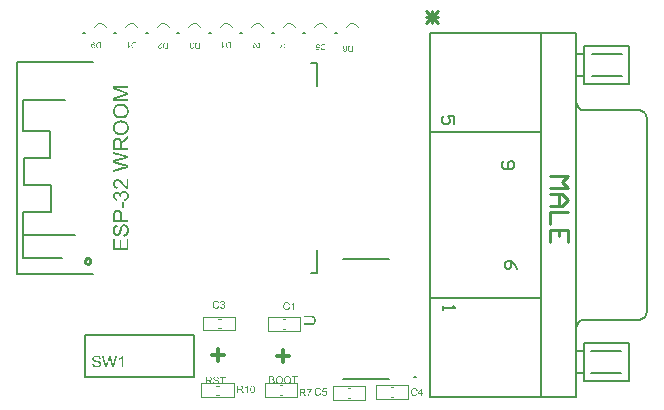
<source format=gto>
G04*
G04 #@! TF.GenerationSoftware,Altium Limited,Altium Designer,21.9.2 (33)*
G04*
G04 Layer_Color=65535*
%FSLAX25Y25*%
%MOIN*%
G70*
G04*
G04 #@! TF.SameCoordinates,353233E6-1857-4CDD-983F-46C35F824410*
G04*
G04*
G04 #@! TF.FilePolarity,Positive*
G04*
G01*
G75*
%ADD10C,0.01000*%
%ADD11C,0.00591*%
%ADD12C,0.00394*%
%ADD13C,0.00787*%
%ADD14C,0.00400*%
%ADD15C,0.01181*%
%ADD16C,0.00500*%
%ADD17C,0.00800*%
%ADD18C,0.00700*%
G36*
X-21840Y129429D02*
X-26124D01*
X-21840Y127934D01*
Y127327D01*
X-26198Y125847D01*
X-21840D01*
Y125196D01*
X-26960D01*
Y126210D01*
X-23327Y127423D01*
X-23320D01*
X-23305Y127431D01*
X-23283Y127438D01*
X-23246Y127453D01*
X-23157Y127483D01*
X-23046Y127520D01*
X-22920Y127557D01*
X-22794Y127601D01*
X-22676Y127638D01*
X-22572Y127668D01*
X-22587Y127675D01*
X-22624Y127682D01*
X-22691Y127705D01*
X-22779Y127734D01*
X-22898Y127771D01*
X-23038Y127823D01*
X-23201Y127875D01*
X-23394Y127941D01*
X-26960Y129170D01*
Y130080D01*
X-21840D01*
Y129429D01*
D02*
G37*
G36*
X-24252Y124338D02*
X-24185D01*
X-24104Y124330D01*
X-24015Y124315D01*
X-23919Y124308D01*
X-23704Y124271D01*
X-23468Y124212D01*
X-23231Y124130D01*
X-23112Y124086D01*
X-22994Y124027D01*
X-22987D01*
X-22964Y124012D01*
X-22935Y123997D01*
X-22890Y123968D01*
X-22839Y123938D01*
X-22787Y123901D01*
X-22646Y123797D01*
X-22498Y123672D01*
X-22343Y123524D01*
X-22195Y123346D01*
X-22062Y123139D01*
Y123131D01*
X-22047Y123117D01*
X-22032Y123080D01*
X-22010Y123035D01*
X-21988Y122983D01*
X-21965Y122924D01*
X-21936Y122850D01*
X-21906Y122769D01*
X-21877Y122680D01*
X-21847Y122584D01*
X-21803Y122369D01*
X-21766Y122140D01*
X-21751Y121896D01*
Y121822D01*
X-21758Y121777D01*
Y121711D01*
X-21773Y121637D01*
X-21780Y121555D01*
X-21795Y121459D01*
X-21840Y121259D01*
X-21899Y121045D01*
X-21988Y120823D01*
X-22039Y120712D01*
X-22099Y120601D01*
X-22106Y120593D01*
X-22113Y120578D01*
X-22136Y120549D01*
X-22165Y120504D01*
X-22195Y120460D01*
X-22239Y120408D01*
X-22350Y120282D01*
X-22483Y120142D01*
X-22646Y119994D01*
X-22831Y119861D01*
X-23046Y119735D01*
X-23053D01*
X-23075Y119720D01*
X-23105Y119705D01*
X-23149Y119690D01*
X-23209Y119668D01*
X-23275Y119646D01*
X-23349Y119616D01*
X-23431Y119594D01*
X-23527Y119565D01*
X-23623Y119535D01*
X-23845Y119491D01*
X-24074Y119461D01*
X-24326Y119446D01*
X-24333D01*
X-24341D01*
X-24385D01*
X-24452Y119454D01*
X-24541D01*
X-24644Y119468D01*
X-24770Y119483D01*
X-24911Y119505D01*
X-25059Y119535D01*
X-25214Y119565D01*
X-25377Y119609D01*
X-25540Y119668D01*
X-25710Y119735D01*
X-25873Y119809D01*
X-26035Y119905D01*
X-26183Y120009D01*
X-26324Y120127D01*
X-26331Y120134D01*
X-26354Y120157D01*
X-26391Y120201D01*
X-26435Y120253D01*
X-26494Y120319D01*
X-26553Y120401D01*
X-26620Y120497D01*
X-26687Y120608D01*
X-26753Y120726D01*
X-26820Y120860D01*
X-26879Y121008D01*
X-26938Y121163D01*
X-26983Y121333D01*
X-27020Y121511D01*
X-27042Y121696D01*
X-27049Y121896D01*
Y121962D01*
X-27042Y122014D01*
Y122081D01*
X-27034Y122147D01*
X-27020Y122236D01*
X-27005Y122325D01*
X-26968Y122517D01*
X-26909Y122739D01*
X-26820Y122954D01*
X-26768Y123065D01*
X-26709Y123176D01*
X-26701Y123183D01*
X-26694Y123198D01*
X-26672Y123228D01*
X-26650Y123272D01*
X-26613Y123316D01*
X-26568Y123376D01*
X-26465Y123501D01*
X-26331Y123635D01*
X-26169Y123783D01*
X-25976Y123923D01*
X-25762Y124042D01*
X-25754D01*
X-25732Y124056D01*
X-25702Y124071D01*
X-25658Y124086D01*
X-25599Y124116D01*
X-25532Y124138D01*
X-25451Y124167D01*
X-25362Y124197D01*
X-25266Y124219D01*
X-25162Y124249D01*
X-25044Y124278D01*
X-24925Y124301D01*
X-24666Y124330D01*
X-24385Y124345D01*
X-24378D01*
X-24348D01*
X-24311D01*
X-24252Y124338D01*
D02*
G37*
G36*
Y118773D02*
X-24185D01*
X-24104Y118765D01*
X-24015Y118751D01*
X-23919Y118743D01*
X-23704Y118706D01*
X-23468Y118647D01*
X-23231Y118566D01*
X-23112Y118521D01*
X-22994Y118462D01*
X-22987D01*
X-22964Y118447D01*
X-22935Y118432D01*
X-22890Y118403D01*
X-22839Y118373D01*
X-22787Y118336D01*
X-22646Y118233D01*
X-22498Y118107D01*
X-22343Y117959D01*
X-22195Y117781D01*
X-22062Y117574D01*
Y117567D01*
X-22047Y117552D01*
X-22032Y117515D01*
X-22010Y117470D01*
X-21988Y117419D01*
X-21965Y117359D01*
X-21936Y117285D01*
X-21906Y117204D01*
X-21877Y117115D01*
X-21847Y117019D01*
X-21803Y116804D01*
X-21766Y116575D01*
X-21751Y116331D01*
Y116257D01*
X-21758Y116212D01*
Y116146D01*
X-21773Y116072D01*
X-21780Y115990D01*
X-21795Y115894D01*
X-21840Y115694D01*
X-21899Y115480D01*
X-21988Y115258D01*
X-22039Y115147D01*
X-22099Y115036D01*
X-22106Y115028D01*
X-22113Y115014D01*
X-22136Y114984D01*
X-22165Y114940D01*
X-22195Y114895D01*
X-22239Y114843D01*
X-22350Y114718D01*
X-22483Y114577D01*
X-22646Y114429D01*
X-22831Y114296D01*
X-23046Y114170D01*
X-23053D01*
X-23075Y114155D01*
X-23105Y114140D01*
X-23149Y114126D01*
X-23209Y114103D01*
X-23275Y114081D01*
X-23349Y114052D01*
X-23431Y114029D01*
X-23527Y114000D01*
X-23623Y113970D01*
X-23845Y113926D01*
X-24074Y113896D01*
X-24326Y113881D01*
X-24333D01*
X-24341D01*
X-24385D01*
X-24452Y113889D01*
X-24541D01*
X-24644Y113904D01*
X-24770Y113918D01*
X-24911Y113941D01*
X-25059Y113970D01*
X-25214Y114000D01*
X-25377Y114044D01*
X-25540Y114103D01*
X-25710Y114170D01*
X-25873Y114244D01*
X-26035Y114340D01*
X-26183Y114444D01*
X-26324Y114562D01*
X-26331Y114570D01*
X-26354Y114592D01*
X-26391Y114636D01*
X-26435Y114688D01*
X-26494Y114755D01*
X-26553Y114836D01*
X-26620Y114932D01*
X-26687Y115043D01*
X-26753Y115162D01*
X-26820Y115295D01*
X-26879Y115443D01*
X-26938Y115598D01*
X-26983Y115768D01*
X-27020Y115946D01*
X-27042Y116131D01*
X-27049Y116331D01*
Y116397D01*
X-27042Y116449D01*
Y116516D01*
X-27034Y116582D01*
X-27020Y116671D01*
X-27005Y116760D01*
X-26968Y116952D01*
X-26909Y117174D01*
X-26820Y117389D01*
X-26768Y117500D01*
X-26709Y117611D01*
X-26701Y117618D01*
X-26694Y117633D01*
X-26672Y117663D01*
X-26650Y117707D01*
X-26613Y117752D01*
X-26568Y117811D01*
X-26465Y117937D01*
X-26331Y118070D01*
X-26169Y118218D01*
X-25976Y118358D01*
X-25762Y118477D01*
X-25754D01*
X-25732Y118492D01*
X-25702Y118506D01*
X-25658Y118521D01*
X-25599Y118551D01*
X-25532Y118573D01*
X-25451Y118603D01*
X-25362Y118632D01*
X-25266Y118654D01*
X-25162Y118684D01*
X-25044Y118714D01*
X-24925Y118736D01*
X-24666Y118765D01*
X-24385Y118780D01*
X-24378D01*
X-24348D01*
X-24311D01*
X-24252Y118773D01*
D02*
G37*
G36*
X-21840Y112586D02*
X-22905Y111913D01*
X-22913D01*
X-22927Y111898D01*
X-22950Y111883D01*
X-22979Y111861D01*
X-23061Y111809D01*
X-23164Y111743D01*
X-23275Y111661D01*
X-23394Y111580D01*
X-23505Y111499D01*
X-23608Y111425D01*
X-23616Y111417D01*
X-23645Y111395D01*
X-23690Y111358D01*
X-23741Y111306D01*
X-23852Y111195D01*
X-23904Y111136D01*
X-23949Y111077D01*
X-23956Y111069D01*
X-23963Y111055D01*
X-23978Y111025D01*
X-24000Y110981D01*
X-24023Y110936D01*
X-24045Y110884D01*
X-24082Y110766D01*
Y110759D01*
X-24089Y110744D01*
Y110714D01*
X-24097Y110677D01*
X-24104Y110625D01*
Y110566D01*
X-24111Y110485D01*
Y109612D01*
X-21840D01*
Y108931D01*
X-26960D01*
Y111306D01*
X-26953Y111365D01*
Y111432D01*
X-26946Y111587D01*
X-26923Y111750D01*
X-26901Y111928D01*
X-26864Y112091D01*
X-26842Y112172D01*
X-26820Y112239D01*
Y112246D01*
X-26812Y112253D01*
X-26790Y112298D01*
X-26761Y112364D01*
X-26709Y112446D01*
X-26642Y112535D01*
X-26553Y112631D01*
X-26450Y112720D01*
X-26331Y112808D01*
X-26324D01*
X-26317Y112816D01*
X-26272Y112845D01*
X-26198Y112875D01*
X-26102Y112919D01*
X-25991Y112956D01*
X-25858Y112993D01*
X-25717Y113016D01*
X-25562Y113023D01*
X-25554D01*
X-25540D01*
X-25510D01*
X-25473Y113016D01*
X-25421D01*
X-25369Y113008D01*
X-25244Y112979D01*
X-25096Y112934D01*
X-24940Y112875D01*
X-24785Y112786D01*
X-24711Y112727D01*
X-24637Y112668D01*
X-24629Y112660D01*
X-24622Y112653D01*
X-24600Y112631D01*
X-24578Y112601D01*
X-24548Y112564D01*
X-24518Y112520D01*
X-24481Y112461D01*
X-24437Y112401D01*
X-24400Y112327D01*
X-24363Y112246D01*
X-24319Y112157D01*
X-24282Y112061D01*
X-24252Y111950D01*
X-24215Y111839D01*
X-24193Y111713D01*
X-24171Y111580D01*
X-24163Y111595D01*
X-24148Y111624D01*
X-24119Y111669D01*
X-24089Y111728D01*
X-24008Y111861D01*
X-23956Y111928D01*
X-23912Y111987D01*
X-23897Y112002D01*
X-23860Y112039D01*
X-23801Y112098D01*
X-23727Y112172D01*
X-23623Y112253D01*
X-23512Y112350D01*
X-23379Y112446D01*
X-23231Y112549D01*
X-21840Y113430D01*
Y112586D01*
D02*
G37*
G36*
Y106881D02*
Y106215D01*
X-25739Y105142D01*
X-25747D01*
X-25762Y105135D01*
X-25784Y105127D01*
X-25821Y105120D01*
X-25902Y105098D01*
X-25998Y105075D01*
X-26102Y105046D01*
X-26198Y105016D01*
X-26280Y104994D01*
X-26317Y104987D01*
X-26339Y104979D01*
X-26331D01*
X-26324Y104972D01*
X-26280Y104964D01*
X-26213Y104950D01*
X-26132Y104927D01*
X-26043Y104905D01*
X-25939Y104876D01*
X-25836Y104853D01*
X-25739Y104824D01*
X-21840Y103743D01*
Y103033D01*
X-26960Y101694D01*
Y102397D01*
X-23601Y103159D01*
X-23593D01*
X-23579Y103166D01*
X-23549Y103174D01*
X-23512Y103181D01*
X-23460Y103188D01*
X-23408Y103203D01*
X-23342Y103218D01*
X-23268Y103233D01*
X-23112Y103270D01*
X-22935Y103307D01*
X-22742Y103344D01*
X-22550Y103381D01*
X-22557D01*
X-22587Y103388D01*
X-22624Y103403D01*
X-22683Y103410D01*
X-22742Y103425D01*
X-22816Y103447D01*
X-22979Y103484D01*
X-23142Y103529D01*
X-23223Y103544D01*
X-23297Y103566D01*
X-23364Y103581D01*
X-23423Y103595D01*
X-23468Y103610D01*
X-23497Y103618D01*
X-26960Y104587D01*
Y105408D01*
X-24363Y106134D01*
X-24356D01*
X-24319Y106148D01*
X-24267Y106163D01*
X-24200Y106178D01*
X-24111Y106200D01*
X-24015Y106230D01*
X-23904Y106259D01*
X-23778Y106289D01*
X-23638Y106326D01*
X-23497Y106356D01*
X-23194Y106422D01*
X-22876Y106489D01*
X-22550Y106541D01*
X-22557D01*
X-22572Y106548D01*
X-22602D01*
X-22639Y106563D01*
X-22683Y106570D01*
X-22735Y106585D01*
X-22802Y106592D01*
X-22876Y106615D01*
X-23038Y106652D01*
X-23231Y106696D01*
X-23438Y106740D01*
X-23667Y106800D01*
X-26960Y107599D01*
Y108287D01*
X-21840Y106881D01*
D02*
G37*
G36*
Y95848D02*
X-21847D01*
X-21877D01*
X-21921D01*
X-21980Y95855D01*
X-22047Y95862D01*
X-22121Y95877D01*
X-22195Y95892D01*
X-22276Y95922D01*
X-22284D01*
X-22291Y95929D01*
X-22335Y95944D01*
X-22402Y95973D01*
X-22491Y96018D01*
X-22594Y96077D01*
X-22713Y96151D01*
X-22831Y96232D01*
X-22957Y96336D01*
X-22964D01*
X-22972Y96351D01*
X-23016Y96388D01*
X-23083Y96454D01*
X-23179Y96551D01*
X-23290Y96662D01*
X-23423Y96802D01*
X-23571Y96972D01*
X-23727Y97157D01*
X-23734Y97165D01*
X-23756Y97194D01*
X-23793Y97239D01*
X-23838Y97291D01*
X-23897Y97357D01*
X-23963Y97439D01*
X-24037Y97520D01*
X-24119Y97616D01*
X-24296Y97801D01*
X-24474Y97986D01*
X-24563Y98075D01*
X-24652Y98156D01*
X-24733Y98230D01*
X-24814Y98290D01*
X-24822D01*
X-24829Y98304D01*
X-24851Y98319D01*
X-24881Y98334D01*
X-24962Y98386D01*
X-25059Y98445D01*
X-25177Y98497D01*
X-25303Y98549D01*
X-25443Y98578D01*
X-25577Y98593D01*
X-25584D01*
X-25591D01*
X-25636Y98586D01*
X-25710Y98578D01*
X-25791Y98556D01*
X-25895Y98526D01*
X-25998Y98475D01*
X-26102Y98408D01*
X-26206Y98319D01*
X-26220Y98304D01*
X-26250Y98267D01*
X-26287Y98216D01*
X-26339Y98134D01*
X-26383Y98031D01*
X-26428Y97912D01*
X-26457Y97772D01*
X-26465Y97616D01*
Y97572D01*
X-26457Y97542D01*
X-26450Y97453D01*
X-26428Y97350D01*
X-26398Y97239D01*
X-26346Y97113D01*
X-26280Y96995D01*
X-26191Y96884D01*
X-26176Y96869D01*
X-26139Y96839D01*
X-26080Y96795D01*
X-25991Y96750D01*
X-25887Y96699D01*
X-25754Y96654D01*
X-25606Y96625D01*
X-25436Y96610D01*
X-25503Y95966D01*
X-25510D01*
X-25532Y95973D01*
X-25569D01*
X-25621Y95981D01*
X-25680Y95996D01*
X-25747Y96010D01*
X-25828Y96033D01*
X-25910Y96055D01*
X-26087Y96114D01*
X-26265Y96203D01*
X-26354Y96255D01*
X-26442Y96321D01*
X-26524Y96388D01*
X-26598Y96462D01*
X-26605Y96469D01*
X-26613Y96484D01*
X-26635Y96506D01*
X-26657Y96543D01*
X-26687Y96588D01*
X-26716Y96639D01*
X-26753Y96699D01*
X-26790Y96773D01*
X-26827Y96854D01*
X-26864Y96943D01*
X-26894Y97039D01*
X-26923Y97143D01*
X-26946Y97254D01*
X-26968Y97372D01*
X-26975Y97498D01*
X-26983Y97631D01*
Y97705D01*
X-26975Y97757D01*
X-26968Y97816D01*
X-26960Y97890D01*
X-26946Y97971D01*
X-26931Y98053D01*
X-26879Y98245D01*
X-26805Y98438D01*
X-26761Y98534D01*
X-26709Y98630D01*
X-26642Y98719D01*
X-26568Y98800D01*
X-26561Y98808D01*
X-26553Y98822D01*
X-26524Y98837D01*
X-26494Y98867D01*
X-26457Y98904D01*
X-26405Y98941D01*
X-26354Y98978D01*
X-26287Y99022D01*
X-26146Y99096D01*
X-25969Y99170D01*
X-25880Y99200D01*
X-25776Y99215D01*
X-25673Y99229D01*
X-25562Y99237D01*
X-25547D01*
X-25510D01*
X-25451Y99229D01*
X-25369Y99222D01*
X-25281Y99207D01*
X-25177Y99178D01*
X-25066Y99148D01*
X-24955Y99104D01*
X-24940Y99096D01*
X-24903Y99081D01*
X-24844Y99052D01*
X-24763Y99007D01*
X-24674Y98948D01*
X-24563Y98874D01*
X-24452Y98785D01*
X-24326Y98682D01*
X-24311Y98667D01*
X-24267Y98630D01*
X-24230Y98593D01*
X-24193Y98556D01*
X-24148Y98512D01*
X-24089Y98452D01*
X-24030Y98393D01*
X-23963Y98319D01*
X-23889Y98245D01*
X-23808Y98156D01*
X-23727Y98060D01*
X-23630Y97957D01*
X-23534Y97838D01*
X-23431Y97720D01*
X-23423Y97712D01*
X-23408Y97698D01*
X-23386Y97668D01*
X-23357Y97631D01*
X-23312Y97587D01*
X-23268Y97535D01*
X-23172Y97416D01*
X-23061Y97291D01*
X-22950Y97172D01*
X-22853Y97069D01*
X-22816Y97024D01*
X-22779Y96987D01*
X-22772Y96980D01*
X-22750Y96958D01*
X-22720Y96928D01*
X-22676Y96891D01*
X-22624Y96854D01*
X-22572Y96810D01*
X-22446Y96721D01*
Y99244D01*
X-21840D01*
Y95848D01*
D02*
G37*
G36*
X-23238Y95307D02*
X-23179Y95300D01*
X-23112Y95285D01*
X-23038Y95270D01*
X-22957Y95256D01*
X-22779Y95196D01*
X-22683Y95152D01*
X-22594Y95108D01*
X-22498Y95048D01*
X-22402Y94982D01*
X-22306Y94908D01*
X-22217Y94819D01*
X-22210Y94812D01*
X-22195Y94797D01*
X-22173Y94767D01*
X-22143Y94730D01*
X-22106Y94686D01*
X-22069Y94627D01*
X-22025Y94560D01*
X-21988Y94479D01*
X-21943Y94397D01*
X-21899Y94301D01*
X-21862Y94205D01*
X-21825Y94094D01*
X-21795Y93975D01*
X-21773Y93850D01*
X-21758Y93724D01*
X-21751Y93583D01*
Y93517D01*
X-21758Y93472D01*
X-21766Y93413D01*
X-21773Y93346D01*
X-21788Y93272D01*
X-21803Y93191D01*
X-21847Y93013D01*
X-21921Y92828D01*
X-21965Y92732D01*
X-22017Y92643D01*
X-22084Y92555D01*
X-22150Y92466D01*
X-22158Y92458D01*
X-22173Y92444D01*
X-22195Y92421D01*
X-22224Y92399D01*
X-22261Y92362D01*
X-22313Y92325D01*
X-22365Y92281D01*
X-22432Y92236D01*
X-22506Y92192D01*
X-22580Y92148D01*
X-22757Y92066D01*
X-22964Y92000D01*
X-23075Y91977D01*
X-23194Y91963D01*
X-23275Y92592D01*
X-23268D01*
X-23253Y92599D01*
X-23223Y92606D01*
X-23186Y92614D01*
X-23142Y92621D01*
X-23090Y92636D01*
X-22979Y92673D01*
X-22846Y92725D01*
X-22720Y92791D01*
X-22602Y92865D01*
X-22498Y92954D01*
X-22491Y92969D01*
X-22461Y92999D01*
X-22424Y93058D01*
X-22387Y93132D01*
X-22343Y93221D01*
X-22306Y93332D01*
X-22276Y93457D01*
X-22269Y93591D01*
Y93635D01*
X-22276Y93665D01*
X-22284Y93746D01*
X-22306Y93850D01*
X-22343Y93968D01*
X-22395Y94094D01*
X-22469Y94220D01*
X-22572Y94338D01*
X-22587Y94353D01*
X-22631Y94390D01*
X-22698Y94434D01*
X-22787Y94493D01*
X-22898Y94553D01*
X-23024Y94597D01*
X-23172Y94634D01*
X-23334Y94649D01*
X-23342D01*
X-23357D01*
X-23379D01*
X-23408Y94641D01*
X-23490Y94634D01*
X-23586Y94612D01*
X-23704Y94582D01*
X-23823Y94530D01*
X-23941Y94456D01*
X-24052Y94360D01*
X-24067Y94345D01*
X-24097Y94308D01*
X-24141Y94249D01*
X-24193Y94168D01*
X-24245Y94064D01*
X-24289Y93938D01*
X-24319Y93798D01*
X-24333Y93642D01*
Y93576D01*
X-24326Y93524D01*
X-24319Y93457D01*
X-24304Y93383D01*
X-24289Y93295D01*
X-24267Y93198D01*
X-24822Y93272D01*
Y93309D01*
X-24814Y93339D01*
Y93435D01*
X-24829Y93517D01*
X-24844Y93613D01*
X-24866Y93724D01*
X-24903Y93850D01*
X-24955Y93968D01*
X-25022Y94094D01*
Y94101D01*
X-25029Y94109D01*
X-25059Y94146D01*
X-25110Y94197D01*
X-25177Y94257D01*
X-25273Y94316D01*
X-25384Y94368D01*
X-25510Y94405D01*
X-25584Y94419D01*
X-25665D01*
X-25673D01*
X-25680D01*
X-25725D01*
X-25784Y94405D01*
X-25865Y94390D01*
X-25954Y94360D01*
X-26050Y94323D01*
X-26146Y94264D01*
X-26235Y94183D01*
X-26243Y94175D01*
X-26272Y94138D01*
X-26309Y94086D01*
X-26354Y94020D01*
X-26391Y93931D01*
X-26428Y93827D01*
X-26457Y93709D01*
X-26465Y93576D01*
Y93517D01*
X-26450Y93450D01*
X-26435Y93361D01*
X-26405Y93265D01*
X-26368Y93169D01*
X-26309Y93065D01*
X-26235Y92969D01*
X-26228Y92962D01*
X-26191Y92932D01*
X-26139Y92888D01*
X-26065Y92836D01*
X-25969Y92784D01*
X-25850Y92732D01*
X-25710Y92688D01*
X-25547Y92658D01*
X-25658Y92029D01*
X-25665D01*
X-25688Y92037D01*
X-25717Y92044D01*
X-25762Y92051D01*
X-25813Y92066D01*
X-25873Y92088D01*
X-26013Y92133D01*
X-26176Y92207D01*
X-26339Y92296D01*
X-26494Y92407D01*
X-26635Y92547D01*
X-26642Y92555D01*
X-26650Y92569D01*
X-26664Y92592D01*
X-26687Y92621D01*
X-26716Y92658D01*
X-26746Y92710D01*
X-26775Y92762D01*
X-26812Y92828D01*
X-26872Y92976D01*
X-26931Y93147D01*
X-26968Y93346D01*
X-26983Y93450D01*
Y93635D01*
X-26975Y93716D01*
X-26960Y93813D01*
X-26938Y93931D01*
X-26901Y94064D01*
X-26857Y94197D01*
X-26798Y94331D01*
Y94338D01*
X-26790Y94345D01*
X-26768Y94390D01*
X-26724Y94456D01*
X-26672Y94530D01*
X-26598Y94619D01*
X-26516Y94708D01*
X-26420Y94797D01*
X-26309Y94871D01*
X-26294Y94878D01*
X-26257Y94900D01*
X-26191Y94930D01*
X-26109Y94967D01*
X-26013Y95004D01*
X-25902Y95034D01*
X-25776Y95056D01*
X-25651Y95063D01*
X-25636D01*
X-25591D01*
X-25532Y95056D01*
X-25451Y95041D01*
X-25355Y95019D01*
X-25251Y94982D01*
X-25147Y94937D01*
X-25044Y94878D01*
X-25029Y94871D01*
X-24999Y94849D01*
X-24948Y94804D01*
X-24888Y94745D01*
X-24822Y94671D01*
X-24748Y94582D01*
X-24681Y94479D01*
X-24615Y94353D01*
Y94360D01*
X-24607Y94375D01*
X-24600Y94397D01*
X-24592Y94427D01*
X-24563Y94508D01*
X-24518Y94612D01*
X-24459Y94730D01*
X-24385Y94849D01*
X-24289Y94960D01*
X-24178Y95063D01*
X-24163Y95071D01*
X-24119Y95100D01*
X-24045Y95145D01*
X-23949Y95189D01*
X-23830Y95233D01*
X-23690Y95278D01*
X-23527Y95307D01*
X-23349Y95315D01*
X-23342D01*
X-23320D01*
X-23283D01*
X-23238Y95307D01*
D02*
G37*
G36*
X-23379Y89498D02*
X-24008D01*
Y91445D01*
X-23379D01*
Y89498D01*
D02*
G37*
G36*
X-25362Y88958D02*
X-25310Y88951D01*
X-25244Y88943D01*
X-25170Y88929D01*
X-25088Y88914D01*
X-24918Y88862D01*
X-24829Y88832D01*
X-24733Y88788D01*
X-24637Y88736D01*
X-24548Y88684D01*
X-24459Y88618D01*
X-24370Y88544D01*
X-24363Y88536D01*
X-24348Y88522D01*
X-24326Y88499D01*
X-24304Y88462D01*
X-24267Y88418D01*
X-24230Y88359D01*
X-24185Y88285D01*
X-24148Y88203D01*
X-24104Y88107D01*
X-24060Y87996D01*
X-24023Y87878D01*
X-23993Y87737D01*
X-23963Y87589D01*
X-23941Y87426D01*
X-23926Y87241D01*
X-23919Y87049D01*
Y85739D01*
X-21840D01*
Y85058D01*
X-26960D01*
Y87160D01*
X-26953Y87271D01*
X-26946Y87397D01*
X-26938Y87530D01*
X-26923Y87656D01*
X-26909Y87767D01*
Y87782D01*
X-26894Y87833D01*
X-26879Y87900D01*
X-26857Y87989D01*
X-26820Y88085D01*
X-26775Y88189D01*
X-26724Y88300D01*
X-26664Y88396D01*
X-26657Y88411D01*
X-26635Y88440D01*
X-26590Y88485D01*
X-26539Y88544D01*
X-26472Y88610D01*
X-26383Y88677D01*
X-26287Y88751D01*
X-26176Y88810D01*
X-26161Y88818D01*
X-26124Y88832D01*
X-26058Y88862D01*
X-25969Y88892D01*
X-25865Y88914D01*
X-25747Y88943D01*
X-25614Y88958D01*
X-25473Y88966D01*
X-25466D01*
X-25443D01*
X-25414D01*
X-25362Y88958D01*
D02*
G37*
G36*
X-23127Y84111D02*
X-23024Y84096D01*
X-22905Y84067D01*
X-22779Y84030D01*
X-22646Y83971D01*
X-22506Y83889D01*
X-22498D01*
X-22491Y83882D01*
X-22446Y83845D01*
X-22380Y83793D01*
X-22306Y83719D01*
X-22217Y83623D01*
X-22121Y83504D01*
X-22032Y83371D01*
X-21951Y83216D01*
Y83208D01*
X-21943Y83194D01*
X-21936Y83171D01*
X-21921Y83142D01*
X-21906Y83097D01*
X-21884Y83046D01*
X-21854Y82927D01*
X-21817Y82787D01*
X-21780Y82616D01*
X-21758Y82431D01*
X-21751Y82232D01*
Y82113D01*
X-21758Y82054D01*
Y81987D01*
X-21766Y81913D01*
X-21773Y81825D01*
X-21803Y81640D01*
X-21832Y81447D01*
X-21884Y81255D01*
X-21951Y81070D01*
Y81062D01*
X-21958Y81048D01*
X-21973Y81025D01*
X-21988Y80996D01*
X-22032Y80907D01*
X-22099Y80803D01*
X-22187Y80685D01*
X-22291Y80559D01*
X-22417Y80441D01*
X-22557Y80330D01*
X-22565D01*
X-22580Y80315D01*
X-22602Y80308D01*
X-22631Y80285D01*
X-22668Y80271D01*
X-22713Y80248D01*
X-22824Y80197D01*
X-22964Y80145D01*
X-23120Y80100D01*
X-23297Y80071D01*
X-23482Y80056D01*
X-23542Y80692D01*
X-23534D01*
X-23527D01*
X-23505Y80700D01*
X-23475D01*
X-23408Y80715D01*
X-23312Y80737D01*
X-23216Y80766D01*
X-23105Y80796D01*
X-23001Y80848D01*
X-22905Y80900D01*
X-22898Y80907D01*
X-22868Y80929D01*
X-22816Y80966D01*
X-22765Y81025D01*
X-22698Y81099D01*
X-22631Y81181D01*
X-22565Y81292D01*
X-22506Y81410D01*
Y81418D01*
X-22498Y81425D01*
X-22491Y81447D01*
X-22483Y81469D01*
X-22461Y81543D01*
X-22432Y81640D01*
X-22402Y81758D01*
X-22380Y81891D01*
X-22365Y82039D01*
X-22358Y82202D01*
Y82269D01*
X-22365Y82343D01*
X-22372Y82431D01*
X-22387Y82535D01*
X-22402Y82653D01*
X-22432Y82772D01*
X-22469Y82883D01*
X-22476Y82898D01*
X-22491Y82935D01*
X-22520Y82986D01*
X-22550Y83053D01*
X-22602Y83120D01*
X-22654Y83194D01*
X-22713Y83268D01*
X-22787Y83327D01*
X-22794Y83334D01*
X-22824Y83349D01*
X-22861Y83371D01*
X-22920Y83401D01*
X-22979Y83430D01*
X-23053Y83453D01*
X-23135Y83467D01*
X-23223Y83475D01*
X-23231D01*
X-23268D01*
X-23312Y83467D01*
X-23371Y83460D01*
X-23431Y83438D01*
X-23505Y83416D01*
X-23579Y83379D01*
X-23645Y83327D01*
X-23653Y83319D01*
X-23675Y83297D01*
X-23704Y83268D01*
X-23749Y83216D01*
X-23793Y83157D01*
X-23845Y83075D01*
X-23897Y82979D01*
X-23941Y82868D01*
X-23949Y82861D01*
X-23956Y82824D01*
X-23978Y82764D01*
X-23986Y82727D01*
X-24000Y82676D01*
X-24023Y82624D01*
X-24037Y82557D01*
X-24060Y82483D01*
X-24082Y82394D01*
X-24104Y82306D01*
X-24134Y82202D01*
X-24163Y82084D01*
X-24193Y81958D01*
Y81950D01*
X-24200Y81928D01*
X-24208Y81891D01*
X-24222Y81847D01*
X-24237Y81788D01*
X-24252Y81721D01*
X-24296Y81573D01*
X-24348Y81410D01*
X-24400Y81240D01*
X-24452Y81092D01*
X-24481Y81025D01*
X-24511Y80966D01*
Y80959D01*
X-24518Y80951D01*
X-24548Y80907D01*
X-24585Y80840D01*
X-24644Y80766D01*
X-24711Y80678D01*
X-24792Y80589D01*
X-24888Y80500D01*
X-24992Y80426D01*
X-25007Y80419D01*
X-25044Y80396D01*
X-25103Y80367D01*
X-25177Y80337D01*
X-25273Y80308D01*
X-25384Y80278D01*
X-25503Y80256D01*
X-25628Y80248D01*
X-25636D01*
X-25643D01*
X-25665D01*
X-25695D01*
X-25769Y80263D01*
X-25865Y80278D01*
X-25976Y80300D01*
X-26102Y80337D01*
X-26228Y80389D01*
X-26354Y80463D01*
X-26361D01*
X-26368Y80470D01*
X-26413Y80507D01*
X-26472Y80559D01*
X-26546Y80626D01*
X-26627Y80715D01*
X-26716Y80826D01*
X-26798Y80959D01*
X-26872Y81107D01*
Y81114D01*
X-26879Y81129D01*
X-26886Y81151D01*
X-26901Y81181D01*
X-26916Y81218D01*
X-26931Y81270D01*
X-26960Y81381D01*
X-26990Y81521D01*
X-27020Y81684D01*
X-27042Y81854D01*
X-27049Y82047D01*
Y82143D01*
X-27042Y82195D01*
Y82246D01*
X-27027Y82387D01*
X-27005Y82542D01*
X-26968Y82705D01*
X-26923Y82883D01*
X-26864Y83046D01*
Y83053D01*
X-26857Y83068D01*
X-26842Y83090D01*
X-26827Y83120D01*
X-26790Y83194D01*
X-26724Y83290D01*
X-26650Y83401D01*
X-26553Y83512D01*
X-26442Y83615D01*
X-26317Y83712D01*
X-26309D01*
X-26302Y83719D01*
X-26280Y83734D01*
X-26257Y83749D01*
X-26183Y83786D01*
X-26087Y83830D01*
X-25969Y83882D01*
X-25828Y83919D01*
X-25680Y83956D01*
X-25517Y83971D01*
X-25466Y83319D01*
X-25473D01*
X-25488D01*
X-25510Y83312D01*
X-25547Y83305D01*
X-25628Y83282D01*
X-25739Y83253D01*
X-25858Y83208D01*
X-25976Y83142D01*
X-26087Y83060D01*
X-26191Y82957D01*
X-26198Y82942D01*
X-26228Y82905D01*
X-26272Y82831D01*
X-26317Y82735D01*
X-26361Y82609D01*
X-26405Y82461D01*
X-26435Y82276D01*
X-26442Y82069D01*
Y81965D01*
X-26435Y81921D01*
X-26428Y81862D01*
X-26413Y81728D01*
X-26383Y81580D01*
X-26346Y81432D01*
X-26287Y81292D01*
X-26250Y81233D01*
X-26213Y81173D01*
X-26206Y81159D01*
X-26176Y81129D01*
X-26124Y81085D01*
X-26065Y81040D01*
X-25984Y80988D01*
X-25895Y80944D01*
X-25791Y80914D01*
X-25673Y80900D01*
X-25658D01*
X-25628D01*
X-25577Y80907D01*
X-25517Y80922D01*
X-25443Y80944D01*
X-25369Y80981D01*
X-25295Y81025D01*
X-25221Y81092D01*
X-25214Y81099D01*
X-25192Y81136D01*
X-25170Y81166D01*
X-25155Y81196D01*
X-25133Y81240D01*
X-25103Y81292D01*
X-25081Y81358D01*
X-25051Y81432D01*
X-25022Y81514D01*
X-24985Y81610D01*
X-24955Y81714D01*
X-24918Y81832D01*
X-24888Y81965D01*
X-24851Y82113D01*
Y82121D01*
X-24844Y82150D01*
X-24837Y82195D01*
X-24822Y82246D01*
X-24807Y82313D01*
X-24785Y82394D01*
X-24763Y82476D01*
X-24740Y82565D01*
X-24689Y82757D01*
X-24637Y82942D01*
X-24607Y83031D01*
X-24578Y83112D01*
X-24555Y83186D01*
X-24526Y83245D01*
Y83253D01*
X-24518Y83268D01*
X-24504Y83290D01*
X-24489Y83319D01*
X-24444Y83401D01*
X-24385Y83497D01*
X-24304Y83608D01*
X-24215Y83719D01*
X-24111Y83823D01*
X-24000Y83911D01*
X-23986Y83919D01*
X-23949Y83948D01*
X-23882Y83978D01*
X-23793Y84022D01*
X-23690Y84059D01*
X-23564Y84096D01*
X-23423Y84119D01*
X-23275Y84126D01*
X-23268D01*
X-23260D01*
X-23238D01*
X-23209D01*
X-23127Y84111D01*
D02*
G37*
G36*
X-21840Y75520D02*
X-26960D01*
Y79227D01*
X-26354D01*
Y76201D01*
X-24792D01*
Y79035D01*
X-24185D01*
Y76201D01*
X-22446D01*
Y79346D01*
X-21840D01*
Y75520D01*
D02*
G37*
G36*
X-33467Y144826D02*
X-33447D01*
X-33424Y144823D01*
X-33368Y144811D01*
X-33307Y144797D01*
X-33243Y144773D01*
X-33179Y144741D01*
X-33147Y144721D01*
X-33118Y144698D01*
X-33115Y144695D01*
X-33112Y144692D01*
X-33103Y144683D01*
X-33095Y144675D01*
X-33083Y144660D01*
X-33068Y144642D01*
X-33039Y144602D01*
X-33010Y144549D01*
X-32981Y144485D01*
X-32958Y144413D01*
X-32941Y144328D01*
X-33179Y144308D01*
Y144311D01*
X-33182Y144316D01*
Y144322D01*
X-33185Y144334D01*
X-33194Y144366D01*
X-33205Y144401D01*
X-33220Y144442D01*
X-33240Y144482D01*
X-33263Y144520D01*
X-33293Y144552D01*
X-33296Y144555D01*
X-33307Y144564D01*
X-33327Y144576D01*
X-33351Y144587D01*
X-33383Y144602D01*
X-33421Y144613D01*
X-33464Y144622D01*
X-33511Y144625D01*
X-33531D01*
X-33552Y144622D01*
X-33578Y144619D01*
X-33610Y144613D01*
X-33642Y144605D01*
X-33677Y144593D01*
X-33709Y144576D01*
X-33712Y144573D01*
X-33723Y144567D01*
X-33741Y144555D01*
X-33758Y144538D01*
X-33781Y144517D01*
X-33805Y144494D01*
X-33828Y144468D01*
X-33851Y144436D01*
X-33854Y144433D01*
X-33860Y144418D01*
X-33872Y144398D01*
X-33883Y144372D01*
X-33898Y144337D01*
X-33912Y144296D01*
X-33927Y144250D01*
X-33942Y144197D01*
Y144194D01*
X-33944Y144191D01*
Y144183D01*
X-33947Y144171D01*
X-33953Y144142D01*
X-33962Y144104D01*
X-33968Y144058D01*
X-33974Y144008D01*
X-33976Y143953D01*
X-33979Y143895D01*
Y143892D01*
Y143883D01*
Y143868D01*
Y143845D01*
X-33976Y143851D01*
X-33965Y143866D01*
X-33947Y143886D01*
X-33927Y143915D01*
X-33898Y143944D01*
X-33863Y143976D01*
X-33822Y144008D01*
X-33776Y144037D01*
X-33770Y144040D01*
X-33752Y144049D01*
X-33726Y144060D01*
X-33694Y144072D01*
X-33650Y144087D01*
X-33604Y144098D01*
X-33552Y144107D01*
X-33496Y144110D01*
X-33473D01*
X-33456Y144107D01*
X-33432Y144104D01*
X-33409Y144101D01*
X-33380Y144095D01*
X-33351Y144087D01*
X-33284Y144066D01*
X-33249Y144052D01*
X-33214Y144034D01*
X-33176Y144014D01*
X-33141Y143988D01*
X-33106Y143962D01*
X-33074Y143930D01*
X-33071Y143927D01*
X-33066Y143921D01*
X-33060Y143912D01*
X-33048Y143897D01*
X-33034Y143877D01*
X-33019Y143857D01*
X-33005Y143831D01*
X-32990Y143801D01*
X-32972Y143769D01*
X-32958Y143735D01*
X-32943Y143694D01*
X-32929Y143653D01*
X-32917Y143606D01*
X-32911Y143557D01*
X-32906Y143508D01*
X-32903Y143452D01*
Y143449D01*
Y143438D01*
Y143423D01*
X-32906Y143403D01*
X-32908Y143377D01*
X-32911Y143345D01*
X-32917Y143313D01*
X-32926Y143275D01*
X-32946Y143199D01*
X-32961Y143158D01*
X-32978Y143115D01*
X-32999Y143074D01*
X-33025Y143036D01*
X-33051Y142995D01*
X-33083Y142961D01*
X-33086Y142957D01*
X-33092Y142952D01*
X-33101Y142943D01*
X-33115Y142931D01*
X-33132Y142917D01*
X-33156Y142899D01*
X-33179Y142885D01*
X-33208Y142864D01*
X-33237Y142847D01*
X-33272Y142832D01*
X-33351Y142800D01*
X-33391Y142789D01*
X-33438Y142780D01*
X-33485Y142774D01*
X-33534Y142771D01*
X-33555D01*
X-33569Y142774D01*
X-33584D01*
X-33604Y142777D01*
X-33653Y142786D01*
X-33709Y142798D01*
X-33770Y142818D01*
X-33831Y142844D01*
X-33892Y142879D01*
X-33895D01*
X-33898Y142885D01*
X-33907Y142891D01*
X-33918Y142899D01*
X-33947Y142923D01*
X-33985Y142955D01*
X-34023Y142998D01*
X-34067Y143051D01*
X-34104Y143112D01*
X-34139Y143182D01*
Y143184D01*
X-34142Y143190D01*
X-34148Y143202D01*
X-34154Y143217D01*
X-34160Y143237D01*
X-34168Y143263D01*
X-34174Y143292D01*
X-34183Y143324D01*
X-34192Y143362D01*
X-34201Y143406D01*
X-34206Y143452D01*
X-34212Y143502D01*
X-34218Y143557D01*
X-34224Y143615D01*
X-34227Y143679D01*
Y143746D01*
Y143749D01*
Y143764D01*
Y143784D01*
Y143810D01*
X-34224Y143842D01*
Y143880D01*
X-34221Y143924D01*
X-34215Y143967D01*
X-34206Y144066D01*
X-34192Y144171D01*
X-34171Y144270D01*
X-34157Y144319D01*
X-34142Y144363D01*
Y144366D01*
X-34139Y144372D01*
X-34134Y144383D01*
X-34128Y144401D01*
X-34119Y144418D01*
X-34107Y144442D01*
X-34078Y144491D01*
X-34043Y144546D01*
X-34003Y144605D01*
X-33950Y144660D01*
X-33892Y144709D01*
X-33889D01*
X-33883Y144715D01*
X-33875Y144721D01*
X-33863Y144727D01*
X-33845Y144736D01*
X-33828Y144747D01*
X-33805Y144759D01*
X-33781Y144768D01*
X-33726Y144791D01*
X-33659Y144811D01*
X-33586Y144823D01*
X-33505Y144829D01*
X-33482D01*
X-33467Y144826D01*
D02*
G37*
G36*
X-30973Y142780D02*
X-31747D01*
X-31800Y142783D01*
X-31858Y142786D01*
X-31916Y142792D01*
X-31974Y142800D01*
X-32024Y142809D01*
X-32027D01*
X-32033Y142812D01*
X-32041D01*
X-32053Y142818D01*
X-32085Y142827D01*
X-32126Y142841D01*
X-32172Y142861D01*
X-32222Y142888D01*
X-32271Y142917D01*
X-32318Y142955D01*
X-32321Y142957D01*
X-32324Y142961D01*
X-32332Y142969D01*
X-32344Y142978D01*
X-32373Y143007D01*
X-32408Y143048D01*
X-32446Y143097D01*
X-32487Y143155D01*
X-32524Y143222D01*
X-32556Y143298D01*
Y143301D01*
X-32559Y143307D01*
X-32565Y143318D01*
X-32568Y143336D01*
X-32577Y143356D01*
X-32583Y143379D01*
X-32588Y143406D01*
X-32597Y143438D01*
X-32606Y143470D01*
X-32612Y143508D01*
X-32626Y143589D01*
X-32635Y143679D01*
X-32638Y143778D01*
Y143781D01*
Y143787D01*
Y143801D01*
Y143816D01*
X-32635Y143836D01*
Y143860D01*
X-32632Y143915D01*
X-32623Y143979D01*
X-32615Y144046D01*
X-32600Y144116D01*
X-32583Y144186D01*
Y144188D01*
X-32580Y144194D01*
X-32577Y144203D01*
X-32574Y144215D01*
X-32562Y144247D01*
X-32545Y144287D01*
X-32527Y144334D01*
X-32504Y144380D01*
X-32475Y144430D01*
X-32446Y144477D01*
X-32443Y144482D01*
X-32431Y144497D01*
X-32414Y144517D01*
X-32390Y144544D01*
X-32364Y144573D01*
X-32332Y144602D01*
X-32300Y144634D01*
X-32263Y144660D01*
X-32257Y144663D01*
X-32245Y144671D01*
X-32225Y144683D01*
X-32195Y144698D01*
X-32161Y144715D01*
X-32120Y144730D01*
X-32073Y144747D01*
X-32021Y144762D01*
X-32015D01*
X-32006Y144765D01*
X-31998Y144768D01*
X-31969Y144771D01*
X-31928Y144776D01*
X-31881Y144782D01*
X-31826Y144788D01*
X-31765Y144791D01*
X-31698Y144794D01*
X-30973D01*
Y142780D01*
D02*
G37*
G36*
X22019Y142936D02*
X21439D01*
X21399Y142938D01*
X21356Y142940D01*
X21312Y142945D01*
X21269Y142951D01*
X21232Y142958D01*
X21229D01*
X21225Y142960D01*
X21219D01*
X21210Y142964D01*
X21186Y142971D01*
X21155Y142982D01*
X21121Y142997D01*
X21083Y143017D01*
X21046Y143038D01*
X21012Y143067D01*
X21009Y143069D01*
X21007Y143071D01*
X21001Y143078D01*
X20992Y143084D01*
X20970Y143106D01*
X20944Y143136D01*
X20915Y143174D01*
X20885Y143217D01*
X20857Y143267D01*
X20833Y143324D01*
Y143326D01*
X20831Y143331D01*
X20826Y143339D01*
X20824Y143352D01*
X20817Y143368D01*
X20813Y143385D01*
X20809Y143405D01*
X20802Y143429D01*
X20796Y143453D01*
X20791Y143481D01*
X20780Y143542D01*
X20774Y143609D01*
X20772Y143684D01*
Y143686D01*
Y143690D01*
Y143701D01*
Y143712D01*
X20774Y143727D01*
Y143745D01*
X20776Y143786D01*
X20783Y143834D01*
X20789Y143884D01*
X20800Y143937D01*
X20813Y143989D01*
Y143991D01*
X20815Y143995D01*
X20817Y144002D01*
X20820Y144011D01*
X20828Y144035D01*
X20841Y144065D01*
X20854Y144100D01*
X20872Y144135D01*
X20894Y144172D01*
X20915Y144207D01*
X20918Y144211D01*
X20926Y144222D01*
X20940Y144237D01*
X20957Y144257D01*
X20977Y144279D01*
X21001Y144301D01*
X21024Y144325D01*
X21053Y144344D01*
X21057Y144346D01*
X21066Y144353D01*
X21081Y144362D01*
X21103Y144372D01*
X21129Y144386D01*
X21160Y144396D01*
X21195Y144410D01*
X21234Y144421D01*
X21238D01*
X21245Y144423D01*
X21251Y144425D01*
X21273Y144427D01*
X21304Y144431D01*
X21339Y144436D01*
X21380Y144440D01*
X21426Y144442D01*
X21476Y144445D01*
X22019D01*
Y142936D01*
D02*
G37*
G36*
X20116Y144468D02*
X20135Y144466D01*
X20157Y144464D01*
X20181Y144460D01*
X20207Y144453D01*
X20266Y144438D01*
X20296Y144427D01*
X20325Y144416D01*
X20355Y144401D01*
X20386Y144383D01*
X20414Y144364D01*
X20440Y144340D01*
X20443Y144338D01*
X20447Y144333D01*
X20453Y144327D01*
X20462Y144316D01*
X20471Y144303D01*
X20484Y144288D01*
X20495Y144270D01*
X20508Y144248D01*
X20521Y144226D01*
X20532Y144200D01*
X20554Y144146D01*
X20562Y144113D01*
X20569Y144080D01*
X20573Y144045D01*
X20575Y144011D01*
Y144008D01*
Y144004D01*
Y143995D01*
X20573Y143987D01*
Y143974D01*
X20571Y143958D01*
X20567Y143923D01*
X20558Y143884D01*
X20545Y143845D01*
X20525Y143804D01*
X20501Y143764D01*
Y143762D01*
X20497Y143760D01*
X20488Y143749D01*
X20471Y143732D01*
X20447Y143710D01*
X20416Y143688D01*
X20379Y143664D01*
X20338Y143644D01*
X20288Y143629D01*
X20290D01*
X20292Y143627D01*
X20299Y143625D01*
X20307Y143620D01*
X20327Y143612D01*
X20353Y143599D01*
X20381Y143581D01*
X20410Y143559D01*
X20436Y143535D01*
X20460Y143509D01*
X20462Y143505D01*
X20469Y143496D01*
X20477Y143479D01*
X20486Y143457D01*
X20497Y143429D01*
X20506Y143396D01*
X20512Y143359D01*
X20514Y143320D01*
Y143317D01*
Y143313D01*
Y143304D01*
X20512Y143291D01*
X20510Y143278D01*
X20508Y143261D01*
X20499Y143224D01*
X20486Y143180D01*
X20464Y143134D01*
X20451Y143110D01*
X20436Y143086D01*
X20416Y143064D01*
X20397Y143043D01*
X20394Y143041D01*
X20390Y143038D01*
X20384Y143032D01*
X20375Y143025D01*
X20364Y143017D01*
X20349Y143008D01*
X20331Y142997D01*
X20314Y142986D01*
X20292Y142975D01*
X20268Y142964D01*
X20242Y142956D01*
X20214Y142947D01*
X20153Y142934D01*
X20118Y142931D01*
X20083Y142929D01*
X20063D01*
X20050Y142931D01*
X20033Y142934D01*
X20013Y142936D01*
X19991Y142938D01*
X19969Y142945D01*
X19917Y142958D01*
X19865Y142977D01*
X19839Y142990D01*
X19813Y143006D01*
X19789Y143025D01*
X19764Y143045D01*
X19762Y143047D01*
X19760Y143049D01*
X19754Y143056D01*
X19745Y143064D01*
X19736Y143078D01*
X19725Y143091D01*
X19703Y143123D01*
X19682Y143165D01*
X19662Y143213D01*
X19647Y143267D01*
X19645Y143296D01*
X19642Y143326D01*
Y143328D01*
Y143331D01*
Y143344D01*
X19645Y143363D01*
X19649Y143387D01*
X19656Y143418D01*
X19666Y143448D01*
X19680Y143479D01*
X19699Y143509D01*
X19701Y143514D01*
X19710Y143522D01*
X19723Y143535D01*
X19740Y143553D01*
X19764Y143572D01*
X19793Y143592D01*
X19826Y143612D01*
X19865Y143629D01*
X19863D01*
X19858Y143631D01*
X19852Y143633D01*
X19843Y143638D01*
X19817Y143649D01*
X19786Y143664D01*
X19754Y143686D01*
X19719Y143710D01*
X19686Y143740D01*
X19656Y143775D01*
Y143777D01*
X19653Y143780D01*
X19645Y143793D01*
X19632Y143814D01*
X19618Y143843D01*
X19605Y143878D01*
X19592Y143919D01*
X19584Y143965D01*
X19581Y144015D01*
Y144017D01*
Y144024D01*
Y144035D01*
X19584Y144048D01*
X19586Y144063D01*
X19588Y144083D01*
X19592Y144104D01*
X19599Y144128D01*
X19614Y144178D01*
X19625Y144207D01*
X19640Y144233D01*
X19656Y144261D01*
X19673Y144288D01*
X19695Y144314D01*
X19719Y144340D01*
X19721Y144342D01*
X19725Y144346D01*
X19732Y144353D01*
X19743Y144359D01*
X19758Y144370D01*
X19773Y144381D01*
X19793Y144392D01*
X19815Y144405D01*
X19839Y144418D01*
X19867Y144429D01*
X19897Y144440D01*
X19928Y144451D01*
X19963Y144457D01*
X20000Y144464D01*
X20037Y144468D01*
X20078Y144471D01*
X20100D01*
X20116Y144468D01*
D02*
G37*
G36*
X29448Y144352D02*
Y144346D01*
Y144337D01*
X29445Y144324D01*
Y144306D01*
X29443Y144284D01*
X29441Y144261D01*
X29439Y144234D01*
X29435Y144204D01*
X29430Y144173D01*
X29424Y144136D01*
X29417Y144099D01*
X29411Y144060D01*
X29402Y144016D01*
X29380Y143927D01*
Y143925D01*
X29378Y143916D01*
X29373Y143903D01*
X29367Y143883D01*
X29360Y143862D01*
X29352Y143835D01*
X29343Y143805D01*
X29330Y143772D01*
X29317Y143735D01*
X29304Y143698D01*
X29271Y143615D01*
X29232Y143528D01*
X29188Y143441D01*
X29186Y143439D01*
X29182Y143430D01*
X29175Y143419D01*
X29166Y143402D01*
X29155Y143382D01*
X29140Y143358D01*
X29125Y143332D01*
X29107Y143304D01*
X29066Y143240D01*
X29022Y143175D01*
X28972Y143107D01*
X28920Y143044D01*
X29659D01*
Y142865D01*
X28683D01*
Y143011D01*
X28685Y143014D01*
X28689Y143018D01*
X28698Y143027D01*
X28706Y143040D01*
X28719Y143055D01*
X28737Y143072D01*
X28754Y143094D01*
X28774Y143120D01*
X28794Y143147D01*
X28818Y143177D01*
X28842Y143212D01*
X28866Y143247D01*
X28892Y143286D01*
X28918Y143327D01*
X28944Y143373D01*
X28970Y143419D01*
X28972Y143421D01*
X28977Y143430D01*
X28983Y143443D01*
X28994Y143463D01*
X29005Y143487D01*
X29018Y143513D01*
X29033Y143543D01*
X29049Y143578D01*
X29066Y143617D01*
X29086Y143657D01*
X29103Y143700D01*
X29121Y143746D01*
X29155Y143840D01*
X29188Y143940D01*
Y143942D01*
X29190Y143949D01*
X29193Y143960D01*
X29197Y143973D01*
X29201Y143990D01*
X29206Y144012D01*
X29212Y144036D01*
X29217Y144062D01*
X29223Y144093D01*
X29230Y144125D01*
X29241Y144195D01*
X29251Y144271D01*
X29258Y144354D01*
X29448D01*
Y144352D01*
D02*
G37*
G36*
X31117Y142846D02*
X30538D01*
X30498Y142848D01*
X30455Y142850D01*
X30411Y142854D01*
X30368Y142861D01*
X30331Y142868D01*
X30328D01*
X30324Y142870D01*
X30318D01*
X30309Y142874D01*
X30285Y142881D01*
X30254Y142892D01*
X30219Y142907D01*
X30182Y142926D01*
X30145Y142948D01*
X30110Y142976D01*
X30108Y142979D01*
X30106Y142981D01*
X30099Y142987D01*
X30091Y142994D01*
X30069Y143016D01*
X30043Y143046D01*
X30014Y143083D01*
X29984Y143127D01*
X29956Y143177D01*
X29932Y143234D01*
Y143236D01*
X29929Y143240D01*
X29925Y143249D01*
X29923Y143262D01*
X29916Y143277D01*
X29912Y143295D01*
X29908Y143314D01*
X29901Y143338D01*
X29895Y143362D01*
X29890Y143391D01*
X29879Y143452D01*
X29873Y143519D01*
X29871Y143594D01*
Y143596D01*
Y143600D01*
Y143611D01*
Y143622D01*
X29873Y143637D01*
Y143655D01*
X29875Y143696D01*
X29882Y143744D01*
X29888Y143794D01*
X29899Y143846D01*
X29912Y143899D01*
Y143901D01*
X29914Y143905D01*
X29916Y143912D01*
X29919Y143921D01*
X29927Y143944D01*
X29940Y143975D01*
X29953Y144010D01*
X29971Y144045D01*
X29993Y144082D01*
X30014Y144117D01*
X30017Y144121D01*
X30025Y144132D01*
X30038Y144147D01*
X30056Y144167D01*
X30075Y144189D01*
X30099Y144210D01*
X30123Y144234D01*
X30152Y144254D01*
X30156Y144256D01*
X30165Y144263D01*
X30180Y144271D01*
X30202Y144282D01*
X30228Y144295D01*
X30259Y144306D01*
X30294Y144319D01*
X30333Y144330D01*
X30337D01*
X30344Y144333D01*
X30350Y144335D01*
X30372Y144337D01*
X30402Y144341D01*
X30437Y144346D01*
X30479Y144350D01*
X30525Y144352D01*
X30575Y144354D01*
X31117D01*
Y142846D01*
D02*
G37*
G36*
X50338Y143726D02*
X50362D01*
X50388Y143723D01*
X50417Y143717D01*
X50452Y143708D01*
X50487Y143700D01*
X50527Y143688D01*
X50568Y143673D01*
X50609Y143656D01*
X50652Y143633D01*
X50693Y143606D01*
X50734Y143577D01*
X50775Y143542D01*
X50813Y143502D01*
X50815Y143499D01*
X50821Y143490D01*
X50830Y143478D01*
X50842Y143458D01*
X50859Y143432D01*
X50874Y143403D01*
X50891Y143365D01*
X50909Y143324D01*
X50929Y143275D01*
X50946Y143219D01*
X50961Y143158D01*
X50976Y143091D01*
X50990Y143016D01*
X50999Y142934D01*
X51005Y142847D01*
X51007Y142754D01*
Y142751D01*
Y142748D01*
Y142739D01*
Y142728D01*
X51005Y142699D01*
Y142658D01*
X51002Y142611D01*
X50996Y142556D01*
X50990Y142495D01*
X50981Y142428D01*
X50970Y142361D01*
X50955Y142288D01*
X50938Y142218D01*
X50917Y142149D01*
X50891Y142082D01*
X50862Y142018D01*
X50830Y141956D01*
X50792Y141904D01*
X50789Y141901D01*
X50783Y141895D01*
X50772Y141884D01*
X50757Y141866D01*
X50740Y141849D01*
X50717Y141831D01*
X50687Y141808D01*
X50658Y141788D01*
X50623Y141767D01*
X50586Y141744D01*
X50542Y141727D01*
X50498Y141706D01*
X50449Y141692D01*
X50396Y141680D01*
X50341Y141674D01*
X50283Y141671D01*
X50260D01*
X50242Y141674D01*
X50222D01*
X50199Y141677D01*
X50143Y141689D01*
X50082Y141703D01*
X50018Y141727D01*
X49954Y141762D01*
X49922Y141782D01*
X49893Y141805D01*
X49890Y141808D01*
X49887Y141811D01*
X49878Y141820D01*
X49870Y141828D01*
X49855Y141843D01*
X49843Y141860D01*
X49812Y141901D01*
X49779Y141954D01*
X49750Y142018D01*
X49724Y142090D01*
X49707Y142172D01*
X49954Y142192D01*
Y142189D01*
X49957Y142186D01*
X49960Y142169D01*
X49969Y142143D01*
X49980Y142111D01*
X49992Y142076D01*
X50009Y142041D01*
X50030Y142009D01*
X50050Y141983D01*
X50056Y141977D01*
X50068Y141965D01*
X50088Y141948D01*
X50117Y141927D01*
X50155Y141910D01*
X50196Y141893D01*
X50245Y141881D01*
X50297Y141875D01*
X50318D01*
X50341Y141878D01*
X50367Y141884D01*
X50402Y141893D01*
X50437Y141904D01*
X50472Y141919D01*
X50507Y141942D01*
X50513Y141945D01*
X50527Y141956D01*
X50548Y141977D01*
X50574Y142006D01*
X50603Y142041D01*
X50635Y142082D01*
X50664Y142134D01*
X50693Y142192D01*
Y142195D01*
X50696Y142201D01*
X50699Y142210D01*
X50705Y142221D01*
X50708Y142239D01*
X50714Y142259D01*
X50719Y142282D01*
X50725Y142312D01*
X50734Y142343D01*
X50740Y142378D01*
X50746Y142416D01*
X50749Y142457D01*
X50754Y142504D01*
X50757Y142550D01*
X50760Y142603D01*
Y142655D01*
X50757Y142652D01*
X50746Y142634D01*
X50725Y142611D01*
X50699Y142582D01*
X50670Y142547D01*
X50632Y142515D01*
X50591Y142483D01*
X50545Y142454D01*
X50542D01*
X50539Y142451D01*
X50522Y142443D01*
X50495Y142434D01*
X50460Y142419D01*
X50420Y142408D01*
X50373Y142399D01*
X50324Y142390D01*
X50271Y142387D01*
X50248D01*
X50231Y142390D01*
X50207Y142393D01*
X50184Y142396D01*
X50155Y142402D01*
X50126Y142410D01*
X50059Y142431D01*
X50024Y142445D01*
X49989Y142466D01*
X49954Y142486D01*
X49916Y142509D01*
X49881Y142538D01*
X49849Y142570D01*
X49846Y142573D01*
X49841Y142579D01*
X49832Y142588D01*
X49823Y142603D01*
X49809Y142623D01*
X49794Y142643D01*
X49779Y142669D01*
X49762Y142699D01*
X49745Y142730D01*
X49730Y142765D01*
X49716Y142806D01*
X49701Y142847D01*
X49692Y142891D01*
X49683Y142940D01*
X49678Y142990D01*
X49675Y143042D01*
Y143045D01*
Y143051D01*
Y143059D01*
Y143074D01*
X49678Y143091D01*
Y143109D01*
X49686Y143155D01*
X49695Y143211D01*
X49710Y143269D01*
X49730Y143333D01*
X49759Y143394D01*
Y143397D01*
X49762Y143400D01*
X49768Y143409D01*
X49774Y143420D01*
X49791Y143449D01*
X49817Y143487D01*
X49849Y143528D01*
X49887Y143569D01*
X49934Y143609D01*
X49983Y143644D01*
X49986D01*
X49989Y143647D01*
X49998Y143653D01*
X50009Y143656D01*
X50038Y143670D01*
X50076Y143685D01*
X50126Y143702D01*
X50181Y143714D01*
X50242Y143726D01*
X50309Y143729D01*
X50324D01*
X50338Y143726D01*
D02*
G37*
G36*
X52925Y141680D02*
X52151D01*
X52099Y141683D01*
X52041Y141686D01*
X51982Y141692D01*
X51924Y141700D01*
X51875Y141709D01*
X51872D01*
X51866Y141712D01*
X51857D01*
X51846Y141718D01*
X51814Y141727D01*
X51773Y141741D01*
X51726Y141762D01*
X51677Y141788D01*
X51627Y141817D01*
X51581Y141855D01*
X51578Y141858D01*
X51575Y141860D01*
X51566Y141869D01*
X51555Y141878D01*
X51525Y141907D01*
X51491Y141948D01*
X51453Y141997D01*
X51412Y142055D01*
X51374Y142122D01*
X51342Y142198D01*
Y142201D01*
X51339Y142207D01*
X51333Y142218D01*
X51331Y142236D01*
X51322Y142256D01*
X51316Y142280D01*
X51310Y142306D01*
X51301Y142338D01*
X51293Y142370D01*
X51287Y142408D01*
X51272Y142489D01*
X51264Y142579D01*
X51261Y142678D01*
Y142681D01*
Y142687D01*
Y142701D01*
Y142716D01*
X51264Y142736D01*
Y142760D01*
X51266Y142815D01*
X51275Y142879D01*
X51284Y142946D01*
X51298Y143016D01*
X51316Y143086D01*
Y143088D01*
X51319Y143094D01*
X51322Y143103D01*
X51325Y143115D01*
X51336Y143147D01*
X51354Y143187D01*
X51371Y143234D01*
X51395Y143280D01*
X51424Y143330D01*
X51453Y143377D01*
X51456Y143382D01*
X51467Y143397D01*
X51485Y143417D01*
X51508Y143444D01*
X51534Y143473D01*
X51566Y143502D01*
X51598Y143534D01*
X51636Y143560D01*
X51642Y143563D01*
X51654Y143571D01*
X51674Y143583D01*
X51703Y143598D01*
X51738Y143615D01*
X51779Y143630D01*
X51825Y143647D01*
X51878Y143662D01*
X51884D01*
X51892Y143665D01*
X51901Y143668D01*
X51930Y143670D01*
X51971Y143676D01*
X52017Y143682D01*
X52073Y143688D01*
X52134Y143691D01*
X52201Y143694D01*
X52925D01*
Y141680D01*
D02*
G37*
G36*
X41304Y144221D02*
X41327Y144219D01*
X41353Y144216D01*
X41385Y144213D01*
X41417Y144204D01*
X41490Y144186D01*
X41563Y144160D01*
X41600Y144143D01*
X41638Y144123D01*
X41673Y144099D01*
X41708Y144073D01*
X41711Y144070D01*
X41717Y144067D01*
X41723Y144055D01*
X41734Y144044D01*
X41749Y144029D01*
X41763Y144012D01*
X41781Y143989D01*
X41796Y143962D01*
X41813Y143936D01*
X41830Y143904D01*
X41862Y143834D01*
X41889Y143753D01*
X41897Y143709D01*
X41903Y143663D01*
X41644Y143642D01*
Y143645D01*
Y143651D01*
X41641Y143660D01*
X41638Y143674D01*
X41630Y143706D01*
X41618Y143750D01*
X41600Y143794D01*
X41577Y143843D01*
X41548Y143887D01*
X41513Y143928D01*
X41507Y143930D01*
X41496Y143942D01*
X41473Y143957D01*
X41440Y143974D01*
X41405Y143991D01*
X41362Y144006D01*
X41312Y144018D01*
X41257Y144021D01*
X41240D01*
X41228Y144018D01*
X41193Y144015D01*
X41152Y144003D01*
X41103Y143989D01*
X41053Y143965D01*
X41001Y143930D01*
X40978Y143910D01*
X40955Y143887D01*
X40952Y143884D01*
X40949Y143881D01*
X40943Y143872D01*
X40934Y143863D01*
X40914Y143832D01*
X40890Y143791D01*
X40870Y143741D01*
X40850Y143680D01*
X40835Y143607D01*
X40829Y143570D01*
Y143529D01*
Y143526D01*
Y143520D01*
Y143509D01*
X40832Y143494D01*
Y143476D01*
X40835Y143456D01*
X40844Y143410D01*
X40859Y143354D01*
X40879Y143299D01*
X40908Y143247D01*
X40949Y143197D01*
Y143194D01*
X40955Y143191D01*
X40969Y143177D01*
X40995Y143156D01*
X41030Y143133D01*
X41077Y143113D01*
X41129Y143092D01*
X41190Y143078D01*
X41225Y143072D01*
X41280D01*
X41304Y143075D01*
X41333Y143078D01*
X41368Y143087D01*
X41403Y143095D01*
X41440Y143110D01*
X41478Y143127D01*
X41481Y143130D01*
X41493Y143136D01*
X41510Y143150D01*
X41534Y143165D01*
X41557Y143185D01*
X41580Y143212D01*
X41606Y143238D01*
X41627Y143270D01*
X41859Y143238D01*
X41664Y142202D01*
X40663D01*
Y142438D01*
X41470D01*
X41577Y142982D01*
X41574Y142979D01*
X41568Y142976D01*
X41560Y142970D01*
X41545Y142961D01*
X41528Y142953D01*
X41507Y142941D01*
X41461Y142918D01*
X41403Y142894D01*
X41339Y142874D01*
X41269Y142859D01*
X41234Y142854D01*
X41170D01*
X41152Y142857D01*
X41129Y142859D01*
X41103Y142862D01*
X41074Y142868D01*
X41042Y142877D01*
X40972Y142897D01*
X40934Y142912D01*
X40896Y142932D01*
X40859Y142953D01*
X40821Y142976D01*
X40786Y143005D01*
X40751Y143037D01*
X40748Y143040D01*
X40742Y143046D01*
X40733Y143054D01*
X40722Y143069D01*
X40707Y143089D01*
X40693Y143110D01*
X40675Y143136D01*
X40658Y143165D01*
X40643Y143197D01*
X40626Y143232D01*
X40611Y143273D01*
X40597Y143314D01*
X40585Y143357D01*
X40576Y143407D01*
X40570Y143456D01*
X40567Y143509D01*
Y143511D01*
Y143520D01*
Y143535D01*
X40570Y143555D01*
X40573Y143578D01*
X40576Y143605D01*
X40582Y143637D01*
X40588Y143668D01*
X40605Y143744D01*
X40634Y143823D01*
X40652Y143863D01*
X40675Y143901D01*
X40698Y143942D01*
X40727Y143980D01*
X40730Y143983D01*
X40736Y143991D01*
X40748Y144003D01*
X40762Y144018D01*
X40783Y144035D01*
X40806Y144058D01*
X40835Y144079D01*
X40867Y144102D01*
X40902Y144125D01*
X40943Y144146D01*
X40986Y144166D01*
X41033Y144186D01*
X41083Y144201D01*
X41138Y144213D01*
X41196Y144221D01*
X41257Y144224D01*
X41283D01*
X41304Y144221D01*
D02*
G37*
G36*
X43832Y142176D02*
X43058D01*
X43006Y142179D01*
X42948Y142182D01*
X42890Y142187D01*
X42832Y142196D01*
X42782Y142205D01*
X42779D01*
X42773Y142208D01*
X42764D01*
X42753Y142213D01*
X42721Y142222D01*
X42680Y142237D01*
X42634Y142257D01*
X42584Y142283D01*
X42535Y142312D01*
X42488Y142350D01*
X42485Y142353D01*
X42482Y142356D01*
X42474Y142365D01*
X42462Y142374D01*
X42433Y142403D01*
X42398Y142443D01*
X42360Y142493D01*
X42319Y142551D01*
X42281Y142618D01*
X42250Y142694D01*
Y142697D01*
X42246Y142702D01*
X42241Y142714D01*
X42238Y142731D01*
X42229Y142752D01*
X42223Y142775D01*
X42217Y142801D01*
X42209Y142833D01*
X42200Y142865D01*
X42194Y142903D01*
X42180Y142985D01*
X42171Y143075D01*
X42168Y143174D01*
Y143177D01*
Y143183D01*
Y143197D01*
Y143212D01*
X42171Y143232D01*
Y143255D01*
X42174Y143311D01*
X42182Y143375D01*
X42191Y143441D01*
X42206Y143511D01*
X42223Y143581D01*
Y143584D01*
X42226Y143590D01*
X42229Y143599D01*
X42232Y143610D01*
X42244Y143642D01*
X42261Y143683D01*
X42279Y143730D01*
X42302Y143776D01*
X42331Y143826D01*
X42360Y143872D01*
X42363Y143878D01*
X42375Y143893D01*
X42392Y143913D01*
X42415Y143939D01*
X42441Y143968D01*
X42474Y143997D01*
X42505Y144029D01*
X42543Y144055D01*
X42549Y144058D01*
X42561Y144067D01*
X42581Y144079D01*
X42610Y144093D01*
X42645Y144111D01*
X42686Y144125D01*
X42733Y144143D01*
X42785Y144157D01*
X42791D01*
X42799Y144160D01*
X42808Y144163D01*
X42837Y144166D01*
X42878Y144172D01*
X42925Y144178D01*
X42980Y144184D01*
X43041Y144186D01*
X43108Y144189D01*
X43832D01*
Y142176D01*
D02*
G37*
G36*
X12321Y142793D02*
X11547D01*
X11494Y142796D01*
X11436Y142799D01*
X11378Y142805D01*
X11320Y142814D01*
X11270Y142822D01*
X11267D01*
X11262Y142825D01*
X11253D01*
X11241Y142831D01*
X11209Y142840D01*
X11169Y142854D01*
X11122Y142875D01*
X11073Y142901D01*
X11023Y142930D01*
X10976Y142968D01*
X10973Y142971D01*
X10971Y142974D01*
X10962Y142982D01*
X10950Y142991D01*
X10921Y143020D01*
X10886Y143061D01*
X10848Y143110D01*
X10808Y143168D01*
X10770Y143236D01*
X10738Y143311D01*
Y143314D01*
X10735Y143320D01*
X10729Y143332D01*
X10726Y143349D01*
X10717Y143369D01*
X10712Y143393D01*
X10706Y143419D01*
X10697Y143451D01*
X10688Y143483D01*
X10683Y143521D01*
X10668Y143602D01*
X10659Y143692D01*
X10656Y143791D01*
Y143794D01*
Y143800D01*
Y143815D01*
Y143829D01*
X10659Y143850D01*
Y143873D01*
X10662Y143928D01*
X10671Y143992D01*
X10680Y144059D01*
X10694Y144129D01*
X10712Y144199D01*
Y144202D01*
X10714Y144207D01*
X10717Y144216D01*
X10720Y144228D01*
X10732Y144260D01*
X10750Y144300D01*
X10767Y144347D01*
X10790Y144394D01*
X10819Y144443D01*
X10848Y144490D01*
X10851Y144495D01*
X10863Y144510D01*
X10880Y144530D01*
X10904Y144557D01*
X10930Y144586D01*
X10962Y144615D01*
X10994Y144647D01*
X11032Y144673D01*
X11038Y144676D01*
X11049Y144685D01*
X11069Y144696D01*
X11099Y144711D01*
X11134Y144728D01*
X11174Y144743D01*
X11221Y144760D01*
X11273Y144775D01*
X11279D01*
X11288Y144778D01*
X11297Y144781D01*
X11326Y144784D01*
X11366Y144789D01*
X11413Y144795D01*
X11468Y144801D01*
X11529Y144804D01*
X11596Y144807D01*
X12321D01*
Y142793D01*
D02*
G37*
G36*
X9600Y144324D02*
X10476D01*
Y144097D01*
X9553Y142793D01*
X9353D01*
Y144097D01*
X9079D01*
Y144324D01*
X9353D01*
Y144807D01*
X9600D01*
Y144324D01*
D02*
G37*
G36*
X-622Y144723D02*
X-599Y144720D01*
X-572Y144718D01*
X-543Y144712D01*
X-511Y144706D01*
X-441Y144688D01*
X-369Y144659D01*
X-331Y144642D01*
X-296Y144622D01*
X-261Y144595D01*
X-226Y144569D01*
X-223Y144566D01*
X-217Y144560D01*
X-209Y144552D01*
X-200Y144540D01*
X-185Y144526D01*
X-171Y144505D01*
X-153Y144485D01*
X-136Y144459D01*
X-118Y144430D01*
X-101Y144400D01*
X-69Y144331D01*
X-43Y144249D01*
X-34Y144205D01*
X-28Y144159D01*
X-276Y144127D01*
Y144130D01*
X-279Y144135D01*
X-281Y144147D01*
X-284Y144162D01*
X-287Y144179D01*
X-293Y144200D01*
X-308Y144243D01*
X-328Y144296D01*
X-354Y144345D01*
X-383Y144392D01*
X-418Y144432D01*
X-424Y144435D01*
X-436Y144447D01*
X-459Y144462D01*
X-488Y144476D01*
X-523Y144493D01*
X-567Y144508D01*
X-616Y144520D01*
X-668Y144523D01*
X-686D01*
X-698Y144520D01*
X-730Y144517D01*
X-770Y144508D01*
X-817Y144493D01*
X-866Y144473D01*
X-916Y144444D01*
X-962Y144403D01*
X-968Y144397D01*
X-983Y144380D01*
X-1000Y144354D01*
X-1024Y144319D01*
X-1047Y144275D01*
X-1064Y144226D01*
X-1079Y144168D01*
X-1085Y144104D01*
Y144101D01*
Y144095D01*
Y144086D01*
X-1082Y144074D01*
X-1079Y144042D01*
X-1070Y144005D01*
X-1058Y143958D01*
X-1038Y143912D01*
X-1009Y143865D01*
X-971Y143821D01*
X-965Y143816D01*
X-951Y143804D01*
X-927Y143786D01*
X-895Y143766D01*
X-855Y143746D01*
X-805Y143728D01*
X-750Y143717D01*
X-689Y143711D01*
X-663D01*
X-642Y143714D01*
X-616Y143717D01*
X-587Y143722D01*
X-552Y143728D01*
X-514Y143737D01*
X-543Y143519D01*
X-558D01*
X-569Y143521D01*
X-607D01*
X-639Y143516D01*
X-677Y143510D01*
X-721Y143501D01*
X-770Y143487D01*
X-817Y143466D01*
X-866Y143440D01*
X-869D01*
X-872Y143437D01*
X-887Y143426D01*
X-907Y143405D01*
X-930Y143379D01*
X-954Y143341D01*
X-974Y143298D01*
X-989Y143248D01*
X-994Y143219D01*
Y143187D01*
Y143184D01*
Y143181D01*
Y143164D01*
X-989Y143140D01*
X-983Y143108D01*
X-971Y143073D01*
X-957Y143036D01*
X-933Y142998D01*
X-901Y142963D01*
X-898Y142960D01*
X-884Y142948D01*
X-863Y142934D01*
X-837Y142916D01*
X-802Y142902D01*
X-762Y142887D01*
X-715Y142876D01*
X-663Y142873D01*
X-639D01*
X-613Y142878D01*
X-578Y142884D01*
X-540Y142896D01*
X-503Y142910D01*
X-462Y142934D01*
X-424Y142963D01*
X-421Y142966D01*
X-410Y142980D01*
X-392Y143001D01*
X-372Y143030D01*
X-351Y143068D01*
X-331Y143114D01*
X-313Y143169D01*
X-302Y143233D01*
X-55Y143190D01*
Y143187D01*
X-57Y143178D01*
X-60Y143166D01*
X-63Y143149D01*
X-69Y143129D01*
X-78Y143105D01*
X-95Y143050D01*
X-124Y142986D01*
X-159Y142922D01*
X-203Y142861D01*
X-258Y142806D01*
X-261Y142803D01*
X-267Y142800D01*
X-276Y142794D01*
X-287Y142785D01*
X-302Y142774D01*
X-322Y142762D01*
X-343Y142750D01*
X-369Y142736D01*
X-427Y142713D01*
X-494Y142689D01*
X-572Y142675D01*
X-613Y142669D01*
X-686D01*
X-718Y142672D01*
X-756Y142678D01*
X-802Y142686D01*
X-855Y142701D01*
X-907Y142718D01*
X-960Y142742D01*
X-962D01*
X-965Y142745D01*
X-983Y142753D01*
X-1009Y142771D01*
X-1038Y142791D01*
X-1073Y142820D01*
X-1108Y142852D01*
X-1143Y142890D01*
X-1172Y142934D01*
X-1175Y142939D01*
X-1183Y142954D01*
X-1195Y142980D01*
X-1210Y143012D01*
X-1224Y143050D01*
X-1236Y143094D01*
X-1245Y143143D01*
X-1248Y143193D01*
Y143199D01*
Y143216D01*
X-1245Y143239D01*
X-1239Y143271D01*
X-1230Y143309D01*
X-1216Y143350D01*
X-1198Y143391D01*
X-1175Y143431D01*
X-1172Y143437D01*
X-1163Y143449D01*
X-1146Y143469D01*
X-1122Y143492D01*
X-1093Y143519D01*
X-1058Y143548D01*
X-1018Y143574D01*
X-968Y143600D01*
X-971D01*
X-977Y143603D01*
X-986Y143606D01*
X-997Y143609D01*
X-1029Y143621D01*
X-1070Y143638D01*
X-1117Y143661D01*
X-1163Y143690D01*
X-1207Y143728D01*
X-1248Y143772D01*
X-1251Y143778D01*
X-1262Y143795D01*
X-1280Y143824D01*
X-1297Y143862D01*
X-1314Y143909D01*
X-1332Y143964D01*
X-1344Y144028D01*
X-1347Y144098D01*
Y144101D01*
Y144109D01*
Y144124D01*
X-1344Y144141D01*
X-1341Y144165D01*
X-1335Y144191D01*
X-1329Y144220D01*
X-1323Y144252D01*
X-1300Y144322D01*
X-1283Y144360D01*
X-1265Y144395D01*
X-1242Y144432D01*
X-1216Y144470D01*
X-1186Y144508D01*
X-1151Y144543D01*
X-1149Y144546D01*
X-1143Y144552D01*
X-1131Y144560D01*
X-1117Y144572D01*
X-1099Y144587D01*
X-1076Y144601D01*
X-1050Y144619D01*
X-1018Y144633D01*
X-986Y144651D01*
X-948Y144668D01*
X-910Y144683D01*
X-866Y144697D01*
X-820Y144709D01*
X-770Y144718D01*
X-721Y144723D01*
X-666Y144726D01*
X-639D01*
X-622Y144723D01*
D02*
G37*
G36*
X1904Y142678D02*
X1130D01*
X1077Y142681D01*
X1019Y142683D01*
X961Y142689D01*
X903Y142698D01*
X853Y142707D01*
X850D01*
X845Y142710D01*
X836D01*
X824Y142716D01*
X792Y142724D01*
X752Y142739D01*
X705Y142759D01*
X656Y142785D01*
X606Y142814D01*
X560Y142852D01*
X557Y142855D01*
X554Y142858D01*
X545Y142867D01*
X533Y142876D01*
X504Y142905D01*
X469Y142945D01*
X432Y142995D01*
X391Y143053D01*
X353Y143120D01*
X321Y143196D01*
Y143199D01*
X318Y143204D01*
X312Y143216D01*
X309Y143233D01*
X301Y143254D01*
X295Y143277D01*
X289Y143303D01*
X280Y143335D01*
X271Y143367D01*
X266Y143405D01*
X251Y143487D01*
X242Y143577D01*
X239Y143676D01*
Y143679D01*
Y143684D01*
Y143699D01*
Y143714D01*
X242Y143734D01*
Y143757D01*
X245Y143813D01*
X254Y143877D01*
X263Y143944D01*
X277Y144013D01*
X295Y144083D01*
Y144086D01*
X298Y144092D01*
X301Y144101D01*
X304Y144112D01*
X315Y144144D01*
X333Y144185D01*
X350Y144232D01*
X373Y144278D01*
X402Y144328D01*
X432Y144374D01*
X434Y144380D01*
X446Y144395D01*
X464Y144415D01*
X487Y144441D01*
X513Y144470D01*
X545Y144499D01*
X577Y144531D01*
X615Y144557D01*
X621Y144560D01*
X632Y144569D01*
X653Y144581D01*
X682Y144595D01*
X717Y144613D01*
X757Y144627D01*
X804Y144645D01*
X856Y144659D01*
X862D01*
X871Y144662D01*
X880Y144665D01*
X909Y144668D01*
X950Y144674D01*
X996Y144680D01*
X1051Y144685D01*
X1112Y144688D01*
X1179Y144691D01*
X1904D01*
Y142678D01*
D02*
G37*
G36*
X-8685Y142698D02*
X-9459D01*
X-9511Y142700D01*
X-9570Y142703D01*
X-9628Y142709D01*
X-9686Y142718D01*
X-9736Y142727D01*
X-9738D01*
X-9744Y142729D01*
X-9753D01*
X-9765Y142735D01*
X-9797Y142744D01*
X-9837Y142759D01*
X-9884Y142779D01*
X-9933Y142805D01*
X-9983Y142834D01*
X-10029Y142872D01*
X-10032Y142875D01*
X-10035Y142878D01*
X-10044Y142887D01*
X-10056Y142895D01*
X-10085Y142924D01*
X-10120Y142965D01*
X-10157Y143015D01*
X-10198Y143073D01*
X-10236Y143140D01*
X-10268Y143216D01*
Y143218D01*
X-10271Y143224D01*
X-10277Y143236D01*
X-10280Y143253D01*
X-10288Y143274D01*
X-10294Y143297D01*
X-10300Y143323D01*
X-10309Y143355D01*
X-10317Y143387D01*
X-10323Y143425D01*
X-10338Y143507D01*
X-10347Y143597D01*
X-10350Y143696D01*
Y143699D01*
Y143704D01*
Y143719D01*
Y143734D01*
X-10347Y143754D01*
Y143777D01*
X-10344Y143832D01*
X-10335Y143896D01*
X-10326Y143963D01*
X-10312Y144033D01*
X-10294Y144103D01*
Y144106D01*
X-10291Y144112D01*
X-10288Y144121D01*
X-10285Y144132D01*
X-10274Y144164D01*
X-10256Y144205D01*
X-10239Y144251D01*
X-10216Y144298D01*
X-10187Y144348D01*
X-10157Y144394D01*
X-10154Y144400D01*
X-10143Y144414D01*
X-10125Y144435D01*
X-10102Y144461D01*
X-10076Y144490D01*
X-10044Y144519D01*
X-10012Y144551D01*
X-9974Y144577D01*
X-9968Y144580D01*
X-9957Y144589D01*
X-9936Y144601D01*
X-9907Y144615D01*
X-9872Y144633D01*
X-9832Y144647D01*
X-9785Y144665D01*
X-9733Y144679D01*
X-9727D01*
X-9718Y144682D01*
X-9709Y144685D01*
X-9680Y144688D01*
X-9639Y144694D01*
X-9593Y144700D01*
X-9538Y144705D01*
X-9477Y144708D01*
X-9410Y144711D01*
X-8685D01*
Y142698D01*
D02*
G37*
G36*
X-10579Y144708D02*
Y144697D01*
Y144679D01*
X-10582Y144656D01*
X-10585Y144630D01*
X-10591Y144601D01*
X-10597Y144571D01*
X-10609Y144539D01*
Y144537D01*
X-10611Y144534D01*
X-10617Y144516D01*
X-10629Y144490D01*
X-10646Y144455D01*
X-10670Y144414D01*
X-10699Y144368D01*
X-10731Y144321D01*
X-10771Y144272D01*
Y144269D01*
X-10777Y144266D01*
X-10792Y144248D01*
X-10818Y144222D01*
X-10856Y144185D01*
X-10899Y144141D01*
X-10955Y144088D01*
X-11022Y144030D01*
X-11095Y143969D01*
X-11097Y143966D01*
X-11109Y143957D01*
X-11127Y143943D01*
X-11147Y143925D01*
X-11173Y143902D01*
X-11205Y143876D01*
X-11237Y143847D01*
X-11275Y143815D01*
X-11348Y143745D01*
X-11420Y143675D01*
X-11455Y143640D01*
X-11487Y143605D01*
X-11516Y143573D01*
X-11540Y143541D01*
Y143538D01*
X-11546Y143536D01*
X-11551Y143527D01*
X-11557Y143515D01*
X-11577Y143483D01*
X-11601Y143445D01*
X-11621Y143399D01*
X-11642Y143349D01*
X-11653Y143294D01*
X-11659Y143242D01*
Y143239D01*
Y143236D01*
X-11656Y143218D01*
X-11653Y143189D01*
X-11644Y143157D01*
X-11633Y143116D01*
X-11612Y143076D01*
X-11586Y143035D01*
X-11551Y142994D01*
X-11546Y142989D01*
X-11531Y142977D01*
X-11511Y142962D01*
X-11479Y142942D01*
X-11438Y142924D01*
X-11391Y142907D01*
X-11336Y142895D01*
X-11275Y142893D01*
X-11257D01*
X-11246Y142895D01*
X-11211Y142898D01*
X-11170Y142907D01*
X-11127Y142919D01*
X-11077Y142939D01*
X-11030Y142965D01*
X-10987Y143000D01*
X-10981Y143006D01*
X-10969Y143020D01*
X-10952Y143044D01*
X-10934Y143079D01*
X-10914Y143120D01*
X-10897Y143172D01*
X-10885Y143230D01*
X-10879Y143297D01*
X-10626Y143271D01*
Y143268D01*
X-10629Y143259D01*
Y143245D01*
X-10632Y143224D01*
X-10638Y143201D01*
X-10643Y143175D01*
X-10652Y143143D01*
X-10661Y143111D01*
X-10684Y143041D01*
X-10719Y142971D01*
X-10739Y142936D01*
X-10766Y142901D01*
X-10792Y142869D01*
X-10821Y142840D01*
X-10824Y142837D01*
X-10830Y142834D01*
X-10838Y142825D01*
X-10853Y142817D01*
X-10870Y142805D01*
X-10891Y142794D01*
X-10914Y142779D01*
X-10943Y142764D01*
X-10975Y142750D01*
X-11010Y142735D01*
X-11048Y142724D01*
X-11089Y142712D01*
X-11132Y142703D01*
X-11179Y142695D01*
X-11228Y142692D01*
X-11281Y142689D01*
X-11310D01*
X-11330Y142692D01*
X-11353Y142695D01*
X-11383Y142698D01*
X-11415Y142703D01*
X-11447Y142709D01*
X-11522Y142729D01*
X-11598Y142759D01*
X-11636Y142776D01*
X-11673Y142796D01*
X-11709Y142823D01*
X-11740Y142852D01*
X-11743Y142855D01*
X-11749Y142858D01*
X-11755Y142869D01*
X-11767Y142881D01*
X-11781Y142895D01*
X-11796Y142916D01*
X-11810Y142936D01*
X-11828Y142962D01*
X-11857Y143018D01*
X-11886Y143087D01*
X-11898Y143122D01*
X-11903Y143163D01*
X-11909Y143204D01*
X-11912Y143247D01*
Y143253D01*
Y143268D01*
X-11909Y143291D01*
X-11906Y143323D01*
X-11901Y143358D01*
X-11889Y143399D01*
X-11877Y143442D01*
X-11860Y143486D01*
X-11857Y143492D01*
X-11851Y143507D01*
X-11839Y143530D01*
X-11822Y143562D01*
X-11799Y143597D01*
X-11770Y143640D01*
X-11735Y143684D01*
X-11694Y143734D01*
X-11688Y143739D01*
X-11673Y143757D01*
X-11659Y143771D01*
X-11644Y143786D01*
X-11627Y143803D01*
X-11604Y143827D01*
X-11580Y143850D01*
X-11551Y143876D01*
X-11522Y143905D01*
X-11487Y143937D01*
X-11450Y143969D01*
X-11409Y144007D01*
X-11362Y144045D01*
X-11316Y144086D01*
X-11313Y144088D01*
X-11307Y144094D01*
X-11295Y144103D01*
X-11281Y144115D01*
X-11263Y144132D01*
X-11243Y144150D01*
X-11196Y144187D01*
X-11147Y144231D01*
X-11100Y144275D01*
X-11060Y144313D01*
X-11042Y144327D01*
X-11028Y144342D01*
X-11025Y144345D01*
X-11016Y144353D01*
X-11004Y144365D01*
X-10990Y144382D01*
X-10975Y144403D01*
X-10958Y144423D01*
X-10923Y144473D01*
X-11915D01*
Y144711D01*
X-10579D01*
Y144708D01*
D02*
G37*
G36*
X-19170Y142798D02*
X-19944D01*
X-19996Y142800D01*
X-20054Y142803D01*
X-20113Y142809D01*
X-20171Y142818D01*
X-20220Y142827D01*
X-20223D01*
X-20229Y142830D01*
X-20238D01*
X-20249Y142835D01*
X-20281Y142844D01*
X-20322Y142859D01*
X-20369Y142879D01*
X-20418Y142905D01*
X-20468Y142934D01*
X-20514Y142972D01*
X-20517Y142975D01*
X-20520Y142978D01*
X-20529Y142987D01*
X-20540Y142995D01*
X-20570Y143025D01*
X-20604Y143065D01*
X-20642Y143115D01*
X-20683Y143173D01*
X-20721Y143240D01*
X-20753Y143315D01*
Y143318D01*
X-20756Y143324D01*
X-20762Y143336D01*
X-20764Y143353D01*
X-20773Y143374D01*
X-20779Y143397D01*
X-20785Y143423D01*
X-20794Y143455D01*
X-20802Y143487D01*
X-20808Y143525D01*
X-20823Y143606D01*
X-20831Y143697D01*
X-20834Y143796D01*
Y143798D01*
Y143804D01*
Y143819D01*
Y143833D01*
X-20831Y143854D01*
Y143877D01*
X-20828Y143932D01*
X-20820Y143996D01*
X-20811Y144063D01*
X-20796Y144133D01*
X-20779Y144203D01*
Y144206D01*
X-20776Y144212D01*
X-20773Y144220D01*
X-20770Y144232D01*
X-20759Y144264D01*
X-20741Y144305D01*
X-20724Y144351D01*
X-20700Y144398D01*
X-20671Y144448D01*
X-20642Y144494D01*
X-20639Y144500D01*
X-20628Y144514D01*
X-20610Y144535D01*
X-20587Y144561D01*
X-20561Y144590D01*
X-20529Y144619D01*
X-20497Y144651D01*
X-20459Y144677D01*
X-20453Y144680D01*
X-20441Y144689D01*
X-20421Y144701D01*
X-20392Y144715D01*
X-20357Y144733D01*
X-20316Y144747D01*
X-20270Y144765D01*
X-20217Y144779D01*
X-20211D01*
X-20203Y144782D01*
X-20194Y144785D01*
X-20165Y144788D01*
X-20124Y144794D01*
X-20078Y144800D01*
X-20022Y144805D01*
X-19961Y144808D01*
X-19894Y144811D01*
X-19170D01*
Y142798D01*
D02*
G37*
G36*
X-21783Y143237D02*
X-21780Y143240D01*
X-21766Y143252D01*
X-21748Y143269D01*
X-21719Y143289D01*
X-21687Y143315D01*
X-21646Y143345D01*
X-21600Y143377D01*
X-21547Y143409D01*
X-21544D01*
X-21541Y143412D01*
X-21524Y143423D01*
X-21495Y143438D01*
X-21460Y143455D01*
X-21419Y143475D01*
X-21375Y143496D01*
X-21332Y143516D01*
X-21288Y143534D01*
Y143295D01*
X-21291D01*
X-21297Y143289D01*
X-21309Y143286D01*
X-21323Y143278D01*
X-21341Y143269D01*
X-21361Y143257D01*
X-21410Y143228D01*
X-21469Y143196D01*
X-21527Y143155D01*
X-21588Y143109D01*
X-21649Y143059D01*
X-21652Y143056D01*
X-21655Y143054D01*
X-21664Y143045D01*
X-21675Y143036D01*
X-21701Y143007D01*
X-21736Y142972D01*
X-21771Y142931D01*
X-21809Y142885D01*
X-21841Y142838D01*
X-21870Y142789D01*
X-22030D01*
Y144811D01*
X-21783D01*
Y143237D01*
D02*
G37*
G36*
X39011Y53604D02*
X39066D01*
X39133Y53598D01*
X39199Y53593D01*
X39349Y53576D01*
X39505Y53554D01*
X39654Y53521D01*
X39727Y53499D01*
X39793Y53476D01*
X39799D01*
X39810Y53471D01*
X39827Y53460D01*
X39849Y53449D01*
X39910Y53415D01*
X39987Y53365D01*
X40076Y53299D01*
X40165Y53221D01*
X40259Y53121D01*
X40343Y52999D01*
Y52994D01*
X40354Y52982D01*
X40359Y52966D01*
X40376Y52938D01*
X40393Y52905D01*
X40409Y52860D01*
X40426Y52816D01*
X40448Y52760D01*
X40470Y52699D01*
X40487Y52633D01*
X40504Y52561D01*
X40520Y52477D01*
X40531Y52394D01*
X40543Y52305D01*
X40554Y52106D01*
Y52056D01*
X40548Y52017D01*
Y51972D01*
X40543Y51917D01*
X40537Y51856D01*
X40531Y51795D01*
X40509Y51656D01*
X40476Y51506D01*
X40431Y51362D01*
X40370Y51223D01*
Y51218D01*
X40359Y51206D01*
X40348Y51190D01*
X40337Y51168D01*
X40293Y51107D01*
X40232Y51034D01*
X40154Y50951D01*
X40065Y50874D01*
X39954Y50796D01*
X39832Y50735D01*
X39827D01*
X39815Y50729D01*
X39793Y50724D01*
X39766Y50713D01*
X39732Y50701D01*
X39688Y50690D01*
X39638Y50674D01*
X39577Y50662D01*
X39510Y50651D01*
X39438Y50635D01*
X39360Y50624D01*
X39277Y50613D01*
X39183Y50602D01*
X39083Y50596D01*
X38977Y50590D01*
X38866D01*
X36646D01*
Y51101D01*
X38866D01*
X38872D01*
X38889D01*
X38916D01*
X38950D01*
X38989Y51107D01*
X39039D01*
X39144Y51112D01*
X39266Y51123D01*
X39388Y51140D01*
X39505Y51162D01*
X39555Y51173D01*
X39605Y51190D01*
X39616Y51195D01*
X39643Y51206D01*
X39682Y51234D01*
X39738Y51267D01*
X39793Y51306D01*
X39854Y51362D01*
X39915Y51428D01*
X39965Y51506D01*
X39971Y51517D01*
X39987Y51545D01*
X40004Y51595D01*
X40026Y51661D01*
X40054Y51739D01*
X40071Y51839D01*
X40087Y51945D01*
X40093Y52061D01*
Y52117D01*
X40087Y52150D01*
Y52200D01*
X40082Y52250D01*
X40060Y52372D01*
X40032Y52505D01*
X39987Y52633D01*
X39926Y52755D01*
X39888Y52810D01*
X39843Y52860D01*
X39838Y52866D01*
X39832Y52872D01*
X39815Y52883D01*
X39793Y52899D01*
X39760Y52916D01*
X39727Y52938D01*
X39677Y52960D01*
X39627Y52982D01*
X39566Y53005D01*
X39494Y53021D01*
X39410Y53044D01*
X39322Y53060D01*
X39222Y53077D01*
X39116Y53088D01*
X38994Y53099D01*
X38866D01*
X36646D01*
Y53610D01*
X38866D01*
X38872D01*
X38894D01*
X38922D01*
X38961D01*
X39011Y53604D01*
D02*
G37*
G36*
X-32396Y40381D02*
X-32357D01*
X-32252Y40370D01*
X-32136Y40354D01*
X-32013Y40326D01*
X-31880Y40293D01*
X-31758Y40248D01*
X-31753D01*
X-31741Y40243D01*
X-31725Y40231D01*
X-31703Y40220D01*
X-31647Y40193D01*
X-31575Y40143D01*
X-31492Y40087D01*
X-31409Y40015D01*
X-31331Y39932D01*
X-31259Y39838D01*
Y39832D01*
X-31253Y39826D01*
X-31242Y39810D01*
X-31231Y39793D01*
X-31203Y39737D01*
X-31170Y39665D01*
X-31131Y39577D01*
X-31103Y39471D01*
X-31076Y39360D01*
X-31064Y39238D01*
X-31553Y39199D01*
Y39205D01*
Y39216D01*
X-31558Y39233D01*
X-31564Y39260D01*
X-31580Y39321D01*
X-31603Y39405D01*
X-31636Y39493D01*
X-31686Y39582D01*
X-31747Y39665D01*
X-31825Y39743D01*
X-31836Y39749D01*
X-31864Y39771D01*
X-31919Y39804D01*
X-31991Y39838D01*
X-32086Y39871D01*
X-32197Y39904D01*
X-32335Y39926D01*
X-32491Y39932D01*
X-32568D01*
X-32602Y39926D01*
X-32646Y39921D01*
X-32746Y39910D01*
X-32857Y39887D01*
X-32968Y39860D01*
X-33073Y39815D01*
X-33118Y39788D01*
X-33162Y39760D01*
X-33173Y39754D01*
X-33196Y39732D01*
X-33229Y39693D01*
X-33262Y39649D01*
X-33301Y39588D01*
X-33334Y39521D01*
X-33356Y39443D01*
X-33368Y39355D01*
Y39344D01*
Y39321D01*
X-33362Y39283D01*
X-33351Y39238D01*
X-33334Y39182D01*
X-33307Y39127D01*
X-33273Y39072D01*
X-33223Y39016D01*
X-33218Y39011D01*
X-33190Y38994D01*
X-33168Y38977D01*
X-33146Y38966D01*
X-33112Y38949D01*
X-33073Y38927D01*
X-33024Y38911D01*
X-32968Y38888D01*
X-32907Y38866D01*
X-32835Y38838D01*
X-32757Y38816D01*
X-32668Y38789D01*
X-32568Y38766D01*
X-32458Y38739D01*
X-32452D01*
X-32430Y38733D01*
X-32396Y38727D01*
X-32357Y38716D01*
X-32308Y38705D01*
X-32247Y38689D01*
X-32186Y38672D01*
X-32119Y38655D01*
X-31975Y38616D01*
X-31836Y38578D01*
X-31769Y38555D01*
X-31708Y38533D01*
X-31653Y38517D01*
X-31608Y38494D01*
X-31603D01*
X-31592Y38489D01*
X-31575Y38478D01*
X-31553Y38467D01*
X-31492Y38433D01*
X-31420Y38389D01*
X-31336Y38328D01*
X-31253Y38261D01*
X-31175Y38184D01*
X-31109Y38100D01*
X-31103Y38089D01*
X-31081Y38061D01*
X-31059Y38012D01*
X-31025Y37945D01*
X-30998Y37867D01*
X-30970Y37773D01*
X-30953Y37667D01*
X-30948Y37556D01*
Y37551D01*
Y37545D01*
Y37529D01*
Y37506D01*
X-30959Y37445D01*
X-30970Y37368D01*
X-30992Y37279D01*
X-31020Y37185D01*
X-31064Y37085D01*
X-31126Y36979D01*
Y36974D01*
X-31131Y36968D01*
X-31159Y36935D01*
X-31198Y36885D01*
X-31253Y36829D01*
X-31325Y36763D01*
X-31414Y36691D01*
X-31514Y36624D01*
X-31631Y36563D01*
X-31636D01*
X-31647Y36557D01*
X-31664Y36552D01*
X-31686Y36541D01*
X-31719Y36530D01*
X-31758Y36513D01*
X-31847Y36491D01*
X-31952Y36463D01*
X-32080Y36435D01*
X-32219Y36419D01*
X-32369Y36413D01*
X-32458D01*
X-32502Y36419D01*
X-32552D01*
X-32607Y36424D01*
X-32674Y36430D01*
X-32813Y36452D01*
X-32957Y36474D01*
X-33101Y36513D01*
X-33240Y36563D01*
X-33246D01*
X-33257Y36568D01*
X-33273Y36580D01*
X-33296Y36591D01*
X-33362Y36624D01*
X-33440Y36674D01*
X-33529Y36741D01*
X-33623Y36818D01*
X-33712Y36913D01*
X-33795Y37018D01*
Y37024D01*
X-33806Y37035D01*
X-33812Y37051D01*
X-33828Y37074D01*
X-33839Y37101D01*
X-33856Y37135D01*
X-33895Y37218D01*
X-33934Y37323D01*
X-33967Y37440D01*
X-33989Y37573D01*
X-34000Y37712D01*
X-33523Y37756D01*
Y37751D01*
Y37745D01*
X-33518Y37728D01*
Y37706D01*
X-33506Y37656D01*
X-33490Y37584D01*
X-33468Y37512D01*
X-33445Y37429D01*
X-33406Y37351D01*
X-33368Y37279D01*
X-33362Y37273D01*
X-33345Y37251D01*
X-33318Y37212D01*
X-33273Y37174D01*
X-33218Y37124D01*
X-33157Y37074D01*
X-33073Y37024D01*
X-32985Y36979D01*
X-32979D01*
X-32974Y36974D01*
X-32957Y36968D01*
X-32940Y36963D01*
X-32885Y36946D01*
X-32813Y36924D01*
X-32724Y36902D01*
X-32624Y36885D01*
X-32513Y36874D01*
X-32391Y36868D01*
X-32341D01*
X-32285Y36874D01*
X-32219Y36879D01*
X-32141Y36890D01*
X-32052Y36902D01*
X-31964Y36924D01*
X-31880Y36951D01*
X-31869Y36957D01*
X-31841Y36968D01*
X-31803Y36990D01*
X-31753Y37012D01*
X-31703Y37051D01*
X-31647Y37090D01*
X-31592Y37135D01*
X-31547Y37190D01*
X-31542Y37196D01*
X-31531Y37218D01*
X-31514Y37246D01*
X-31492Y37290D01*
X-31470Y37334D01*
X-31453Y37390D01*
X-31442Y37451D01*
X-31436Y37517D01*
Y37523D01*
Y37551D01*
X-31442Y37584D01*
X-31447Y37629D01*
X-31464Y37673D01*
X-31481Y37728D01*
X-31508Y37784D01*
X-31547Y37834D01*
X-31553Y37839D01*
X-31569Y37856D01*
X-31592Y37878D01*
X-31631Y37912D01*
X-31675Y37945D01*
X-31736Y37984D01*
X-31808Y38023D01*
X-31891Y38056D01*
X-31897Y38061D01*
X-31925Y38067D01*
X-31969Y38084D01*
X-31997Y38089D01*
X-32036Y38100D01*
X-32074Y38117D01*
X-32125Y38128D01*
X-32180Y38145D01*
X-32247Y38161D01*
X-32313Y38178D01*
X-32391Y38200D01*
X-32480Y38222D01*
X-32574Y38245D01*
X-32580D01*
X-32596Y38250D01*
X-32624Y38256D01*
X-32657Y38267D01*
X-32702Y38278D01*
X-32752Y38289D01*
X-32863Y38322D01*
X-32985Y38361D01*
X-33112Y38400D01*
X-33223Y38439D01*
X-33273Y38461D01*
X-33318Y38483D01*
X-33323D01*
X-33329Y38489D01*
X-33362Y38511D01*
X-33412Y38539D01*
X-33468Y38583D01*
X-33534Y38633D01*
X-33601Y38694D01*
X-33667Y38766D01*
X-33723Y38844D01*
X-33728Y38855D01*
X-33745Y38883D01*
X-33767Y38927D01*
X-33789Y38983D01*
X-33812Y39055D01*
X-33834Y39138D01*
X-33850Y39227D01*
X-33856Y39321D01*
Y39327D01*
Y39332D01*
Y39349D01*
Y39371D01*
X-33845Y39427D01*
X-33834Y39499D01*
X-33817Y39582D01*
X-33789Y39676D01*
X-33751Y39771D01*
X-33695Y39865D01*
Y39871D01*
X-33690Y39876D01*
X-33662Y39910D01*
X-33623Y39954D01*
X-33573Y40009D01*
X-33506Y40071D01*
X-33423Y40137D01*
X-33323Y40198D01*
X-33212Y40254D01*
X-33207D01*
X-33196Y40259D01*
X-33179Y40265D01*
X-33157Y40276D01*
X-33129Y40287D01*
X-33090Y40298D01*
X-33007Y40320D01*
X-32901Y40343D01*
X-32779Y40365D01*
X-32652Y40381D01*
X-32507Y40387D01*
X-32435D01*
X-32396Y40381D01*
D02*
G37*
G36*
X-26713Y36480D02*
X-27213D01*
X-28018Y39405D01*
Y39410D01*
X-28023Y39421D01*
X-28029Y39438D01*
X-28034Y39466D01*
X-28051Y39527D01*
X-28067Y39599D01*
X-28090Y39676D01*
X-28112Y39749D01*
X-28128Y39810D01*
X-28134Y39838D01*
X-28140Y39854D01*
Y39849D01*
X-28145Y39843D01*
X-28151Y39810D01*
X-28162Y39760D01*
X-28178Y39699D01*
X-28195Y39632D01*
X-28217Y39554D01*
X-28234Y39477D01*
X-28256Y39405D01*
X-29066Y36480D01*
X-29599D01*
X-30604Y40320D01*
X-30077D01*
X-29505Y37801D01*
Y37795D01*
X-29499Y37784D01*
X-29494Y37762D01*
X-29488Y37734D01*
X-29483Y37695D01*
X-29472Y37656D01*
X-29460Y37606D01*
X-29449Y37551D01*
X-29422Y37434D01*
X-29394Y37301D01*
X-29366Y37157D01*
X-29338Y37012D01*
Y37018D01*
X-29333Y37040D01*
X-29322Y37068D01*
X-29316Y37112D01*
X-29305Y37157D01*
X-29288Y37212D01*
X-29261Y37334D01*
X-29227Y37457D01*
X-29216Y37517D01*
X-29200Y37573D01*
X-29188Y37623D01*
X-29177Y37667D01*
X-29166Y37701D01*
X-29161Y37723D01*
X-28434Y40320D01*
X-27818D01*
X-27274Y38372D01*
Y38367D01*
X-27263Y38339D01*
X-27251Y38300D01*
X-27240Y38250D01*
X-27224Y38184D01*
X-27202Y38111D01*
X-27179Y38028D01*
X-27157Y37934D01*
X-27130Y37828D01*
X-27107Y37723D01*
X-27057Y37495D01*
X-27007Y37257D01*
X-26969Y37012D01*
Y37018D01*
X-26963Y37029D01*
Y37051D01*
X-26952Y37079D01*
X-26946Y37112D01*
X-26935Y37151D01*
X-26930Y37201D01*
X-26913Y37257D01*
X-26885Y37379D01*
X-26852Y37523D01*
X-26819Y37679D01*
X-26774Y37850D01*
X-26175Y40320D01*
X-25659D01*
X-26713Y36480D01*
D02*
G37*
G36*
X-23600D02*
X-24071D01*
Y39482D01*
X-24077Y39477D01*
X-24105Y39454D01*
X-24138Y39421D01*
X-24193Y39382D01*
X-24255Y39332D01*
X-24332Y39277D01*
X-24421Y39216D01*
X-24521Y39155D01*
X-24527D01*
X-24532Y39149D01*
X-24565Y39127D01*
X-24621Y39099D01*
X-24688Y39066D01*
X-24765Y39027D01*
X-24848Y38988D01*
X-24932Y38949D01*
X-25015Y38916D01*
Y39371D01*
X-25009D01*
X-24998Y39382D01*
X-24976Y39388D01*
X-24948Y39405D01*
X-24915Y39421D01*
X-24876Y39443D01*
X-24782Y39499D01*
X-24671Y39560D01*
X-24560Y39638D01*
X-24443Y39726D01*
X-24327Y39821D01*
X-24321Y39826D01*
X-24316Y39832D01*
X-24299Y39849D01*
X-24277Y39865D01*
X-24227Y39921D01*
X-24160Y39987D01*
X-24094Y40065D01*
X-24021Y40154D01*
X-23960Y40243D01*
X-23905Y40337D01*
X-23600D01*
Y36480D01*
D02*
G37*
G36*
X17968Y27857D02*
X17658D01*
Y29826D01*
X17655Y29822D01*
X17637Y29808D01*
X17615Y29786D01*
X17578Y29761D01*
X17538Y29728D01*
X17487Y29691D01*
X17429Y29651D01*
X17364Y29611D01*
X17360D01*
X17356Y29608D01*
X17334Y29593D01*
X17298Y29575D01*
X17254Y29553D01*
X17203Y29528D01*
X17149Y29502D01*
X17094Y29477D01*
X17040Y29455D01*
Y29753D01*
X17043D01*
X17051Y29761D01*
X17065Y29764D01*
X17083Y29775D01*
X17105Y29786D01*
X17131Y29801D01*
X17192Y29837D01*
X17265Y29877D01*
X17338Y29928D01*
X17415Y29986D01*
X17491Y30048D01*
X17495Y30052D01*
X17498Y30055D01*
X17509Y30066D01*
X17524Y30077D01*
X17557Y30114D01*
X17600Y30157D01*
X17644Y30208D01*
X17691Y30267D01*
X17731Y30325D01*
X17768Y30387D01*
X17968D01*
Y27857D01*
D02*
G37*
G36*
X15591Y30372D02*
X15624D01*
X15700Y30369D01*
X15780Y30358D01*
X15868Y30347D01*
X15948Y30329D01*
X15988Y30318D01*
X16020Y30307D01*
X16024D01*
X16028Y30303D01*
X16050Y30292D01*
X16082Y30277D01*
X16122Y30252D01*
X16166Y30219D01*
X16213Y30176D01*
X16257Y30125D01*
X16301Y30066D01*
Y30063D01*
X16304Y30059D01*
X16319Y30037D01*
X16333Y30001D01*
X16355Y29954D01*
X16374Y29899D01*
X16392Y29833D01*
X16403Y29764D01*
X16406Y29688D01*
Y29684D01*
Y29677D01*
Y29662D01*
X16403Y29644D01*
Y29619D01*
X16399Y29593D01*
X16384Y29531D01*
X16363Y29458D01*
X16333Y29382D01*
X16290Y29306D01*
X16261Y29269D01*
X16232Y29233D01*
X16228Y29229D01*
X16224Y29226D01*
X16213Y29215D01*
X16199Y29204D01*
X16181Y29189D01*
X16159Y29175D01*
X16130Y29156D01*
X16101Y29135D01*
X16064Y29116D01*
X16024Y29098D01*
X15980Y29076D01*
X15933Y29058D01*
X15879Y29044D01*
X15824Y29025D01*
X15762Y29015D01*
X15697Y29004D01*
X15704Y29000D01*
X15718Y28993D01*
X15740Y28978D01*
X15769Y28964D01*
X15835Y28923D01*
X15868Y28898D01*
X15897Y28876D01*
X15904Y28869D01*
X15922Y28851D01*
X15951Y28822D01*
X15988Y28785D01*
X16028Y28734D01*
X16075Y28680D01*
X16122Y28614D01*
X16173Y28541D01*
X16607Y27857D01*
X16192D01*
X15860Y28381D01*
Y28385D01*
X15853Y28392D01*
X15846Y28403D01*
X15835Y28418D01*
X15809Y28457D01*
X15777Y28508D01*
X15736Y28563D01*
X15697Y28621D01*
X15656Y28676D01*
X15620Y28727D01*
X15616Y28730D01*
X15606Y28745D01*
X15587Y28767D01*
X15562Y28792D01*
X15507Y28847D01*
X15478Y28872D01*
X15449Y28894D01*
X15445Y28898D01*
X15438Y28902D01*
X15424Y28909D01*
X15402Y28920D01*
X15380Y28931D01*
X15354Y28942D01*
X15296Y28960D01*
X15292D01*
X15285Y28964D01*
X15271D01*
X15252Y28967D01*
X15227Y28971D01*
X15198D01*
X15158Y28974D01*
X14728D01*
Y27857D01*
X14393D01*
Y30376D01*
X15562D01*
X15591Y30372D01*
D02*
G37*
G36*
X19657Y30383D02*
X19704Y30376D01*
X19759Y30365D01*
X19817Y30350D01*
X19879Y30332D01*
X19937Y30303D01*
X19941D01*
X19944Y30299D01*
X19963Y30288D01*
X19992Y30270D01*
X20028Y30245D01*
X20068Y30208D01*
X20112Y30168D01*
X20152Y30121D01*
X20192Y30066D01*
X20196Y30059D01*
X20210Y30041D01*
X20225Y30008D01*
X20250Y29961D01*
X20272Y29906D01*
X20301Y29844D01*
X20327Y29772D01*
X20348Y29691D01*
Y29688D01*
X20352Y29681D01*
X20356Y29670D01*
X20359Y29651D01*
X20363Y29630D01*
X20367Y29604D01*
X20374Y29571D01*
X20378Y29535D01*
X20385Y29495D01*
X20388Y29451D01*
X20392Y29400D01*
X20399Y29349D01*
X20403Y29291D01*
Y29233D01*
X20407Y29167D01*
Y29098D01*
Y29094D01*
Y29080D01*
Y29054D01*
Y29025D01*
X20403Y28985D01*
Y28942D01*
X20399Y28894D01*
X20396Y28843D01*
X20385Y28727D01*
X20367Y28607D01*
X20345Y28490D01*
X20330Y28436D01*
X20312Y28381D01*
Y28378D01*
X20308Y28370D01*
X20301Y28356D01*
X20294Y28337D01*
X20287Y28312D01*
X20272Y28286D01*
X20243Y28225D01*
X20206Y28159D01*
X20159Y28086D01*
X20105Y28021D01*
X20039Y27959D01*
X20035D01*
X20032Y27952D01*
X20021Y27944D01*
X20006Y27937D01*
X19988Y27926D01*
X19970Y27911D01*
X19915Y27886D01*
X19850Y27861D01*
X19773Y27835D01*
X19682Y27821D01*
X19584Y27813D01*
X19548D01*
X19522Y27817D01*
X19493Y27821D01*
X19457Y27828D01*
X19417Y27835D01*
X19373Y27846D01*
X19329Y27861D01*
X19282Y27875D01*
X19235Y27897D01*
X19187Y27922D01*
X19140Y27952D01*
X19093Y27988D01*
X19049Y28028D01*
X19009Y28072D01*
X19005Y28075D01*
X18998Y28086D01*
X18987Y28104D01*
X18969Y28134D01*
X18951Y28166D01*
X18932Y28210D01*
X18907Y28261D01*
X18885Y28319D01*
X18863Y28385D01*
X18841Y28461D01*
X18820Y28545D01*
X18801Y28640D01*
X18783Y28741D01*
X18772Y28851D01*
X18765Y28971D01*
X18761Y29098D01*
Y29102D01*
Y29116D01*
Y29142D01*
Y29171D01*
X18765Y29211D01*
Y29255D01*
X18769Y29302D01*
X18772Y29357D01*
X18783Y29469D01*
X18801Y29590D01*
X18823Y29710D01*
X18838Y29764D01*
X18852Y29819D01*
Y29822D01*
X18856Y29830D01*
X18863Y29844D01*
X18871Y29863D01*
X18878Y29888D01*
X18892Y29913D01*
X18922Y29975D01*
X18958Y30041D01*
X19005Y30110D01*
X19060Y30179D01*
X19125Y30237D01*
X19129D01*
X19133Y30245D01*
X19144Y30252D01*
X19158Y30259D01*
X19176Y30274D01*
X19198Y30285D01*
X19253Y30314D01*
X19318Y30339D01*
X19395Y30365D01*
X19486Y30380D01*
X19584Y30387D01*
X19617D01*
X19657Y30383D01*
D02*
G37*
G36*
X39231Y28983D02*
X39228Y28979D01*
X39220Y28972D01*
X39206Y28957D01*
X39191Y28936D01*
X39169Y28910D01*
X39140Y28881D01*
X39111Y28844D01*
X39078Y28801D01*
X39046Y28757D01*
X39005Y28706D01*
X38965Y28648D01*
X38925Y28590D01*
X38882Y28524D01*
X38838Y28455D01*
X38794Y28379D01*
X38751Y28302D01*
X38747Y28299D01*
X38740Y28284D01*
X38729Y28262D01*
X38711Y28229D01*
X38692Y28189D01*
X38671Y28146D01*
X38645Y28095D01*
X38620Y28036D01*
X38590Y27971D01*
X38558Y27905D01*
X38529Y27833D01*
X38500Y27756D01*
X38441Y27600D01*
X38387Y27432D01*
Y27428D01*
X38383Y27418D01*
X38379Y27399D01*
X38372Y27378D01*
X38365Y27348D01*
X38357Y27312D01*
X38347Y27272D01*
X38339Y27228D01*
X38328Y27177D01*
X38317Y27123D01*
X38299Y27006D01*
X38281Y26879D01*
X38270Y26741D01*
X37953D01*
Y26744D01*
Y26755D01*
Y26770D01*
X37957Y26792D01*
Y26821D01*
X37961Y26857D01*
X37964Y26897D01*
X37968Y26941D01*
X37975Y26992D01*
X37983Y27043D01*
X37993Y27105D01*
X38004Y27166D01*
X38015Y27232D01*
X38030Y27305D01*
X38066Y27454D01*
Y27458D01*
X38070Y27472D01*
X38077Y27494D01*
X38088Y27527D01*
X38099Y27563D01*
X38114Y27607D01*
X38128Y27658D01*
X38150Y27712D01*
X38172Y27774D01*
X38194Y27836D01*
X38248Y27975D01*
X38314Y28120D01*
X38387Y28266D01*
X38390Y28269D01*
X38398Y28284D01*
X38408Y28302D01*
X38423Y28331D01*
X38441Y28364D01*
X38467Y28404D01*
X38492Y28448D01*
X38521Y28495D01*
X38590Y28601D01*
X38663Y28710D01*
X38747Y28823D01*
X38834Y28928D01*
X37600D01*
Y29227D01*
X39231D01*
Y28983D01*
D02*
G37*
G36*
X36366Y29256D02*
X36399D01*
X36476Y29252D01*
X36556Y29241D01*
X36643Y29230D01*
X36723Y29212D01*
X36763Y29201D01*
X36796Y29190D01*
X36800D01*
X36803Y29187D01*
X36825Y29176D01*
X36858Y29161D01*
X36898Y29136D01*
X36942Y29103D01*
X36989Y29059D01*
X37033Y29008D01*
X37076Y28950D01*
Y28946D01*
X37080Y28943D01*
X37094Y28921D01*
X37109Y28885D01*
X37131Y28837D01*
X37149Y28783D01*
X37167Y28717D01*
X37178Y28648D01*
X37182Y28572D01*
Y28568D01*
Y28561D01*
Y28546D01*
X37178Y28528D01*
Y28502D01*
X37174Y28477D01*
X37160Y28415D01*
X37138Y28342D01*
X37109Y28266D01*
X37065Y28189D01*
X37036Y28153D01*
X37007Y28117D01*
X37003Y28113D01*
X37000Y28109D01*
X36989Y28098D01*
X36974Y28087D01*
X36956Y28073D01*
X36934Y28058D01*
X36905Y28040D01*
X36876Y28018D01*
X36840Y28000D01*
X36800Y27982D01*
X36756Y27960D01*
X36709Y27942D01*
X36654Y27927D01*
X36599Y27909D01*
X36538Y27898D01*
X36472Y27887D01*
X36479Y27883D01*
X36494Y27876D01*
X36516Y27862D01*
X36545Y27847D01*
X36610Y27807D01*
X36643Y27782D01*
X36672Y27760D01*
X36680Y27753D01*
X36698Y27734D01*
X36727Y27705D01*
X36763Y27669D01*
X36803Y27618D01*
X36851Y27563D01*
X36898Y27498D01*
X36949Y27425D01*
X37382Y26741D01*
X36967D01*
X36636Y27265D01*
Y27268D01*
X36628Y27276D01*
X36621Y27287D01*
X36610Y27301D01*
X36585Y27341D01*
X36552Y27392D01*
X36512Y27447D01*
X36472Y27505D01*
X36432Y27560D01*
X36396Y27610D01*
X36392Y27614D01*
X36381Y27629D01*
X36363Y27651D01*
X36337Y27676D01*
X36283Y27731D01*
X36254Y27756D01*
X36224Y27778D01*
X36221Y27782D01*
X36214Y27785D01*
X36199Y27793D01*
X36177Y27803D01*
X36155Y27814D01*
X36130Y27825D01*
X36072Y27843D01*
X36068D01*
X36061Y27847D01*
X36046D01*
X36028Y27851D01*
X36002Y27854D01*
X35973D01*
X35933Y27858D01*
X35504D01*
Y26741D01*
X35169D01*
Y29259D01*
X36337D01*
X36366Y29256D01*
D02*
G37*
G36*
X41457Y29599D02*
X41490Y29596D01*
X41530Y29592D01*
X41570Y29589D01*
X41618Y29578D01*
X41716Y29556D01*
X41825Y29523D01*
X41880Y29501D01*
X41930Y29476D01*
X41982Y29443D01*
X42033Y29410D01*
X42036Y29407D01*
X42043Y29403D01*
X42058Y29392D01*
X42076Y29374D01*
X42094Y29356D01*
X42120Y29330D01*
X42145Y29301D01*
X42174Y29272D01*
X42204Y29236D01*
X42233Y29192D01*
X42265Y29148D01*
X42294Y29101D01*
X42320Y29046D01*
X42349Y28992D01*
X42371Y28933D01*
X42393Y28868D01*
X42065Y28791D01*
Y28795D01*
X42062Y28802D01*
X42054Y28817D01*
X42047Y28835D01*
X42040Y28857D01*
X42029Y28886D01*
X42000Y28944D01*
X41963Y29010D01*
X41920Y29075D01*
X41865Y29137D01*
X41807Y29192D01*
X41800Y29199D01*
X41778Y29214D01*
X41741Y29232D01*
X41694Y29257D01*
X41632Y29279D01*
X41563Y29301D01*
X41479Y29316D01*
X41388Y29319D01*
X41359D01*
X41341Y29316D01*
X41315D01*
X41286Y29312D01*
X41217Y29301D01*
X41141Y29286D01*
X41061Y29261D01*
X40977Y29225D01*
X40900Y29177D01*
X40897D01*
X40893Y29170D01*
X40868Y29152D01*
X40835Y29123D01*
X40795Y29079D01*
X40747Y29024D01*
X40704Y28962D01*
X40664Y28886D01*
X40627Y28802D01*
Y28799D01*
X40624Y28791D01*
X40620Y28780D01*
X40617Y28762D01*
X40609Y28740D01*
X40602Y28715D01*
X40591Y28653D01*
X40576Y28580D01*
X40562Y28500D01*
X40555Y28413D01*
X40551Y28318D01*
Y28315D01*
Y28304D01*
Y28285D01*
Y28264D01*
X40555Y28238D01*
Y28205D01*
X40558Y28169D01*
X40562Y28129D01*
X40573Y28042D01*
X40591Y27947D01*
X40613Y27852D01*
X40642Y27758D01*
Y27754D01*
X40646Y27747D01*
X40653Y27736D01*
X40660Y27718D01*
X40682Y27674D01*
X40715Y27623D01*
X40755Y27565D01*
X40806Y27503D01*
X40864Y27448D01*
X40933Y27397D01*
X40937D01*
X40944Y27394D01*
X40955Y27386D01*
X40970Y27379D01*
X40988Y27372D01*
X41010Y27361D01*
X41061Y27339D01*
X41126Y27317D01*
X41199Y27299D01*
X41279Y27284D01*
X41363Y27281D01*
X41388D01*
X41410Y27284D01*
X41436D01*
X41461Y27288D01*
X41526Y27303D01*
X41603Y27321D01*
X41679Y27350D01*
X41759Y27390D01*
X41800Y27412D01*
X41836Y27441D01*
X41840Y27445D01*
X41843Y27448D01*
X41854Y27459D01*
X41869Y27470D01*
X41883Y27488D01*
X41901Y27510D01*
X41923Y27532D01*
X41941Y27561D01*
X41963Y27594D01*
X41989Y27630D01*
X42011Y27667D01*
X42033Y27710D01*
X42051Y27758D01*
X42069Y27809D01*
X42087Y27863D01*
X42102Y27921D01*
X42437Y27838D01*
Y27834D01*
X42433Y27819D01*
X42426Y27798D01*
X42415Y27769D01*
X42404Y27736D01*
X42389Y27696D01*
X42371Y27652D01*
X42349Y27605D01*
X42298Y27503D01*
X42233Y27401D01*
X42193Y27350D01*
X42153Y27299D01*
X42109Y27255D01*
X42058Y27212D01*
X42054Y27208D01*
X42047Y27201D01*
X42029Y27193D01*
X42011Y27179D01*
X41982Y27161D01*
X41952Y27143D01*
X41912Y27124D01*
X41872Y27106D01*
X41825Y27084D01*
X41774Y27066D01*
X41719Y27048D01*
X41661Y27030D01*
X41599Y27015D01*
X41534Y27008D01*
X41465Y27000D01*
X41392Y26997D01*
X41352D01*
X41323Y27000D01*
X41290D01*
X41250Y27004D01*
X41206Y27011D01*
X41155Y27019D01*
X41050Y27037D01*
X40940Y27066D01*
X40831Y27106D01*
X40780Y27132D01*
X40729Y27161D01*
X40726Y27164D01*
X40718Y27168D01*
X40704Y27179D01*
X40689Y27193D01*
X40668Y27208D01*
X40642Y27230D01*
X40613Y27255D01*
X40584Y27284D01*
X40555Y27317D01*
X40522Y27350D01*
X40456Y27434D01*
X40394Y27532D01*
X40340Y27641D01*
Y27645D01*
X40333Y27656D01*
X40329Y27674D01*
X40318Y27696D01*
X40311Y27725D01*
X40300Y27761D01*
X40285Y27801D01*
X40274Y27845D01*
X40263Y27892D01*
X40249Y27947D01*
X40231Y28060D01*
X40216Y28187D01*
X40209Y28318D01*
Y28322D01*
Y28336D01*
Y28358D01*
X40213Y28384D01*
Y28420D01*
X40216Y28457D01*
X40220Y28504D01*
X40227Y28551D01*
X40245Y28657D01*
X40271Y28773D01*
X40307Y28890D01*
X40358Y29002D01*
X40362Y29006D01*
X40365Y29017D01*
X40373Y29032D01*
X40387Y29050D01*
X40402Y29075D01*
X40420Y29104D01*
X40467Y29170D01*
X40529Y29243D01*
X40602Y29316D01*
X40686Y29388D01*
X40784Y29450D01*
X40788Y29454D01*
X40799Y29458D01*
X40813Y29465D01*
X40831Y29476D01*
X40860Y29487D01*
X40889Y29498D01*
X40926Y29512D01*
X40966Y29527D01*
X41010Y29541D01*
X41057Y29556D01*
X41159Y29578D01*
X41275Y29596D01*
X41396Y29603D01*
X41432D01*
X41457Y29599D01*
D02*
G37*
G36*
X44271Y29232D02*
X43263D01*
X43128Y28551D01*
X43132Y28555D01*
X43139Y28558D01*
X43150Y28566D01*
X43168Y28577D01*
X43190Y28588D01*
X43216Y28602D01*
X43274Y28631D01*
X43347Y28660D01*
X43427Y28686D01*
X43514Y28704D01*
X43558Y28711D01*
X43638D01*
X43659Y28708D01*
X43689Y28704D01*
X43721Y28700D01*
X43758Y28693D01*
X43798Y28682D01*
X43885Y28657D01*
X43933Y28638D01*
X43980Y28613D01*
X44027Y28588D01*
X44074Y28558D01*
X44118Y28522D01*
X44162Y28482D01*
X44166Y28478D01*
X44173Y28471D01*
X44184Y28460D01*
X44198Y28442D01*
X44216Y28416D01*
X44235Y28391D01*
X44256Y28358D01*
X44278Y28322D01*
X44297Y28282D01*
X44318Y28238D01*
X44337Y28187D01*
X44355Y28136D01*
X44369Y28082D01*
X44380Y28020D01*
X44388Y27958D01*
X44391Y27892D01*
Y27889D01*
Y27878D01*
Y27860D01*
X44388Y27834D01*
X44384Y27805D01*
X44380Y27772D01*
X44373Y27732D01*
X44366Y27692D01*
X44344Y27597D01*
X44308Y27499D01*
X44286Y27448D01*
X44256Y27401D01*
X44227Y27350D01*
X44191Y27303D01*
X44187Y27299D01*
X44180Y27288D01*
X44166Y27273D01*
X44147Y27255D01*
X44122Y27233D01*
X44093Y27204D01*
X44056Y27179D01*
X44016Y27150D01*
X43973Y27121D01*
X43922Y27095D01*
X43867Y27070D01*
X43809Y27044D01*
X43747Y27026D01*
X43678Y27011D01*
X43605Y27000D01*
X43529Y26997D01*
X43496D01*
X43470Y27000D01*
X43441Y27004D01*
X43408Y27008D01*
X43368Y27011D01*
X43328Y27022D01*
X43237Y27044D01*
X43146Y27077D01*
X43099Y27099D01*
X43052Y27124D01*
X43008Y27153D01*
X42964Y27186D01*
X42961Y27190D01*
X42953Y27193D01*
X42946Y27208D01*
X42932Y27223D01*
X42913Y27241D01*
X42895Y27263D01*
X42873Y27292D01*
X42855Y27325D01*
X42833Y27357D01*
X42811Y27397D01*
X42771Y27485D01*
X42739Y27587D01*
X42728Y27641D01*
X42720Y27699D01*
X43044Y27725D01*
Y27721D01*
Y27714D01*
X43048Y27703D01*
X43052Y27685D01*
X43063Y27645D01*
X43077Y27590D01*
X43099Y27536D01*
X43128Y27474D01*
X43165Y27419D01*
X43208Y27368D01*
X43216Y27365D01*
X43230Y27350D01*
X43259Y27332D01*
X43299Y27310D01*
X43343Y27288D01*
X43398Y27270D01*
X43459Y27255D01*
X43529Y27252D01*
X43550D01*
X43565Y27255D01*
X43609Y27259D01*
X43659Y27273D01*
X43721Y27292D01*
X43783Y27321D01*
X43849Y27365D01*
X43878Y27390D01*
X43907Y27419D01*
X43911Y27423D01*
X43914Y27426D01*
X43922Y27437D01*
X43933Y27448D01*
X43958Y27488D01*
X43987Y27539D01*
X44013Y27601D01*
X44038Y27678D01*
X44056Y27769D01*
X44064Y27816D01*
Y27867D01*
Y27871D01*
Y27878D01*
Y27892D01*
X44060Y27911D01*
Y27932D01*
X44056Y27958D01*
X44045Y28016D01*
X44027Y28085D01*
X44002Y28154D01*
X43965Y28220D01*
X43914Y28282D01*
Y28285D01*
X43907Y28289D01*
X43889Y28307D01*
X43856Y28333D01*
X43812Y28362D01*
X43754Y28387D01*
X43689Y28413D01*
X43612Y28431D01*
X43569Y28438D01*
X43499D01*
X43470Y28435D01*
X43434Y28431D01*
X43390Y28420D01*
X43347Y28409D01*
X43299Y28391D01*
X43252Y28369D01*
X43248Y28365D01*
X43234Y28358D01*
X43212Y28340D01*
X43183Y28322D01*
X43154Y28296D01*
X43124Y28264D01*
X43092Y28231D01*
X43066Y28191D01*
X42775Y28231D01*
X43019Y29527D01*
X44271D01*
Y29232D01*
D02*
G37*
G36*
X73572Y29500D02*
X73605Y29496D01*
X73645Y29492D01*
X73685Y29489D01*
X73732Y29478D01*
X73830Y29456D01*
X73940Y29423D01*
X73994Y29401D01*
X74045Y29376D01*
X74096Y29343D01*
X74147Y29310D01*
X74151Y29307D01*
X74158Y29303D01*
X74173Y29292D01*
X74191Y29274D01*
X74209Y29256D01*
X74234Y29230D01*
X74260Y29201D01*
X74289Y29172D01*
X74318Y29136D01*
X74347Y29092D01*
X74380Y29048D01*
X74409Y29001D01*
X74435Y28946D01*
X74464Y28892D01*
X74485Y28833D01*
X74507Y28768D01*
X74180Y28691D01*
Y28695D01*
X74176Y28702D01*
X74169Y28717D01*
X74162Y28735D01*
X74154Y28757D01*
X74143Y28786D01*
X74114Y28844D01*
X74078Y28910D01*
X74034Y28975D01*
X73980Y29037D01*
X73921Y29092D01*
X73914Y29099D01*
X73892Y29114D01*
X73856Y29132D01*
X73808Y29157D01*
X73747Y29179D01*
X73677Y29201D01*
X73594Y29216D01*
X73503Y29219D01*
X73474D01*
X73455Y29216D01*
X73430D01*
X73401Y29212D01*
X73332Y29201D01*
X73255Y29186D01*
X73175Y29161D01*
X73091Y29125D01*
X73015Y29077D01*
X73011D01*
X73008Y29070D01*
X72982Y29052D01*
X72949Y29023D01*
X72909Y28979D01*
X72862Y28924D01*
X72818Y28863D01*
X72778Y28786D01*
X72742Y28702D01*
Y28699D01*
X72738Y28691D01*
X72735Y28681D01*
X72731Y28662D01*
X72724Y28640D01*
X72716Y28615D01*
X72706Y28553D01*
X72691Y28480D01*
X72676Y28400D01*
X72669Y28313D01*
X72666Y28218D01*
Y28215D01*
Y28204D01*
Y28185D01*
Y28164D01*
X72669Y28138D01*
Y28105D01*
X72673Y28069D01*
X72676Y28029D01*
X72687Y27942D01*
X72706Y27847D01*
X72727Y27752D01*
X72756Y27658D01*
Y27654D01*
X72760Y27647D01*
X72768Y27636D01*
X72775Y27618D01*
X72797Y27574D01*
X72829Y27523D01*
X72869Y27465D01*
X72920Y27403D01*
X72979Y27348D01*
X73048Y27297D01*
X73051D01*
X73059Y27294D01*
X73070Y27286D01*
X73084Y27279D01*
X73102Y27272D01*
X73124Y27261D01*
X73175Y27239D01*
X73241Y27217D01*
X73313Y27199D01*
X73393Y27184D01*
X73477Y27181D01*
X73503D01*
X73525Y27184D01*
X73550D01*
X73576Y27188D01*
X73641Y27203D01*
X73717Y27221D01*
X73794Y27250D01*
X73874Y27290D01*
X73914Y27312D01*
X73950Y27341D01*
X73954Y27345D01*
X73958Y27348D01*
X73969Y27359D01*
X73983Y27370D01*
X73998Y27388D01*
X74016Y27410D01*
X74038Y27432D01*
X74056Y27461D01*
X74078Y27494D01*
X74103Y27530D01*
X74125Y27567D01*
X74147Y27610D01*
X74165Y27658D01*
X74183Y27709D01*
X74202Y27763D01*
X74216Y27821D01*
X74551Y27738D01*
Y27734D01*
X74547Y27720D01*
X74540Y27698D01*
X74529Y27669D01*
X74518Y27636D01*
X74504Y27596D01*
X74485Y27552D01*
X74464Y27505D01*
X74413Y27403D01*
X74347Y27301D01*
X74307Y27250D01*
X74267Y27199D01*
X74224Y27155D01*
X74173Y27112D01*
X74169Y27108D01*
X74162Y27101D01*
X74143Y27093D01*
X74125Y27079D01*
X74096Y27061D01*
X74067Y27042D01*
X74027Y27024D01*
X73987Y27006D01*
X73940Y26984D01*
X73889Y26966D01*
X73834Y26948D01*
X73776Y26930D01*
X73714Y26915D01*
X73648Y26908D01*
X73579Y26901D01*
X73506Y26897D01*
X73466D01*
X73437Y26901D01*
X73405D01*
X73364Y26904D01*
X73321Y26911D01*
X73270Y26919D01*
X73164Y26937D01*
X73055Y26966D01*
X72946Y27006D01*
X72895Y27032D01*
X72844Y27061D01*
X72840Y27064D01*
X72833Y27068D01*
X72818Y27079D01*
X72804Y27093D01*
X72782Y27108D01*
X72756Y27130D01*
X72727Y27155D01*
X72698Y27184D01*
X72669Y27217D01*
X72636Y27250D01*
X72571Y27334D01*
X72509Y27432D01*
X72454Y27541D01*
Y27545D01*
X72447Y27556D01*
X72443Y27574D01*
X72433Y27596D01*
X72425Y27625D01*
X72414Y27661D01*
X72400Y27701D01*
X72389Y27745D01*
X72378Y27792D01*
X72363Y27847D01*
X72345Y27960D01*
X72331Y28087D01*
X72323Y28218D01*
Y28222D01*
Y28236D01*
Y28258D01*
X72327Y28284D01*
Y28320D01*
X72331Y28357D01*
X72334Y28404D01*
X72342Y28451D01*
X72360Y28557D01*
X72385Y28673D01*
X72422Y28790D01*
X72473Y28903D01*
X72476Y28906D01*
X72480Y28917D01*
X72487Y28932D01*
X72502Y28950D01*
X72516Y28975D01*
X72535Y29004D01*
X72582Y29070D01*
X72644Y29143D01*
X72716Y29216D01*
X72800Y29288D01*
X72899Y29350D01*
X72902Y29354D01*
X72913Y29357D01*
X72928Y29365D01*
X72946Y29376D01*
X72975Y29387D01*
X73004Y29398D01*
X73040Y29412D01*
X73080Y29427D01*
X73124Y29441D01*
X73172Y29456D01*
X73273Y29478D01*
X73390Y29496D01*
X73510Y29503D01*
X73546D01*
X73572Y29500D01*
D02*
G37*
G36*
X76135Y27829D02*
X76477D01*
Y27545D01*
X76135D01*
Y26941D01*
X75825D01*
Y27545D01*
X74729D01*
Y27829D01*
X75883Y29459D01*
X76135D01*
Y27829D01*
D02*
G37*
G36*
X7466Y58600D02*
X7499Y58596D01*
X7539Y58592D01*
X7579Y58589D01*
X7627Y58578D01*
X7725Y58556D01*
X7834Y58523D01*
X7889Y58501D01*
X7940Y58476D01*
X7991Y58443D01*
X8042Y58410D01*
X8045Y58407D01*
X8053Y58403D01*
X8067Y58392D01*
X8085Y58374D01*
X8103Y58356D01*
X8129Y58330D01*
X8154Y58301D01*
X8184Y58272D01*
X8213Y58236D01*
X8242Y58192D01*
X8275Y58148D01*
X8304Y58101D01*
X8329Y58046D01*
X8358Y57992D01*
X8380Y57933D01*
X8402Y57868D01*
X8074Y57791D01*
Y57795D01*
X8071Y57802D01*
X8063Y57817D01*
X8056Y57835D01*
X8049Y57857D01*
X8038Y57886D01*
X8009Y57944D01*
X7972Y58010D01*
X7929Y58075D01*
X7874Y58137D01*
X7816Y58192D01*
X7809Y58199D01*
X7787Y58214D01*
X7750Y58232D01*
X7703Y58257D01*
X7641Y58279D01*
X7572Y58301D01*
X7488Y58316D01*
X7397Y58319D01*
X7368D01*
X7350Y58316D01*
X7324D01*
X7295Y58312D01*
X7226Y58301D01*
X7150Y58286D01*
X7070Y58261D01*
X6986Y58225D01*
X6910Y58177D01*
X6906D01*
X6902Y58170D01*
X6877Y58152D01*
X6844Y58123D01*
X6804Y58079D01*
X6757Y58024D01*
X6713Y57963D01*
X6673Y57886D01*
X6637Y57802D01*
Y57799D01*
X6633Y57791D01*
X6629Y57780D01*
X6626Y57762D01*
X6618Y57740D01*
X6611Y57715D01*
X6600Y57653D01*
X6586Y57580D01*
X6571Y57500D01*
X6564Y57413D01*
X6560Y57318D01*
Y57315D01*
Y57304D01*
Y57285D01*
Y57264D01*
X6564Y57238D01*
Y57205D01*
X6567Y57169D01*
X6571Y57129D01*
X6582Y57042D01*
X6600Y56947D01*
X6622Y56852D01*
X6651Y56758D01*
Y56754D01*
X6655Y56747D01*
X6662Y56736D01*
X6669Y56718D01*
X6691Y56674D01*
X6724Y56623D01*
X6764Y56565D01*
X6815Y56503D01*
X6873Y56448D01*
X6942Y56397D01*
X6946D01*
X6953Y56394D01*
X6964Y56386D01*
X6979Y56379D01*
X6997Y56372D01*
X7019Y56361D01*
X7070Y56339D01*
X7135Y56317D01*
X7208Y56299D01*
X7288Y56284D01*
X7372Y56281D01*
X7397D01*
X7419Y56284D01*
X7445D01*
X7470Y56288D01*
X7536Y56303D01*
X7612Y56321D01*
X7688Y56350D01*
X7769Y56390D01*
X7809Y56412D01*
X7845Y56441D01*
X7849Y56445D01*
X7852Y56448D01*
X7863Y56459D01*
X7878Y56470D01*
X7892Y56488D01*
X7910Y56510D01*
X7932Y56532D01*
X7951Y56561D01*
X7972Y56594D01*
X7998Y56630D01*
X8020Y56667D01*
X8042Y56710D01*
X8060Y56758D01*
X8078Y56809D01*
X8096Y56863D01*
X8111Y56921D01*
X8446Y56838D01*
Y56834D01*
X8442Y56819D01*
X8435Y56798D01*
X8424Y56769D01*
X8413Y56736D01*
X8398Y56696D01*
X8380Y56652D01*
X8358Y56605D01*
X8307Y56503D01*
X8242Y56401D01*
X8202Y56350D01*
X8162Y56299D01*
X8118Y56255D01*
X8067Y56212D01*
X8063Y56208D01*
X8056Y56201D01*
X8038Y56193D01*
X8020Y56179D01*
X7991Y56161D01*
X7961Y56142D01*
X7921Y56124D01*
X7881Y56106D01*
X7834Y56084D01*
X7783Y56066D01*
X7728Y56048D01*
X7670Y56030D01*
X7608Y56015D01*
X7543Y56008D01*
X7474Y56001D01*
X7401Y55997D01*
X7361D01*
X7332Y56001D01*
X7299D01*
X7259Y56004D01*
X7215Y56011D01*
X7164Y56019D01*
X7059Y56037D01*
X6950Y56066D01*
X6840Y56106D01*
X6789Y56132D01*
X6738Y56161D01*
X6735Y56164D01*
X6728Y56168D01*
X6713Y56179D01*
X6698Y56193D01*
X6677Y56208D01*
X6651Y56230D01*
X6622Y56255D01*
X6593Y56284D01*
X6564Y56317D01*
X6531Y56350D01*
X6465Y56434D01*
X6404Y56532D01*
X6349Y56641D01*
Y56645D01*
X6342Y56656D01*
X6338Y56674D01*
X6327Y56696D01*
X6320Y56725D01*
X6309Y56761D01*
X6294Y56801D01*
X6283Y56845D01*
X6273Y56892D01*
X6258Y56947D01*
X6240Y57060D01*
X6225Y57187D01*
X6218Y57318D01*
Y57322D01*
Y57336D01*
Y57358D01*
X6222Y57384D01*
Y57420D01*
X6225Y57456D01*
X6229Y57504D01*
X6236Y57551D01*
X6254Y57657D01*
X6280Y57773D01*
X6316Y57890D01*
X6367Y58003D01*
X6371Y58006D01*
X6374Y58017D01*
X6382Y58032D01*
X6396Y58050D01*
X6411Y58075D01*
X6429Y58104D01*
X6476Y58170D01*
X6538Y58243D01*
X6611Y58316D01*
X6695Y58388D01*
X6793Y58450D01*
X6797Y58454D01*
X6808Y58457D01*
X6822Y58465D01*
X6840Y58476D01*
X6870Y58487D01*
X6899Y58498D01*
X6935Y58512D01*
X6975Y58527D01*
X7019Y58541D01*
X7066Y58556D01*
X7168Y58578D01*
X7284Y58596D01*
X7405Y58603D01*
X7441D01*
X7466Y58600D01*
D02*
G37*
G36*
X9596Y58567D02*
X9643Y58559D01*
X9701Y58548D01*
X9767Y58530D01*
X9832Y58508D01*
X9898Y58479D01*
X9902D01*
X9905Y58476D01*
X9927Y58465D01*
X9960Y58443D01*
X9996Y58417D01*
X10040Y58381D01*
X10084Y58341D01*
X10127Y58294D01*
X10164Y58239D01*
X10167Y58232D01*
X10178Y58214D01*
X10193Y58181D01*
X10211Y58141D01*
X10229Y58094D01*
X10244Y58039D01*
X10255Y57977D01*
X10258Y57915D01*
Y57908D01*
Y57886D01*
X10255Y57857D01*
X10247Y57817D01*
X10237Y57770D01*
X10218Y57719D01*
X10196Y57668D01*
X10167Y57617D01*
X10164Y57609D01*
X10153Y57595D01*
X10131Y57569D01*
X10102Y57540D01*
X10065Y57507D01*
X10022Y57471D01*
X9971Y57438D01*
X9909Y57406D01*
X9912D01*
X9920Y57402D01*
X9931Y57398D01*
X9945Y57395D01*
X9985Y57380D01*
X10036Y57358D01*
X10095Y57329D01*
X10153Y57293D01*
X10207Y57245D01*
X10258Y57191D01*
X10262Y57183D01*
X10277Y57162D01*
X10298Y57125D01*
X10320Y57078D01*
X10342Y57020D01*
X10364Y56951D01*
X10378Y56871D01*
X10382Y56783D01*
Y56779D01*
Y56769D01*
Y56750D01*
X10378Y56729D01*
X10375Y56699D01*
X10368Y56667D01*
X10360Y56630D01*
X10353Y56590D01*
X10324Y56503D01*
X10302Y56455D01*
X10280Y56412D01*
X10251Y56365D01*
X10218Y56317D01*
X10182Y56270D01*
X10138Y56226D01*
X10135Y56223D01*
X10127Y56215D01*
X10113Y56204D01*
X10095Y56190D01*
X10073Y56172D01*
X10044Y56153D01*
X10011Y56132D01*
X9971Y56113D01*
X9931Y56091D01*
X9883Y56070D01*
X9836Y56051D01*
X9781Y56033D01*
X9723Y56019D01*
X9661Y56008D01*
X9600Y56001D01*
X9530Y55997D01*
X9498D01*
X9476Y56001D01*
X9447Y56004D01*
X9414Y56008D01*
X9377Y56015D01*
X9337Y56022D01*
X9250Y56044D01*
X9159Y56081D01*
X9112Y56102D01*
X9068Y56128D01*
X9024Y56161D01*
X8981Y56193D01*
X8977Y56197D01*
X8970Y56204D01*
X8959Y56215D01*
X8948Y56230D01*
X8930Y56248D01*
X8912Y56274D01*
X8890Y56299D01*
X8868Y56332D01*
X8846Y56368D01*
X8824Y56405D01*
X8784Y56492D01*
X8751Y56594D01*
X8740Y56648D01*
X8733Y56707D01*
X9043Y56747D01*
Y56743D01*
X9046Y56736D01*
X9050Y56721D01*
X9053Y56703D01*
X9057Y56681D01*
X9064Y56656D01*
X9083Y56601D01*
X9108Y56536D01*
X9141Y56474D01*
X9177Y56415D01*
X9221Y56365D01*
X9228Y56361D01*
X9243Y56346D01*
X9272Y56328D01*
X9308Y56310D01*
X9352Y56288D01*
X9407Y56270D01*
X9468Y56255D01*
X9534Y56252D01*
X9556D01*
X9570Y56255D01*
X9610Y56259D01*
X9661Y56270D01*
X9720Y56288D01*
X9781Y56314D01*
X9843Y56350D01*
X9902Y56401D01*
X9909Y56408D01*
X9927Y56430D01*
X9949Y56463D01*
X9978Y56507D01*
X10007Y56561D01*
X10029Y56623D01*
X10047Y56696D01*
X10054Y56776D01*
Y56779D01*
Y56787D01*
Y56798D01*
X10051Y56812D01*
X10047Y56852D01*
X10036Y56900D01*
X10022Y56958D01*
X9996Y57016D01*
X9960Y57074D01*
X9912Y57129D01*
X9905Y57136D01*
X9887Y57151D01*
X9858Y57173D01*
X9818Y57198D01*
X9767Y57224D01*
X9705Y57245D01*
X9636Y57260D01*
X9559Y57267D01*
X9527D01*
X9501Y57264D01*
X9468Y57260D01*
X9432Y57253D01*
X9388Y57245D01*
X9341Y57235D01*
X9377Y57507D01*
X9396D01*
X9410Y57504D01*
X9458D01*
X9498Y57511D01*
X9545Y57518D01*
X9600Y57529D01*
X9661Y57547D01*
X9720Y57573D01*
X9781Y57606D01*
X9785D01*
X9789Y57609D01*
X9807Y57624D01*
X9832Y57649D01*
X9862Y57682D01*
X9891Y57730D01*
X9916Y57784D01*
X9934Y57846D01*
X9942Y57882D01*
Y57922D01*
Y57926D01*
Y57930D01*
Y57952D01*
X9934Y57981D01*
X9927Y58021D01*
X9912Y58064D01*
X9894Y58112D01*
X9865Y58159D01*
X9825Y58203D01*
X9821Y58206D01*
X9803Y58221D01*
X9778Y58239D01*
X9745Y58261D01*
X9701Y58279D01*
X9650Y58297D01*
X9592Y58312D01*
X9527Y58316D01*
X9498D01*
X9465Y58308D01*
X9421Y58301D01*
X9374Y58286D01*
X9326Y58268D01*
X9275Y58239D01*
X9228Y58203D01*
X9225Y58199D01*
X9210Y58181D01*
X9188Y58155D01*
X9163Y58119D01*
X9137Y58072D01*
X9112Y58013D01*
X9090Y57944D01*
X9075Y57864D01*
X8766Y57919D01*
Y57922D01*
X8770Y57933D01*
X8773Y57948D01*
X8777Y57970D01*
X8784Y57995D01*
X8795Y58024D01*
X8817Y58094D01*
X8853Y58174D01*
X8897Y58254D01*
X8952Y58330D01*
X9021Y58399D01*
X9024Y58403D01*
X9032Y58407D01*
X9043Y58414D01*
X9057Y58425D01*
X9075Y58439D01*
X9101Y58454D01*
X9126Y58468D01*
X9159Y58487D01*
X9232Y58516D01*
X9316Y58545D01*
X9414Y58563D01*
X9465Y58570D01*
X9556D01*
X9596Y58567D01*
D02*
G37*
G36*
X31010Y58200D02*
X31043Y58196D01*
X31083Y58192D01*
X31123Y58189D01*
X31170Y58178D01*
X31269Y58156D01*
X31378Y58123D01*
X31433Y58101D01*
X31484Y58076D01*
X31534Y58043D01*
X31585Y58010D01*
X31589Y58007D01*
X31596Y58003D01*
X31611Y57992D01*
X31629Y57974D01*
X31647Y57956D01*
X31673Y57930D01*
X31698Y57901D01*
X31727Y57872D01*
X31756Y57836D01*
X31786Y57792D01*
X31818Y57748D01*
X31848Y57701D01*
X31873Y57646D01*
X31902Y57592D01*
X31924Y57533D01*
X31946Y57468D01*
X31618Y57391D01*
Y57395D01*
X31615Y57402D01*
X31607Y57417D01*
X31600Y57435D01*
X31593Y57457D01*
X31582Y57486D01*
X31553Y57544D01*
X31516Y57610D01*
X31473Y57675D01*
X31418Y57737D01*
X31360Y57792D01*
X31352Y57799D01*
X31331Y57814D01*
X31294Y57832D01*
X31247Y57857D01*
X31185Y57879D01*
X31116Y57901D01*
X31032Y57916D01*
X30941Y57919D01*
X30912D01*
X30894Y57916D01*
X30868D01*
X30839Y57912D01*
X30770Y57901D01*
X30694Y57886D01*
X30614Y57861D01*
X30530Y57825D01*
X30453Y57777D01*
X30450D01*
X30446Y57770D01*
X30421Y57752D01*
X30388Y57723D01*
X30348Y57679D01*
X30301Y57624D01*
X30257Y57563D01*
X30217Y57486D01*
X30180Y57402D01*
Y57399D01*
X30177Y57391D01*
X30173Y57380D01*
X30169Y57362D01*
X30162Y57340D01*
X30155Y57315D01*
X30144Y57253D01*
X30129Y57180D01*
X30115Y57100D01*
X30108Y57013D01*
X30104Y56918D01*
Y56915D01*
Y56904D01*
Y56885D01*
Y56864D01*
X30108Y56838D01*
Y56805D01*
X30111Y56769D01*
X30115Y56729D01*
X30126Y56642D01*
X30144Y56547D01*
X30166Y56452D01*
X30195Y56358D01*
Y56354D01*
X30199Y56347D01*
X30206Y56336D01*
X30213Y56318D01*
X30235Y56274D01*
X30268Y56223D01*
X30308Y56165D01*
X30359Y56103D01*
X30417Y56048D01*
X30486Y55997D01*
X30490D01*
X30497Y55994D01*
X30508Y55986D01*
X30523Y55979D01*
X30541Y55972D01*
X30563Y55961D01*
X30614Y55939D01*
X30679Y55917D01*
X30752Y55899D01*
X30832Y55884D01*
X30916Y55881D01*
X30941D01*
X30963Y55884D01*
X30988D01*
X31014Y55888D01*
X31080Y55903D01*
X31156Y55921D01*
X31232Y55950D01*
X31312Y55990D01*
X31352Y56012D01*
X31389Y56041D01*
X31392Y56045D01*
X31396Y56048D01*
X31407Y56059D01*
X31422Y56070D01*
X31436Y56088D01*
X31454Y56110D01*
X31476Y56132D01*
X31494Y56161D01*
X31516Y56194D01*
X31542Y56230D01*
X31564Y56267D01*
X31585Y56310D01*
X31604Y56358D01*
X31622Y56409D01*
X31640Y56463D01*
X31655Y56521D01*
X31989Y56438D01*
Y56434D01*
X31986Y56419D01*
X31979Y56398D01*
X31968Y56369D01*
X31957Y56336D01*
X31942Y56296D01*
X31924Y56252D01*
X31902Y56205D01*
X31851Y56103D01*
X31786Y56001D01*
X31746Y55950D01*
X31706Y55899D01*
X31662Y55855D01*
X31611Y55812D01*
X31607Y55808D01*
X31600Y55801D01*
X31582Y55793D01*
X31564Y55779D01*
X31534Y55761D01*
X31505Y55743D01*
X31465Y55724D01*
X31425Y55706D01*
X31378Y55684D01*
X31327Y55666D01*
X31272Y55648D01*
X31214Y55630D01*
X31152Y55615D01*
X31087Y55608D01*
X31018Y55601D01*
X30945Y55597D01*
X30905D01*
X30876Y55601D01*
X30843D01*
X30803Y55604D01*
X30759Y55611D01*
X30708Y55619D01*
X30603Y55637D01*
X30493Y55666D01*
X30384Y55706D01*
X30333Y55732D01*
X30282Y55761D01*
X30279Y55764D01*
X30271Y55768D01*
X30257Y55779D01*
X30242Y55793D01*
X30220Y55808D01*
X30195Y55830D01*
X30166Y55855D01*
X30137Y55884D01*
X30108Y55917D01*
X30075Y55950D01*
X30009Y56034D01*
X29947Y56132D01*
X29893Y56241D01*
Y56245D01*
X29886Y56256D01*
X29882Y56274D01*
X29871Y56296D01*
X29864Y56325D01*
X29853Y56361D01*
X29838Y56401D01*
X29827Y56445D01*
X29816Y56492D01*
X29802Y56547D01*
X29784Y56660D01*
X29769Y56787D01*
X29762Y56918D01*
Y56922D01*
Y56936D01*
Y56958D01*
X29765Y56984D01*
Y57020D01*
X29769Y57056D01*
X29773Y57104D01*
X29780Y57151D01*
X29798Y57257D01*
X29824Y57373D01*
X29860Y57490D01*
X29911Y57603D01*
X29915Y57606D01*
X29918Y57617D01*
X29926Y57632D01*
X29940Y57650D01*
X29955Y57675D01*
X29973Y57704D01*
X30020Y57770D01*
X30082Y57843D01*
X30155Y57916D01*
X30239Y57988D01*
X30337Y58050D01*
X30341Y58054D01*
X30351Y58057D01*
X30366Y58065D01*
X30384Y58076D01*
X30413Y58087D01*
X30443Y58098D01*
X30479Y58112D01*
X30519Y58127D01*
X30563Y58141D01*
X30610Y58156D01*
X30712Y58178D01*
X30828Y58196D01*
X30948Y58203D01*
X30985D01*
X31010Y58200D01*
D02*
G37*
G36*
X33438Y55641D02*
X33129D01*
Y57610D01*
X33125Y57606D01*
X33107Y57592D01*
X33085Y57570D01*
X33049Y57544D01*
X33009Y57512D01*
X32958Y57475D01*
X32899Y57435D01*
X32834Y57395D01*
X32830D01*
X32827Y57391D01*
X32805Y57377D01*
X32768Y57359D01*
X32725Y57337D01*
X32674Y57311D01*
X32619Y57286D01*
X32565Y57260D01*
X32510Y57239D01*
Y57537D01*
X32514D01*
X32521Y57544D01*
X32535Y57548D01*
X32554Y57559D01*
X32576Y57570D01*
X32601Y57584D01*
X32663Y57621D01*
X32736Y57661D01*
X32809Y57712D01*
X32885Y57770D01*
X32961Y57832D01*
X32965Y57836D01*
X32969Y57839D01*
X32980Y57850D01*
X32994Y57861D01*
X33027Y57897D01*
X33071Y57941D01*
X33114Y57992D01*
X33162Y58050D01*
X33202Y58109D01*
X33238Y58170D01*
X33438D01*
Y55641D01*
D02*
G37*
G36*
X7431Y33400D02*
X7457D01*
X7526Y33392D01*
X7602Y33381D01*
X7682Y33363D01*
X7770Y33341D01*
X7850Y33312D01*
X7853D01*
X7861Y33309D01*
X7871Y33301D01*
X7886Y33294D01*
X7922Y33276D01*
X7970Y33243D01*
X8024Y33207D01*
X8079Y33159D01*
X8130Y33105D01*
X8177Y33043D01*
Y33039D01*
X8181Y33035D01*
X8188Y33025D01*
X8195Y33014D01*
X8214Y32977D01*
X8236Y32930D01*
X8261Y32872D01*
X8279Y32803D01*
X8297Y32730D01*
X8305Y32650D01*
X7984Y32624D01*
Y32628D01*
Y32635D01*
X7981Y32646D01*
X7977Y32664D01*
X7966Y32704D01*
X7952Y32759D01*
X7930Y32817D01*
X7897Y32875D01*
X7857Y32930D01*
X7806Y32981D01*
X7799Y32985D01*
X7780Y32999D01*
X7744Y33021D01*
X7697Y33043D01*
X7635Y33065D01*
X7562Y33086D01*
X7471Y33101D01*
X7369Y33105D01*
X7318D01*
X7296Y33101D01*
X7267Y33097D01*
X7202Y33090D01*
X7129Y33075D01*
X7056Y33057D01*
X6987Y33028D01*
X6958Y33010D01*
X6929Y32992D01*
X6921Y32988D01*
X6907Y32974D01*
X6885Y32948D01*
X6863Y32919D01*
X6838Y32879D01*
X6816Y32835D01*
X6801Y32784D01*
X6794Y32726D01*
Y32719D01*
Y32704D01*
X6798Y32679D01*
X6805Y32650D01*
X6816Y32613D01*
X6834Y32577D01*
X6856Y32540D01*
X6889Y32504D01*
X6892Y32500D01*
X6910Y32489D01*
X6925Y32479D01*
X6940Y32471D01*
X6961Y32460D01*
X6987Y32446D01*
X7020Y32435D01*
X7056Y32420D01*
X7096Y32406D01*
X7143Y32388D01*
X7194Y32373D01*
X7253Y32355D01*
X7318Y32340D01*
X7391Y32322D01*
X7395D01*
X7409Y32318D01*
X7431Y32315D01*
X7457Y32307D01*
X7489Y32300D01*
X7529Y32289D01*
X7569Y32278D01*
X7613Y32267D01*
X7708Y32242D01*
X7799Y32217D01*
X7842Y32202D01*
X7882Y32187D01*
X7919Y32176D01*
X7948Y32162D01*
X7952D01*
X7959Y32158D01*
X7970Y32151D01*
X7984Y32144D01*
X8024Y32122D01*
X8072Y32093D01*
X8126Y32053D01*
X8181Y32009D01*
X8232Y31958D01*
X8275Y31903D01*
X8279Y31896D01*
X8294Y31878D01*
X8308Y31845D01*
X8330Y31802D01*
X8348Y31751D01*
X8366Y31689D01*
X8377Y31620D01*
X8381Y31547D01*
Y31543D01*
Y31539D01*
Y31528D01*
Y31514D01*
X8374Y31474D01*
X8366Y31423D01*
X8352Y31365D01*
X8334Y31303D01*
X8305Y31237D01*
X8265Y31168D01*
Y31165D01*
X8261Y31161D01*
X8243Y31139D01*
X8217Y31106D01*
X8181Y31070D01*
X8134Y31026D01*
X8075Y30979D01*
X8010Y30935D01*
X7933Y30895D01*
X7930D01*
X7922Y30891D01*
X7912Y30888D01*
X7897Y30881D01*
X7875Y30873D01*
X7850Y30862D01*
X7791Y30848D01*
X7722Y30830D01*
X7638Y30811D01*
X7547Y30801D01*
X7449Y30797D01*
X7391D01*
X7362Y30801D01*
X7329D01*
X7293Y30804D01*
X7249Y30808D01*
X7158Y30822D01*
X7063Y30837D01*
X6969Y30862D01*
X6878Y30895D01*
X6874D01*
X6867Y30899D01*
X6856Y30906D01*
X6841Y30913D01*
X6798Y30935D01*
X6747Y30968D01*
X6689Y31012D01*
X6627Y31063D01*
X6568Y31124D01*
X6514Y31194D01*
Y31197D01*
X6506Y31205D01*
X6503Y31216D01*
X6492Y31230D01*
X6485Y31248D01*
X6474Y31270D01*
X6448Y31325D01*
X6423Y31394D01*
X6401Y31470D01*
X6386Y31558D01*
X6379Y31649D01*
X6692Y31678D01*
Y31674D01*
Y31670D01*
X6696Y31660D01*
Y31645D01*
X6703Y31612D01*
X6714Y31565D01*
X6729Y31518D01*
X6743Y31463D01*
X6769Y31412D01*
X6794Y31365D01*
X6798Y31361D01*
X6809Y31346D01*
X6827Y31321D01*
X6856Y31296D01*
X6892Y31263D01*
X6932Y31230D01*
X6987Y31197D01*
X7045Y31168D01*
X7049D01*
X7052Y31165D01*
X7063Y31161D01*
X7074Y31157D01*
X7111Y31146D01*
X7158Y31132D01*
X7216Y31117D01*
X7282Y31106D01*
X7355Y31099D01*
X7435Y31095D01*
X7467D01*
X7504Y31099D01*
X7547Y31103D01*
X7598Y31110D01*
X7657Y31117D01*
X7715Y31132D01*
X7770Y31150D01*
X7777Y31154D01*
X7795Y31161D01*
X7820Y31175D01*
X7853Y31190D01*
X7886Y31216D01*
X7922Y31241D01*
X7959Y31270D01*
X7988Y31306D01*
X7992Y31310D01*
X7999Y31325D01*
X8010Y31343D01*
X8024Y31372D01*
X8039Y31401D01*
X8050Y31438D01*
X8057Y31478D01*
X8061Y31521D01*
Y31525D01*
Y31543D01*
X8057Y31565D01*
X8054Y31594D01*
X8043Y31623D01*
X8032Y31660D01*
X8013Y31696D01*
X7988Y31729D01*
X7984Y31732D01*
X7973Y31743D01*
X7959Y31758D01*
X7933Y31780D01*
X7904Y31802D01*
X7864Y31827D01*
X7817Y31852D01*
X7762Y31874D01*
X7759Y31878D01*
X7740Y31882D01*
X7711Y31892D01*
X7693Y31896D01*
X7668Y31903D01*
X7642Y31914D01*
X7609Y31922D01*
X7573Y31933D01*
X7529Y31944D01*
X7486Y31954D01*
X7435Y31969D01*
X7376Y31984D01*
X7315Y31998D01*
X7311D01*
X7300Y32002D01*
X7282Y32005D01*
X7260Y32013D01*
X7231Y32020D01*
X7198Y32027D01*
X7125Y32049D01*
X7045Y32074D01*
X6961Y32100D01*
X6889Y32125D01*
X6856Y32140D01*
X6827Y32155D01*
X6823D01*
X6820Y32158D01*
X6798Y32173D01*
X6765Y32191D01*
X6729Y32220D01*
X6685Y32253D01*
X6641Y32293D01*
X6598Y32340D01*
X6561Y32391D01*
X6557Y32399D01*
X6547Y32417D01*
X6532Y32446D01*
X6517Y32482D01*
X6503Y32530D01*
X6488Y32584D01*
X6477Y32642D01*
X6474Y32704D01*
Y32708D01*
Y32711D01*
Y32722D01*
Y32737D01*
X6481Y32773D01*
X6488Y32821D01*
X6499Y32875D01*
X6517Y32937D01*
X6543Y32999D01*
X6579Y33061D01*
Y33065D01*
X6583Y33068D01*
X6601Y33090D01*
X6627Y33119D01*
X6659Y33156D01*
X6703Y33196D01*
X6758Y33239D01*
X6823Y33279D01*
X6896Y33316D01*
X6900D01*
X6907Y33319D01*
X6918Y33323D01*
X6932Y33330D01*
X6951Y33338D01*
X6976Y33345D01*
X7031Y33359D01*
X7100Y33374D01*
X7180Y33389D01*
X7264Y33400D01*
X7358Y33403D01*
X7406D01*
X7431Y33400D01*
D02*
G37*
G36*
X10645Y33061D02*
X9815D01*
Y30841D01*
X9480D01*
Y33061D01*
X8650D01*
Y33359D01*
X10645D01*
Y33061D01*
D02*
G37*
G36*
X5152Y33356D02*
X5185D01*
X5262Y33352D01*
X5342Y33341D01*
X5429Y33330D01*
X5509Y33312D01*
X5549Y33301D01*
X5582Y33290D01*
X5586D01*
X5589Y33287D01*
X5611Y33276D01*
X5644Y33261D01*
X5684Y33236D01*
X5728Y33203D01*
X5775Y33159D01*
X5818Y33108D01*
X5862Y33050D01*
Y33046D01*
X5866Y33043D01*
X5880Y33021D01*
X5895Y32985D01*
X5917Y32937D01*
X5935Y32883D01*
X5953Y32817D01*
X5964Y32748D01*
X5968Y32671D01*
Y32668D01*
Y32661D01*
Y32646D01*
X5964Y32628D01*
Y32602D01*
X5960Y32577D01*
X5946Y32515D01*
X5924Y32442D01*
X5895Y32366D01*
X5851Y32289D01*
X5822Y32253D01*
X5793Y32217D01*
X5789Y32213D01*
X5786Y32209D01*
X5775Y32198D01*
X5760Y32187D01*
X5742Y32173D01*
X5720Y32158D01*
X5691Y32140D01*
X5662Y32118D01*
X5626Y32100D01*
X5586Y32082D01*
X5542Y32060D01*
X5495Y32042D01*
X5440Y32027D01*
X5385Y32009D01*
X5324Y31998D01*
X5258Y31987D01*
X5265Y31984D01*
X5280Y31976D01*
X5302Y31962D01*
X5331Y31947D01*
X5396Y31907D01*
X5429Y31882D01*
X5458Y31860D01*
X5465Y31852D01*
X5484Y31834D01*
X5513Y31805D01*
X5549Y31769D01*
X5589Y31718D01*
X5636Y31663D01*
X5684Y31598D01*
X5735Y31525D01*
X6168Y30841D01*
X5753D01*
X5422Y31365D01*
Y31368D01*
X5415Y31376D01*
X5407Y31387D01*
X5396Y31401D01*
X5371Y31441D01*
X5338Y31492D01*
X5298Y31547D01*
X5258Y31605D01*
X5218Y31660D01*
X5181Y31710D01*
X5178Y31714D01*
X5167Y31729D01*
X5149Y31751D01*
X5123Y31776D01*
X5069Y31831D01*
X5040Y31856D01*
X5010Y31878D01*
X5007Y31882D01*
X5000Y31885D01*
X4985Y31892D01*
X4963Y31903D01*
X4941Y31914D01*
X4916Y31925D01*
X4858Y31944D01*
X4854D01*
X4847Y31947D01*
X4832D01*
X4814Y31951D01*
X4788Y31954D01*
X4759D01*
X4719Y31958D01*
X4290D01*
Y30841D01*
X3955D01*
Y33359D01*
X5123D01*
X5152Y33356D01*
D02*
G37*
G36*
X34621Y33161D02*
X33791D01*
Y30941D01*
X33456D01*
Y33161D01*
X32627D01*
Y33459D01*
X34621D01*
Y33161D01*
D02*
G37*
G36*
X25994Y33456D02*
X26024D01*
X26089Y33448D01*
X26162Y33441D01*
X26238Y33427D01*
X26315Y33408D01*
X26384Y33383D01*
X26388D01*
X26391Y33379D01*
X26413Y33368D01*
X26446Y33350D01*
X26482Y33325D01*
X26526Y33292D01*
X26573Y33252D01*
X26617Y33201D01*
X26657Y33146D01*
X26660Y33139D01*
X26671Y33117D01*
X26690Y33088D01*
X26708Y33044D01*
X26726Y32994D01*
X26744Y32939D01*
X26755Y32877D01*
X26759Y32815D01*
Y32808D01*
Y32790D01*
X26755Y32757D01*
X26748Y32717D01*
X26737Y32670D01*
X26719Y32619D01*
X26697Y32568D01*
X26668Y32513D01*
X26664Y32506D01*
X26653Y32491D01*
X26631Y32462D01*
X26602Y32433D01*
X26566Y32397D01*
X26522Y32357D01*
X26468Y32320D01*
X26406Y32284D01*
X26409D01*
X26417Y32280D01*
X26428Y32276D01*
X26442Y32269D01*
X26486Y32255D01*
X26537Y32229D01*
X26591Y32196D01*
X26653Y32156D01*
X26708Y32109D01*
X26759Y32051D01*
X26762Y32043D01*
X26777Y32022D01*
X26799Y31989D01*
X26821Y31945D01*
X26842Y31887D01*
X26864Y31825D01*
X26879Y31752D01*
X26882Y31672D01*
Y31669D01*
Y31665D01*
Y31643D01*
X26879Y31607D01*
X26872Y31563D01*
X26864Y31512D01*
X26850Y31457D01*
X26832Y31399D01*
X26806Y31341D01*
X26803Y31334D01*
X26792Y31315D01*
X26777Y31290D01*
X26755Y31254D01*
X26726Y31217D01*
X26697Y31177D01*
X26660Y31137D01*
X26621Y31104D01*
X26617Y31101D01*
X26602Y31090D01*
X26577Y31075D01*
X26544Y31061D01*
X26504Y31039D01*
X26457Y31017D01*
X26406Y30999D01*
X26344Y30981D01*
X26337D01*
X26315Y30973D01*
X26278Y30970D01*
X26231Y30962D01*
X26173Y30955D01*
X26104Y30948D01*
X26027Y30944D01*
X25940Y30941D01*
X24979D01*
Y33459D01*
X25969D01*
X25994Y33456D01*
D02*
G37*
G36*
X31240Y33500D02*
X31272D01*
X31305Y33496D01*
X31349Y33489D01*
X31392Y33481D01*
X31487Y33463D01*
X31596Y33434D01*
X31702Y33390D01*
X31756Y33365D01*
X31811Y33336D01*
X31815Y33332D01*
X31822Y33328D01*
X31837Y33318D01*
X31858Y33307D01*
X31880Y33288D01*
X31909Y33266D01*
X31971Y33216D01*
X32037Y33150D01*
X32110Y33070D01*
X32179Y32975D01*
X32237Y32870D01*
Y32866D01*
X32244Y32855D01*
X32252Y32841D01*
X32259Y32819D01*
X32273Y32790D01*
X32284Y32757D01*
X32299Y32717D01*
X32313Y32673D01*
X32324Y32626D01*
X32339Y32575D01*
X32353Y32517D01*
X32364Y32458D01*
X32379Y32331D01*
X32386Y32193D01*
Y32189D01*
Y32175D01*
Y32156D01*
X32383Y32127D01*
Y32094D01*
X32379Y32054D01*
X32372Y32011D01*
X32368Y31963D01*
X32350Y31858D01*
X32321Y31741D01*
X32281Y31625D01*
X32259Y31567D01*
X32230Y31508D01*
Y31505D01*
X32222Y31494D01*
X32215Y31479D01*
X32201Y31457D01*
X32186Y31432D01*
X32168Y31407D01*
X32117Y31337D01*
X32055Y31264D01*
X31982Y31188D01*
X31895Y31115D01*
X31793Y31050D01*
X31789D01*
X31782Y31043D01*
X31764Y31035D01*
X31742Y31024D01*
X31716Y31013D01*
X31687Y31002D01*
X31651Y30988D01*
X31611Y30973D01*
X31567Y30959D01*
X31520Y30944D01*
X31414Y30922D01*
X31302Y30904D01*
X31181Y30897D01*
X31145D01*
X31123Y30900D01*
X31090D01*
X31054Y30908D01*
X31014Y30911D01*
X30967Y30919D01*
X30868Y30941D01*
X30763Y30970D01*
X30654Y31013D01*
X30599Y31039D01*
X30544Y31068D01*
X30541Y31072D01*
X30533Y31075D01*
X30519Y31086D01*
X30497Y31101D01*
X30475Y31115D01*
X30450Y31137D01*
X30388Y31192D01*
X30319Y31257D01*
X30246Y31337D01*
X30180Y31428D01*
X30119Y31534D01*
Y31538D01*
X30111Y31548D01*
X30104Y31563D01*
X30097Y31585D01*
X30086Y31614D01*
X30075Y31647D01*
X30060Y31683D01*
X30049Y31723D01*
X30035Y31771D01*
X30020Y31818D01*
X29998Y31927D01*
X29984Y32040D01*
X29976Y32164D01*
Y32167D01*
Y32171D01*
Y32193D01*
X29980Y32225D01*
Y32269D01*
X29987Y32320D01*
X29995Y32382D01*
X30006Y32451D01*
X30020Y32524D01*
X30035Y32600D01*
X30057Y32680D01*
X30086Y32761D01*
X30119Y32844D01*
X30155Y32924D01*
X30202Y33004D01*
X30253Y33077D01*
X30311Y33146D01*
X30315Y33150D01*
X30326Y33161D01*
X30348Y33179D01*
X30373Y33201D01*
X30406Y33230D01*
X30446Y33259D01*
X30493Y33292D01*
X30548Y33325D01*
X30606Y33358D01*
X30672Y33390D01*
X30745Y33419D01*
X30821Y33448D01*
X30905Y33470D01*
X30992Y33489D01*
X31083Y33500D01*
X31181Y33503D01*
X31214D01*
X31240Y33500D01*
D02*
G37*
G36*
X28502D02*
X28535D01*
X28568Y33496D01*
X28611Y33489D01*
X28655Y33481D01*
X28750Y33463D01*
X28859Y33434D01*
X28965Y33390D01*
X29019Y33365D01*
X29074Y33336D01*
X29078Y33332D01*
X29085Y33328D01*
X29099Y33318D01*
X29121Y33307D01*
X29143Y33288D01*
X29172Y33266D01*
X29234Y33216D01*
X29300Y33150D01*
X29372Y33070D01*
X29441Y32975D01*
X29500Y32870D01*
Y32866D01*
X29507Y32855D01*
X29514Y32841D01*
X29522Y32819D01*
X29536Y32790D01*
X29547Y32757D01*
X29562Y32717D01*
X29576Y32673D01*
X29587Y32626D01*
X29602Y32575D01*
X29616Y32517D01*
X29627Y32458D01*
X29642Y32331D01*
X29649Y32193D01*
Y32189D01*
Y32175D01*
Y32156D01*
X29645Y32127D01*
Y32094D01*
X29642Y32054D01*
X29634Y32011D01*
X29631Y31963D01*
X29612Y31858D01*
X29583Y31741D01*
X29543Y31625D01*
X29522Y31567D01*
X29492Y31508D01*
Y31505D01*
X29485Y31494D01*
X29478Y31479D01*
X29463Y31457D01*
X29449Y31432D01*
X29430Y31407D01*
X29380Y31337D01*
X29318Y31264D01*
X29245Y31188D01*
X29158Y31115D01*
X29056Y31050D01*
X29052D01*
X29045Y31043D01*
X29026Y31035D01*
X29005Y31024D01*
X28979Y31013D01*
X28950Y31002D01*
X28914Y30988D01*
X28874Y30973D01*
X28830Y30959D01*
X28783Y30944D01*
X28677Y30922D01*
X28564Y30904D01*
X28444Y30897D01*
X28408D01*
X28386Y30900D01*
X28353D01*
X28317Y30908D01*
X28277Y30911D01*
X28229Y30919D01*
X28131Y30941D01*
X28025Y30970D01*
X27916Y31013D01*
X27862Y31039D01*
X27807Y31068D01*
X27804Y31072D01*
X27796Y31075D01*
X27782Y31086D01*
X27760Y31101D01*
X27738Y31115D01*
X27713Y31137D01*
X27651Y31192D01*
X27581Y31257D01*
X27509Y31337D01*
X27443Y31428D01*
X27381Y31534D01*
Y31538D01*
X27374Y31548D01*
X27367Y31563D01*
X27359Y31585D01*
X27349Y31614D01*
X27338Y31647D01*
X27323Y31683D01*
X27312Y31723D01*
X27297Y31771D01*
X27283Y31818D01*
X27261Y31927D01*
X27246Y32040D01*
X27239Y32164D01*
Y32167D01*
Y32171D01*
Y32193D01*
X27243Y32225D01*
Y32269D01*
X27250Y32320D01*
X27257Y32382D01*
X27268Y32451D01*
X27283Y32524D01*
X27297Y32600D01*
X27319Y32680D01*
X27349Y32761D01*
X27381Y32844D01*
X27418Y32924D01*
X27465Y33004D01*
X27516Y33077D01*
X27574Y33146D01*
X27578Y33150D01*
X27589Y33161D01*
X27610Y33179D01*
X27636Y33201D01*
X27669Y33230D01*
X27709Y33259D01*
X27756Y33292D01*
X27811Y33325D01*
X27869Y33358D01*
X27935Y33390D01*
X28007Y33419D01*
X28084Y33448D01*
X28168Y33470D01*
X28255Y33489D01*
X28346Y33500D01*
X28444Y33503D01*
X28477D01*
X28502Y33500D01*
D02*
G37*
%LPC*%
G36*
X-24393Y123649D02*
X-24400D01*
X-24422D01*
X-24452D01*
X-24496D01*
X-24548Y123642D01*
X-24615D01*
X-24681Y123635D01*
X-24763Y123620D01*
X-24933Y123598D01*
X-25110Y123561D01*
X-25303Y123509D01*
X-25480Y123435D01*
X-25488D01*
X-25503Y123427D01*
X-25525Y123413D01*
X-25554Y123398D01*
X-25643Y123346D01*
X-25747Y123279D01*
X-25865Y123191D01*
X-25984Y123080D01*
X-26102Y122954D01*
X-26206Y122813D01*
Y122806D01*
X-26220Y122798D01*
X-26228Y122776D01*
X-26250Y122739D01*
X-26265Y122702D01*
X-26287Y122658D01*
X-26339Y122547D01*
X-26383Y122414D01*
X-26428Y122258D01*
X-26457Y122081D01*
X-26465Y121896D01*
Y121829D01*
X-26457Y121777D01*
X-26450Y121711D01*
X-26435Y121644D01*
X-26420Y121563D01*
X-26405Y121474D01*
X-26346Y121281D01*
X-26302Y121178D01*
X-26257Y121074D01*
X-26198Y120963D01*
X-26132Y120860D01*
X-26058Y120756D01*
X-25969Y120660D01*
X-25961Y120652D01*
X-25947Y120638D01*
X-25917Y120615D01*
X-25873Y120578D01*
X-25821Y120541D01*
X-25754Y120497D01*
X-25673Y120453D01*
X-25577Y120401D01*
X-25473Y120356D01*
X-25347Y120305D01*
X-25214Y120260D01*
X-25066Y120223D01*
X-24903Y120186D01*
X-24718Y120164D01*
X-24526Y120149D01*
X-24319Y120142D01*
X-24311D01*
X-24282D01*
X-24230D01*
X-24163Y120149D01*
X-24089Y120157D01*
X-24000Y120171D01*
X-23897Y120186D01*
X-23793Y120201D01*
X-23556Y120260D01*
X-23438Y120305D01*
X-23312Y120349D01*
X-23194Y120408D01*
X-23075Y120475D01*
X-22964Y120549D01*
X-22861Y120638D01*
X-22853Y120645D01*
X-22839Y120660D01*
X-22809Y120689D01*
X-22779Y120726D01*
X-22735Y120778D01*
X-22691Y120837D01*
X-22646Y120904D01*
X-22594Y120978D01*
X-22543Y121067D01*
X-22498Y121163D01*
X-22454Y121267D01*
X-22409Y121378D01*
X-22380Y121496D01*
X-22350Y121614D01*
X-22335Y121748D01*
X-22328Y121888D01*
Y121925D01*
X-22335Y121962D01*
Y122014D01*
X-22343Y122081D01*
X-22358Y122155D01*
X-22372Y122243D01*
X-22395Y122332D01*
X-22424Y122436D01*
X-22461Y122532D01*
X-22498Y122643D01*
X-22550Y122747D01*
X-22617Y122850D01*
X-22683Y122954D01*
X-22765Y123057D01*
X-22861Y123154D01*
X-22868Y123161D01*
X-22883Y123176D01*
X-22920Y123198D01*
X-22964Y123235D01*
X-23016Y123272D01*
X-23083Y123309D01*
X-23164Y123353D01*
X-23253Y123405D01*
X-23357Y123450D01*
X-23475Y123494D01*
X-23601Y123531D01*
X-23734Y123575D01*
X-23882Y123605D01*
X-24045Y123627D01*
X-24215Y123642D01*
X-24393Y123649D01*
D02*
G37*
G36*
Y118085D02*
X-24400D01*
X-24422D01*
X-24452D01*
X-24496D01*
X-24548Y118077D01*
X-24615D01*
X-24681Y118070D01*
X-24763Y118055D01*
X-24933Y118033D01*
X-25110Y117996D01*
X-25303Y117944D01*
X-25480Y117870D01*
X-25488D01*
X-25503Y117863D01*
X-25525Y117848D01*
X-25554Y117833D01*
X-25643Y117781D01*
X-25747Y117715D01*
X-25865Y117626D01*
X-25984Y117515D01*
X-26102Y117389D01*
X-26206Y117248D01*
Y117241D01*
X-26220Y117234D01*
X-26228Y117211D01*
X-26250Y117174D01*
X-26265Y117137D01*
X-26287Y117093D01*
X-26339Y116982D01*
X-26383Y116849D01*
X-26428Y116693D01*
X-26457Y116516D01*
X-26465Y116331D01*
Y116264D01*
X-26457Y116212D01*
X-26450Y116146D01*
X-26435Y116079D01*
X-26420Y115998D01*
X-26405Y115909D01*
X-26346Y115717D01*
X-26302Y115613D01*
X-26257Y115509D01*
X-26198Y115398D01*
X-26132Y115295D01*
X-26058Y115191D01*
X-25969Y115095D01*
X-25961Y115088D01*
X-25947Y115073D01*
X-25917Y115051D01*
X-25873Y115014D01*
X-25821Y114977D01*
X-25754Y114932D01*
X-25673Y114888D01*
X-25577Y114836D01*
X-25473Y114792D01*
X-25347Y114740D01*
X-25214Y114695D01*
X-25066Y114658D01*
X-24903Y114621D01*
X-24718Y114599D01*
X-24526Y114584D01*
X-24319Y114577D01*
X-24311D01*
X-24282D01*
X-24230D01*
X-24163Y114584D01*
X-24089Y114592D01*
X-24000Y114607D01*
X-23897Y114621D01*
X-23793Y114636D01*
X-23556Y114695D01*
X-23438Y114740D01*
X-23312Y114784D01*
X-23194Y114843D01*
X-23075Y114910D01*
X-22964Y114984D01*
X-22861Y115073D01*
X-22853Y115080D01*
X-22839Y115095D01*
X-22809Y115125D01*
X-22779Y115162D01*
X-22735Y115213D01*
X-22691Y115273D01*
X-22646Y115339D01*
X-22594Y115413D01*
X-22543Y115502D01*
X-22498Y115598D01*
X-22454Y115702D01*
X-22409Y115813D01*
X-22380Y115931D01*
X-22350Y116050D01*
X-22335Y116183D01*
X-22328Y116323D01*
Y116360D01*
X-22335Y116397D01*
Y116449D01*
X-22343Y116516D01*
X-22358Y116590D01*
X-22372Y116679D01*
X-22395Y116767D01*
X-22424Y116871D01*
X-22461Y116967D01*
X-22498Y117078D01*
X-22550Y117182D01*
X-22617Y117285D01*
X-22683Y117389D01*
X-22765Y117493D01*
X-22861Y117589D01*
X-22868Y117596D01*
X-22883Y117611D01*
X-22920Y117633D01*
X-22964Y117670D01*
X-23016Y117707D01*
X-23083Y117744D01*
X-23164Y117789D01*
X-23253Y117840D01*
X-23357Y117885D01*
X-23475Y117929D01*
X-23601Y117966D01*
X-23734Y118011D01*
X-23882Y118040D01*
X-24045Y118062D01*
X-24215Y118077D01*
X-24393Y118085D01*
D02*
G37*
G36*
X-25554Y112327D02*
X-25562D01*
X-25569D01*
X-25614Y112320D01*
X-25680Y112313D01*
X-25769Y112298D01*
X-25858Y112261D01*
X-25961Y112216D01*
X-26058Y112150D01*
X-26154Y112061D01*
X-26161Y112046D01*
X-26191Y112009D01*
X-26228Y111950D01*
X-26272Y111854D01*
X-26317Y111743D01*
X-26354Y111595D01*
X-26383Y111425D01*
X-26391Y111225D01*
Y109612D01*
X-24696D01*
Y111136D01*
X-24703Y111225D01*
X-24711Y111328D01*
X-24718Y111447D01*
X-24733Y111565D01*
X-24755Y111684D01*
X-24785Y111787D01*
X-24792Y111802D01*
X-24807Y111832D01*
X-24829Y111876D01*
X-24859Y111935D01*
X-24903Y112002D01*
X-24955Y112068D01*
X-25022Y112135D01*
X-25096Y112187D01*
X-25103Y112194D01*
X-25133Y112209D01*
X-25177Y112231D01*
X-25236Y112261D01*
X-25303Y112283D01*
X-25377Y112305D01*
X-25466Y112320D01*
X-25554Y112327D01*
D02*
G37*
G36*
X-25451Y88270D02*
X-25458D01*
X-25466D01*
X-25503D01*
X-25569Y88263D01*
X-25643Y88248D01*
X-25725Y88233D01*
X-25821Y88203D01*
X-25910Y88159D01*
X-25998Y88107D01*
X-26006Y88100D01*
X-26035Y88078D01*
X-26072Y88041D01*
X-26124Y87996D01*
X-26176Y87930D01*
X-26220Y87856D01*
X-26265Y87774D01*
X-26302Y87678D01*
Y87671D01*
X-26309Y87641D01*
X-26317Y87597D01*
X-26331Y87537D01*
X-26339Y87449D01*
X-26346Y87338D01*
X-26354Y87204D01*
Y85739D01*
X-24526D01*
Y87116D01*
X-24533Y87167D01*
Y87219D01*
X-24541Y87278D01*
X-24555Y87419D01*
X-24585Y87574D01*
X-24629Y87730D01*
X-24689Y87870D01*
X-24726Y87937D01*
X-24770Y87989D01*
X-24785Y88004D01*
X-24814Y88033D01*
X-24874Y88078D01*
X-24948Y88129D01*
X-25044Y88181D01*
X-25162Y88226D01*
X-25295Y88255D01*
X-25451Y88270D01*
D02*
G37*
G36*
X-33557Y143892D02*
X-33575D01*
X-33586Y143889D01*
X-33619Y143886D01*
X-33656Y143877D01*
X-33703Y143863D01*
X-33749Y143842D01*
X-33796Y143813D01*
X-33840Y143772D01*
X-33845Y143766D01*
X-33857Y143749D01*
X-33875Y143723D01*
X-33898Y143685D01*
X-33918Y143639D01*
X-33936Y143583D01*
X-33947Y143516D01*
X-33953Y143441D01*
Y143438D01*
Y143432D01*
Y143420D01*
X-33950Y143406D01*
Y143385D01*
X-33947Y143365D01*
X-33939Y143318D01*
X-33927Y143263D01*
X-33907Y143205D01*
X-33878Y143150D01*
X-33840Y143100D01*
Y143097D01*
X-33834Y143094D01*
X-33819Y143080D01*
X-33796Y143059D01*
X-33764Y143036D01*
X-33723Y143016D01*
X-33677Y142995D01*
X-33624Y142981D01*
X-33595Y142975D01*
X-33549D01*
X-33537Y142978D01*
X-33505Y142981D01*
X-33467Y142992D01*
X-33421Y143007D01*
X-33371Y143033D01*
X-33322Y143065D01*
X-33298Y143088D01*
X-33275Y143112D01*
Y143115D01*
X-33269Y143118D01*
X-33263Y143126D01*
X-33258Y143135D01*
X-33237Y143164D01*
X-33217Y143205D01*
X-33194Y143254D01*
X-33173Y143315D01*
X-33162Y143385D01*
X-33156Y143461D01*
Y143464D01*
Y143470D01*
Y143478D01*
X-33159Y143493D01*
Y143510D01*
X-33162Y143528D01*
X-33170Y143572D01*
X-33185Y143621D01*
X-33202Y143673D01*
X-33231Y143726D01*
X-33269Y143772D01*
X-33275Y143778D01*
X-33290Y143790D01*
X-33316Y143810D01*
X-33348Y143831D01*
X-33391Y143854D01*
X-33441Y143874D01*
X-33496Y143886D01*
X-33557Y143892D01*
D02*
G37*
G36*
X-31241Y144555D02*
X-31718D01*
X-31739Y144552D01*
X-31782Y144549D01*
X-31832Y144546D01*
X-31884Y144541D01*
X-31936Y144532D01*
X-31980Y144520D01*
X-31986Y144517D01*
X-32001Y144514D01*
X-32021Y144506D01*
X-32047Y144494D01*
X-32076Y144477D01*
X-32105Y144459D01*
X-32134Y144439D01*
X-32164Y144415D01*
X-32166Y144410D01*
X-32178Y144398D01*
X-32195Y144378D01*
X-32216Y144349D01*
X-32239Y144311D01*
X-32265Y144267D01*
X-32289Y144218D01*
X-32309Y144162D01*
Y144159D01*
X-32312Y144154D01*
X-32315Y144145D01*
X-32318Y144133D01*
X-32321Y144119D01*
X-32326Y144098D01*
X-32332Y144078D01*
X-32338Y144055D01*
X-32347Y143996D01*
X-32356Y143930D01*
X-32361Y143854D01*
X-32364Y143772D01*
Y143769D01*
Y143758D01*
Y143743D01*
X-32361Y143720D01*
Y143694D01*
X-32359Y143665D01*
X-32356Y143630D01*
X-32353Y143595D01*
X-32338Y143516D01*
X-32321Y143435D01*
X-32294Y143359D01*
X-32277Y143321D01*
X-32260Y143289D01*
Y143286D01*
X-32254Y143281D01*
X-32248Y143272D01*
X-32242Y143260D01*
X-32219Y143231D01*
X-32190Y143196D01*
X-32152Y143158D01*
X-32108Y143121D01*
X-32059Y143088D01*
X-32006Y143062D01*
X-32001Y143059D01*
X-31986Y143056D01*
X-31960Y143048D01*
X-31922Y143039D01*
X-31875Y143033D01*
X-31817Y143025D01*
X-31782Y143022D01*
X-31745D01*
X-31707Y143019D01*
X-31241D01*
Y144555D01*
D02*
G37*
G36*
X21818Y144266D02*
X21461D01*
X21445Y144264D01*
X21413Y144261D01*
X21375Y144259D01*
X21336Y144255D01*
X21297Y144248D01*
X21264Y144239D01*
X21260Y144237D01*
X21249Y144235D01*
X21234Y144229D01*
X21214Y144220D01*
X21192Y144207D01*
X21171Y144194D01*
X21149Y144178D01*
X21127Y144161D01*
X21125Y144157D01*
X21116Y144148D01*
X21103Y144133D01*
X21088Y144111D01*
X21070Y144083D01*
X21051Y144050D01*
X21033Y144013D01*
X21018Y143971D01*
Y143969D01*
X21016Y143965D01*
X21014Y143958D01*
X21012Y143950D01*
X21009Y143939D01*
X21005Y143923D01*
X21001Y143908D01*
X20996Y143891D01*
X20990Y143847D01*
X20983Y143797D01*
X20979Y143740D01*
X20977Y143679D01*
Y143677D01*
Y143668D01*
Y143658D01*
X20979Y143640D01*
Y143620D01*
X20981Y143599D01*
X20983Y143572D01*
X20985Y143546D01*
X20996Y143487D01*
X21009Y143426D01*
X21029Y143370D01*
X21042Y143341D01*
X21055Y143317D01*
Y143315D01*
X21059Y143311D01*
X21064Y143304D01*
X21068Y143296D01*
X21086Y143274D01*
X21107Y143248D01*
X21136Y143219D01*
X21168Y143191D01*
X21205Y143167D01*
X21245Y143147D01*
X21249Y143145D01*
X21260Y143143D01*
X21280Y143136D01*
X21308Y143130D01*
X21343Y143125D01*
X21386Y143119D01*
X21413Y143117D01*
X21441D01*
X21469Y143115D01*
X21818D01*
Y144266D01*
D02*
G37*
G36*
X20078Y144318D02*
X20065D01*
X20057Y144316D01*
X20030Y144314D01*
X20000Y144307D01*
X19965Y144296D01*
X19928Y144283D01*
X19893Y144261D01*
X19858Y144233D01*
X19854Y144229D01*
X19845Y144218D01*
X19830Y144198D01*
X19815Y144174D01*
X19799Y144144D01*
X19784Y144106D01*
X19775Y144063D01*
X19771Y144017D01*
Y144015D01*
Y144011D01*
Y144004D01*
X19773Y143995D01*
X19775Y143971D01*
X19782Y143939D01*
X19793Y143906D01*
X19808Y143869D01*
X19830Y143832D01*
X19860Y143797D01*
X19865Y143793D01*
X19876Y143784D01*
X19895Y143769D01*
X19921Y143751D01*
X19954Y143736D01*
X19993Y143721D01*
X20037Y143712D01*
X20085Y143708D01*
X20098D01*
X20107Y143710D01*
X20131Y143712D01*
X20161Y143719D01*
X20196Y143729D01*
X20231Y143745D01*
X20268Y143766D01*
X20301Y143795D01*
X20305Y143799D01*
X20314Y143810D01*
X20327Y143830D01*
X20342Y143854D01*
X20360Y143886D01*
X20373Y143923D01*
X20381Y143965D01*
X20386Y144011D01*
Y144015D01*
Y144024D01*
X20384Y144039D01*
X20381Y144059D01*
X20377Y144083D01*
X20370Y144109D01*
X20362Y144135D01*
X20351Y144163D01*
X20349Y144165D01*
X20344Y144176D01*
X20336Y144189D01*
X20323Y144205D01*
X20307Y144224D01*
X20288Y144244D01*
X20266Y144261D01*
X20240Y144279D01*
X20235Y144281D01*
X20227Y144285D01*
X20211Y144292D01*
X20192Y144298D01*
X20168Y144305D01*
X20140Y144311D01*
X20109Y144316D01*
X20078Y144318D01*
D02*
G37*
G36*
Y143557D02*
X20074D01*
X20061Y143555D01*
X20041Y143553D01*
X20015Y143549D01*
X19987Y143540D01*
X19959Y143529D01*
X19928Y143511D01*
X19902Y143490D01*
X19900Y143487D01*
X19891Y143476D01*
X19880Y143463D01*
X19867Y143444D01*
X19854Y143420D01*
X19843Y143392D01*
X19834Y143359D01*
X19832Y143324D01*
Y143322D01*
Y143320D01*
Y143307D01*
X19836Y143287D01*
X19841Y143263D01*
X19850Y143237D01*
X19863Y143208D01*
X19880Y143180D01*
X19904Y143152D01*
X19906Y143149D01*
X19917Y143141D01*
X19932Y143130D01*
X19952Y143117D01*
X19978Y143104D01*
X20007Y143093D01*
X20041Y143084D01*
X20078Y143082D01*
X20096D01*
X20116Y143086D01*
X20142Y143091D01*
X20170Y143099D01*
X20200Y143110D01*
X20229Y143128D01*
X20257Y143152D01*
X20259Y143154D01*
X20268Y143163D01*
X20279Y143178D01*
X20290Y143198D01*
X20303Y143221D01*
X20314Y143250D01*
X20323Y143280D01*
X20325Y143315D01*
Y143317D01*
Y143320D01*
X20323Y143333D01*
X20320Y143352D01*
X20316Y143376D01*
X20307Y143405D01*
X20296Y143433D01*
X20279Y143463D01*
X20257Y143490D01*
X20255Y143492D01*
X20244Y143500D01*
X20229Y143511D01*
X20209Y143522D01*
X20183Y143535D01*
X20153Y143546D01*
X20118Y143555D01*
X20078Y143557D01*
D02*
G37*
G36*
X30917Y144176D02*
X30559D01*
X30544Y144173D01*
X30512Y144171D01*
X30474Y144169D01*
X30435Y144165D01*
X30396Y144158D01*
X30363Y144149D01*
X30359Y144147D01*
X30348Y144145D01*
X30333Y144139D01*
X30313Y144130D01*
X30291Y144117D01*
X30270Y144104D01*
X30248Y144088D01*
X30226Y144071D01*
X30224Y144067D01*
X30215Y144058D01*
X30202Y144043D01*
X30187Y144021D01*
X30169Y143992D01*
X30150Y143960D01*
X30132Y143923D01*
X30117Y143881D01*
Y143879D01*
X30115Y143875D01*
X30112Y143868D01*
X30110Y143859D01*
X30108Y143849D01*
X30104Y143833D01*
X30099Y143818D01*
X30095Y143801D01*
X30088Y143757D01*
X30082Y143707D01*
X30078Y143650D01*
X30075Y143589D01*
Y143587D01*
Y143578D01*
Y143567D01*
X30078Y143550D01*
Y143530D01*
X30080Y143508D01*
X30082Y143482D01*
X30084Y143456D01*
X30095Y143397D01*
X30108Y143336D01*
X30128Y143280D01*
X30141Y143251D01*
X30154Y143227D01*
Y143225D01*
X30158Y143221D01*
X30163Y143214D01*
X30167Y143205D01*
X30185Y143184D01*
X30206Y143157D01*
X30235Y143129D01*
X30267Y143101D01*
X30304Y143077D01*
X30344Y143057D01*
X30348Y143055D01*
X30359Y143053D01*
X30378Y143046D01*
X30407Y143040D01*
X30442Y143035D01*
X30485Y143029D01*
X30512Y143027D01*
X30540D01*
X30568Y143025D01*
X30917D01*
Y144176D01*
D02*
G37*
G36*
X50312Y143525D02*
X50297D01*
X50286Y143522D01*
X50257Y143519D01*
X50219Y143510D01*
X50178Y143493D01*
X50132Y143473D01*
X50085Y143441D01*
X50062Y143423D01*
X50041Y143400D01*
Y143397D01*
X50036Y143394D01*
X50024Y143377D01*
X50007Y143348D01*
X49983Y143310D01*
X49963Y143260D01*
X49945Y143202D01*
X49934Y143135D01*
X49928Y143056D01*
Y143054D01*
Y143048D01*
Y143036D01*
X49931Y143022D01*
Y143004D01*
X49934Y142984D01*
X49942Y142937D01*
X49954Y142885D01*
X49975Y142830D01*
X50004Y142777D01*
X50041Y142728D01*
X50047Y142722D01*
X50062Y142707D01*
X50085Y142690D01*
X50117Y142666D01*
X50158Y142643D01*
X50204Y142626D01*
X50260Y142611D01*
X50321Y142605D01*
X50338D01*
X50350Y142608D01*
X50379Y142611D01*
X50420Y142620D01*
X50463Y142634D01*
X50513Y142658D01*
X50559Y142687D01*
X50606Y142728D01*
X50612Y142734D01*
X50623Y142748D01*
X50644Y142774D01*
X50664Y142812D01*
X50684Y142856D01*
X50705Y142911D01*
X50717Y142972D01*
X50722Y143042D01*
Y143048D01*
Y143062D01*
X50719Y143088D01*
X50717Y143121D01*
X50711Y143158D01*
X50699Y143199D01*
X50687Y143243D01*
X50670Y143286D01*
X50667Y143292D01*
X50658Y143307D01*
X50647Y143327D01*
X50629Y143353D01*
X50609Y143379D01*
X50583Y143412D01*
X50554Y143438D01*
X50519Y143464D01*
X50513Y143467D01*
X50501Y143473D01*
X50481Y143484D01*
X50455Y143493D01*
X50425Y143505D01*
X50391Y143516D01*
X50353Y143522D01*
X50312Y143525D01*
D02*
G37*
G36*
X52658Y143455D02*
X52180D01*
X52160Y143452D01*
X52116Y143449D01*
X52067Y143446D01*
X52014Y143441D01*
X51962Y143432D01*
X51918Y143420D01*
X51912Y143417D01*
X51898Y143414D01*
X51878Y143406D01*
X51851Y143394D01*
X51822Y143377D01*
X51793Y143359D01*
X51764Y143339D01*
X51735Y143315D01*
X51732Y143310D01*
X51720Y143298D01*
X51703Y143278D01*
X51683Y143248D01*
X51659Y143211D01*
X51633Y143167D01*
X51610Y143118D01*
X51590Y143062D01*
Y143059D01*
X51587Y143054D01*
X51584Y143045D01*
X51581Y143033D01*
X51578Y143019D01*
X51572Y142998D01*
X51566Y142978D01*
X51560Y142955D01*
X51552Y142896D01*
X51543Y142830D01*
X51537Y142754D01*
X51534Y142672D01*
Y142669D01*
Y142658D01*
Y142643D01*
X51537Y142620D01*
Y142594D01*
X51540Y142565D01*
X51543Y142530D01*
X51546Y142495D01*
X51560Y142416D01*
X51578Y142335D01*
X51604Y142259D01*
X51622Y142221D01*
X51639Y142189D01*
Y142186D01*
X51645Y142181D01*
X51651Y142172D01*
X51657Y142160D01*
X51680Y142131D01*
X51709Y142096D01*
X51747Y142058D01*
X51790Y142020D01*
X51840Y141989D01*
X51892Y141962D01*
X51898Y141959D01*
X51912Y141956D01*
X51939Y141948D01*
X51977Y141939D01*
X52023Y141933D01*
X52081Y141925D01*
X52116Y141922D01*
X52154D01*
X52192Y141919D01*
X52658D01*
Y143455D01*
D02*
G37*
G36*
X43565Y143951D02*
X43088D01*
X43067Y143948D01*
X43023Y143945D01*
X42974Y143942D01*
X42922Y143936D01*
X42869Y143928D01*
X42826Y143916D01*
X42820Y143913D01*
X42805Y143910D01*
X42785Y143901D01*
X42759Y143890D01*
X42730Y143872D01*
X42700Y143855D01*
X42671Y143834D01*
X42642Y143811D01*
X42639Y143805D01*
X42628Y143794D01*
X42610Y143773D01*
X42590Y143744D01*
X42567Y143706D01*
X42540Y143663D01*
X42517Y143613D01*
X42497Y143558D01*
Y143555D01*
X42494Y143549D01*
X42491Y143541D01*
X42488Y143529D01*
X42485Y143514D01*
X42479Y143494D01*
X42474Y143473D01*
X42468Y143450D01*
X42459Y143392D01*
X42450Y143325D01*
X42444Y143249D01*
X42441Y143168D01*
Y143165D01*
Y143153D01*
Y143139D01*
X42444Y143116D01*
Y143089D01*
X42447Y143060D01*
X42450Y143025D01*
X42453Y142991D01*
X42468Y142912D01*
X42485Y142830D01*
X42511Y142755D01*
X42529Y142717D01*
X42546Y142685D01*
Y142682D01*
X42552Y142676D01*
X42558Y142667D01*
X42564Y142656D01*
X42587Y142627D01*
X42616Y142592D01*
X42654Y142554D01*
X42698Y142516D01*
X42747Y142484D01*
X42799Y142458D01*
X42805Y142455D01*
X42820Y142452D01*
X42846Y142443D01*
X42884Y142435D01*
X42930Y142429D01*
X42989Y142420D01*
X43023Y142417D01*
X43061D01*
X43099Y142414D01*
X43565D01*
Y143951D01*
D02*
G37*
G36*
X12053Y144568D02*
X11576D01*
X11556Y144565D01*
X11512Y144562D01*
X11462Y144560D01*
X11410Y144554D01*
X11358Y144545D01*
X11314Y144533D01*
X11308Y144530D01*
X11294Y144527D01*
X11273Y144519D01*
X11247Y144507D01*
X11218Y144490D01*
X11189Y144472D01*
X11160Y144452D01*
X11131Y144429D01*
X11128Y144423D01*
X11116Y144411D01*
X11099Y144391D01*
X11078Y144362D01*
X11055Y144324D01*
X11029Y144280D01*
X11005Y144231D01*
X10985Y144175D01*
Y144173D01*
X10982Y144167D01*
X10979Y144158D01*
X10976Y144146D01*
X10973Y144132D01*
X10968Y144111D01*
X10962Y144091D01*
X10956Y144068D01*
X10947Y144009D01*
X10939Y143943D01*
X10933Y143867D01*
X10930Y143785D01*
Y143782D01*
Y143771D01*
Y143756D01*
X10933Y143733D01*
Y143707D01*
X10936Y143678D01*
X10939Y143643D01*
X10942Y143608D01*
X10956Y143529D01*
X10973Y143448D01*
X11000Y143372D01*
X11017Y143334D01*
X11035Y143302D01*
Y143299D01*
X11040Y143294D01*
X11046Y143285D01*
X11052Y143273D01*
X11075Y143244D01*
X11105Y143209D01*
X11142Y143171D01*
X11186Y143134D01*
X11235Y143102D01*
X11288Y143075D01*
X11294Y143072D01*
X11308Y143070D01*
X11334Y143061D01*
X11372Y143052D01*
X11419Y143046D01*
X11477Y143038D01*
X11512Y143035D01*
X11550D01*
X11587Y143032D01*
X12053D01*
Y144568D01*
D02*
G37*
G36*
X10234Y144097D02*
X9600D01*
Y143195D01*
X10234Y144097D01*
D02*
G37*
G36*
X1636Y144453D02*
X1159D01*
X1139Y144450D01*
X1095Y144447D01*
X1046Y144444D01*
X993Y144438D01*
X941Y144430D01*
X897Y144418D01*
X891Y144415D01*
X877Y144412D01*
X856Y144403D01*
X830Y144392D01*
X801Y144374D01*
X772Y144357D01*
X743Y144336D01*
X714Y144313D01*
X711Y144307D01*
X699Y144296D01*
X682Y144275D01*
X661Y144246D01*
X638Y144208D01*
X612Y144165D01*
X589Y144115D01*
X568Y144060D01*
Y144057D01*
X565Y144051D01*
X563Y144042D01*
X560Y144031D01*
X557Y144016D01*
X551Y143996D01*
X545Y143975D01*
X539Y143952D01*
X530Y143894D01*
X522Y143827D01*
X516Y143751D01*
X513Y143670D01*
Y143667D01*
Y143655D01*
Y143641D01*
X516Y143618D01*
Y143591D01*
X519Y143562D01*
X522Y143527D01*
X525Y143492D01*
X539Y143414D01*
X557Y143332D01*
X583Y143257D01*
X600Y143219D01*
X618Y143187D01*
Y143184D01*
X624Y143178D01*
X629Y143169D01*
X635Y143158D01*
X659Y143129D01*
X688Y143094D01*
X725Y143056D01*
X769Y143018D01*
X819Y142986D01*
X871Y142960D01*
X877Y142957D01*
X891Y142954D01*
X917Y142945D01*
X955Y142937D01*
X1002Y142931D01*
X1060Y142922D01*
X1095Y142919D01*
X1133D01*
X1171Y142916D01*
X1636D01*
Y144453D01*
D02*
G37*
G36*
X-8953Y144473D02*
X-9430D01*
X-9450Y144470D01*
X-9494Y144467D01*
X-9543Y144464D01*
X-9596Y144458D01*
X-9648Y144449D01*
X-9692Y144438D01*
X-9698Y144435D01*
X-9712Y144432D01*
X-9733Y144423D01*
X-9759Y144412D01*
X-9788Y144394D01*
X-9817Y144377D01*
X-9846Y144356D01*
X-9875Y144333D01*
X-9878Y144327D01*
X-9890Y144316D01*
X-9907Y144295D01*
X-9928Y144266D01*
X-9951Y144228D01*
X-9977Y144185D01*
X-10000Y144135D01*
X-10021Y144080D01*
Y144077D01*
X-10024Y144071D01*
X-10026Y144062D01*
X-10029Y144051D01*
X-10032Y144036D01*
X-10038Y144016D01*
X-10044Y143995D01*
X-10050Y143972D01*
X-10058Y143914D01*
X-10067Y143847D01*
X-10073Y143771D01*
X-10076Y143690D01*
Y143687D01*
Y143675D01*
Y143661D01*
X-10073Y143637D01*
Y143611D01*
X-10070Y143582D01*
X-10067Y143547D01*
X-10064Y143512D01*
X-10050Y143434D01*
X-10032Y143352D01*
X-10006Y143277D01*
X-9989Y143239D01*
X-9971Y143207D01*
Y143204D01*
X-9965Y143198D01*
X-9960Y143189D01*
X-9954Y143178D01*
X-9930Y143149D01*
X-9901Y143114D01*
X-9864Y143076D01*
X-9820Y143038D01*
X-9770Y143006D01*
X-9718Y142980D01*
X-9712Y142977D01*
X-9698Y142974D01*
X-9672Y142965D01*
X-9634Y142956D01*
X-9587Y142951D01*
X-9529Y142942D01*
X-9494Y142939D01*
X-9456D01*
X-9418Y142936D01*
X-8953D01*
Y144473D01*
D02*
G37*
G36*
X-19437Y144573D02*
X-19915D01*
X-19935Y144570D01*
X-19979Y144567D01*
X-20028Y144564D01*
X-20081Y144558D01*
X-20133Y144549D01*
X-20177Y144538D01*
X-20182Y144535D01*
X-20197Y144532D01*
X-20217Y144523D01*
X-20244Y144511D01*
X-20273Y144494D01*
X-20302Y144477D01*
X-20331Y144456D01*
X-20360Y144433D01*
X-20363Y144427D01*
X-20374Y144415D01*
X-20392Y144395D01*
X-20412Y144366D01*
X-20436Y144328D01*
X-20462Y144284D01*
X-20485Y144235D01*
X-20505Y144180D01*
Y144177D01*
X-20508Y144171D01*
X-20511Y144162D01*
X-20514Y144151D01*
X-20517Y144136D01*
X-20523Y144116D01*
X-20529Y144095D01*
X-20535Y144072D01*
X-20543Y144014D01*
X-20552Y143947D01*
X-20558Y143871D01*
X-20561Y143790D01*
Y143787D01*
Y143775D01*
Y143761D01*
X-20558Y143737D01*
Y143711D01*
X-20555Y143682D01*
X-20552Y143647D01*
X-20549Y143612D01*
X-20535Y143534D01*
X-20517Y143452D01*
X-20491Y143377D01*
X-20473Y143339D01*
X-20456Y143307D01*
Y143304D01*
X-20450Y143298D01*
X-20444Y143289D01*
X-20438Y143278D01*
X-20415Y143249D01*
X-20386Y143214D01*
X-20348Y143176D01*
X-20305Y143138D01*
X-20255Y143106D01*
X-20203Y143080D01*
X-20197Y143077D01*
X-20182Y143074D01*
X-20156Y143065D01*
X-20118Y143056D01*
X-20072Y143051D01*
X-20014Y143042D01*
X-19979Y143039D01*
X-19941D01*
X-19903Y143036D01*
X-19437D01*
Y144573D01*
D02*
G37*
G36*
X15522Y30095D02*
X14728D01*
Y29262D01*
X15478D01*
X15522Y29266D01*
X15573Y29269D01*
X15631Y29273D01*
X15689Y29280D01*
X15747Y29291D01*
X15798Y29306D01*
X15806Y29309D01*
X15820Y29317D01*
X15842Y29327D01*
X15871Y29342D01*
X15904Y29364D01*
X15937Y29389D01*
X15969Y29422D01*
X15995Y29458D01*
X15999Y29462D01*
X16006Y29477D01*
X16017Y29499D01*
X16031Y29528D01*
X16042Y29561D01*
X16053Y29597D01*
X16060Y29640D01*
X16064Y29684D01*
Y29688D01*
Y29691D01*
X16060Y29713D01*
X16057Y29746D01*
X16050Y29790D01*
X16031Y29833D01*
X16010Y29884D01*
X15977Y29932D01*
X15933Y29979D01*
X15926Y29983D01*
X15908Y29997D01*
X15879Y30016D01*
X15831Y30037D01*
X15777Y30059D01*
X15704Y30077D01*
X15620Y30092D01*
X15522Y30095D01*
D02*
G37*
G36*
X19580Y30132D02*
X19558D01*
X19544Y30128D01*
X19504Y30121D01*
X19457Y30110D01*
X19402Y30088D01*
X19344Y30055D01*
X19315Y30034D01*
X19286Y30012D01*
X19260Y29983D01*
X19235Y29950D01*
Y29946D01*
X19227Y29939D01*
X19220Y29924D01*
X19209Y29906D01*
X19198Y29877D01*
X19184Y29844D01*
X19173Y29804D01*
X19158Y29757D01*
X19144Y29702D01*
X19129Y29640D01*
X19114Y29571D01*
X19104Y29495D01*
X19093Y29408D01*
X19085Y29313D01*
X19082Y29211D01*
X19078Y29098D01*
Y29091D01*
Y29073D01*
Y29040D01*
X19082Y28996D01*
Y28949D01*
X19085Y28891D01*
X19089Y28829D01*
X19096Y28763D01*
X19114Y28621D01*
X19125Y28552D01*
X19140Y28487D01*
X19154Y28425D01*
X19176Y28367D01*
X19198Y28316D01*
X19224Y28272D01*
Y28268D01*
X19231Y28265D01*
X19249Y28239D01*
X19282Y28206D01*
X19322Y28170D01*
X19376Y28134D01*
X19438Y28101D01*
X19508Y28075D01*
X19544Y28072D01*
X19584Y28068D01*
X19606D01*
X19620Y28072D01*
X19657Y28079D01*
X19708Y28093D01*
X19762Y28119D01*
X19824Y28155D01*
X19853Y28177D01*
X19883Y28206D01*
X19912Y28236D01*
X19941Y28272D01*
Y28275D01*
X19948Y28283D01*
X19955Y28294D01*
X19963Y28312D01*
X19977Y28337D01*
X19988Y28370D01*
X20003Y28407D01*
X20017Y28450D01*
X20028Y28505D01*
X20043Y28563D01*
X20057Y28632D01*
X20068Y28705D01*
X20075Y28792D01*
X20083Y28883D01*
X20090Y28985D01*
Y29098D01*
Y29102D01*
Y29105D01*
Y29124D01*
Y29156D01*
X20086Y29200D01*
Y29247D01*
X20083Y29306D01*
X20079Y29368D01*
X20072Y29437D01*
X20054Y29575D01*
X20043Y29644D01*
X20028Y29710D01*
X20013Y29772D01*
X19992Y29830D01*
X19970Y29881D01*
X19944Y29924D01*
Y29928D01*
X19937Y29932D01*
X19930Y29943D01*
X19919Y29957D01*
X19886Y29990D01*
X19846Y30030D01*
X19792Y30066D01*
X19730Y30099D01*
X19697Y30114D01*
X19660Y30125D01*
X19620Y30128D01*
X19580Y30132D01*
D02*
G37*
G36*
X36297Y28979D02*
X35504D01*
Y28146D01*
X36254D01*
X36297Y28149D01*
X36348Y28153D01*
X36406Y28157D01*
X36465Y28164D01*
X36523Y28175D01*
X36574Y28189D01*
X36581Y28193D01*
X36596Y28200D01*
X36618Y28211D01*
X36647Y28226D01*
X36680Y28247D01*
X36712Y28273D01*
X36745Y28306D01*
X36770Y28342D01*
X36774Y28346D01*
X36781Y28360D01*
X36792Y28382D01*
X36807Y28411D01*
X36818Y28444D01*
X36829Y28480D01*
X36836Y28524D01*
X36840Y28568D01*
Y28572D01*
Y28575D01*
X36836Y28597D01*
X36832Y28630D01*
X36825Y28673D01*
X36807Y28717D01*
X36785Y28768D01*
X36752Y28815D01*
X36709Y28863D01*
X36701Y28866D01*
X36683Y28881D01*
X36654Y28899D01*
X36607Y28921D01*
X36552Y28943D01*
X36479Y28961D01*
X36396Y28975D01*
X36297Y28979D01*
D02*
G37*
G36*
X75825Y28957D02*
X75032Y27829D01*
X75825D01*
Y28957D01*
D02*
G37*
G36*
X5083Y33079D02*
X4290D01*
Y32246D01*
X5040D01*
X5083Y32249D01*
X5134Y32253D01*
X5192Y32256D01*
X5251Y32264D01*
X5309Y32275D01*
X5360Y32289D01*
X5367Y32293D01*
X5382Y32300D01*
X5404Y32311D01*
X5433Y32326D01*
X5465Y32348D01*
X5498Y32373D01*
X5531Y32406D01*
X5556Y32442D01*
X5560Y32446D01*
X5567Y32460D01*
X5578Y32482D01*
X5593Y32511D01*
X5604Y32544D01*
X5615Y32581D01*
X5622Y32624D01*
X5626Y32668D01*
Y32671D01*
Y32675D01*
X5622Y32697D01*
X5618Y32730D01*
X5611Y32773D01*
X5593Y32817D01*
X5571Y32868D01*
X5538Y32915D01*
X5495Y32963D01*
X5487Y32966D01*
X5469Y32981D01*
X5440Y32999D01*
X5393Y33021D01*
X5338Y33043D01*
X5265Y33061D01*
X5181Y33075D01*
X5083Y33079D01*
D02*
G37*
G36*
X25911Y33161D02*
X25314D01*
Y32404D01*
X25932D01*
X25980Y32408D01*
X26031Y32411D01*
X26082Y32415D01*
X26133Y32422D01*
X26173Y32429D01*
X26180Y32433D01*
X26195Y32437D01*
X26216Y32447D01*
X26245Y32462D01*
X26275Y32477D01*
X26307Y32498D01*
X26340Y32528D01*
X26366Y32557D01*
X26369Y32560D01*
X26377Y32571D01*
X26388Y32593D01*
X26398Y32619D01*
X26409Y32648D01*
X26420Y32684D01*
X26428Y32728D01*
X26431Y32775D01*
Y32782D01*
Y32797D01*
X26428Y32819D01*
X26424Y32848D01*
X26417Y32884D01*
X26406Y32921D01*
X26391Y32957D01*
X26369Y32994D01*
X26366Y32997D01*
X26358Y33008D01*
X26344Y33026D01*
X26326Y33044D01*
X26300Y33066D01*
X26271Y33088D01*
X26235Y33110D01*
X26195Y33125D01*
X26191D01*
X26173Y33132D01*
X26147Y33136D01*
X26107Y33143D01*
X26053Y33150D01*
X25991Y33154D01*
X25911Y33161D01*
D02*
G37*
G36*
X25976Y32105D02*
X25314D01*
Y31239D01*
X26031D01*
X26107Y31243D01*
X26140Y31246D01*
X26169Y31250D01*
X26173D01*
X26187Y31254D01*
X26209Y31257D01*
X26235Y31264D01*
X26296Y31286D01*
X26358Y31315D01*
X26362Y31319D01*
X26373Y31326D01*
X26388Y31337D01*
X26406Y31352D01*
X26424Y31374D01*
X26449Y31396D01*
X26468Y31425D01*
X26489Y31457D01*
X26493Y31461D01*
X26497Y31472D01*
X26504Y31494D01*
X26515Y31519D01*
X26526Y31548D01*
X26533Y31585D01*
X26537Y31629D01*
X26540Y31672D01*
Y31679D01*
Y31694D01*
X26537Y31723D01*
X26529Y31756D01*
X26522Y31792D01*
X26508Y31832D01*
X26489Y31872D01*
X26464Y31912D01*
X26460Y31916D01*
X26449Y31931D01*
X26435Y31949D01*
X26413Y31971D01*
X26384Y31996D01*
X26348Y32022D01*
X26307Y32043D01*
X26260Y32062D01*
X26253Y32065D01*
X26238Y32069D01*
X26206Y32076D01*
X26166Y32083D01*
X26114Y32091D01*
X26053Y32098D01*
X25976Y32105D01*
D02*
G37*
G36*
X31181Y33216D02*
X31149D01*
X31123Y33212D01*
X31090Y33208D01*
X31058Y33201D01*
X31018Y33194D01*
X30974Y33186D01*
X30879Y33157D01*
X30828Y33136D01*
X30777Y33114D01*
X30723Y33084D01*
X30672Y33052D01*
X30621Y33015D01*
X30573Y32972D01*
X30570Y32968D01*
X30563Y32961D01*
X30552Y32946D01*
X30533Y32924D01*
X30515Y32899D01*
X30493Y32866D01*
X30472Y32826D01*
X30446Y32779D01*
X30424Y32728D01*
X30399Y32666D01*
X30377Y32600D01*
X30359Y32528D01*
X30340Y32447D01*
X30330Y32357D01*
X30322Y32262D01*
X30319Y32160D01*
Y32156D01*
Y32142D01*
Y32116D01*
X30322Y32083D01*
X30326Y32047D01*
X30333Y32003D01*
X30340Y31953D01*
X30348Y31901D01*
X30377Y31785D01*
X30399Y31727D01*
X30421Y31665D01*
X30450Y31607D01*
X30483Y31548D01*
X30519Y31494D01*
X30563Y31443D01*
X30566Y31439D01*
X30573Y31432D01*
X30588Y31417D01*
X30606Y31403D01*
X30632Y31381D01*
X30661Y31359D01*
X30694Y31337D01*
X30730Y31312D01*
X30774Y31286D01*
X30821Y31264D01*
X30872Y31243D01*
X30927Y31221D01*
X30985Y31206D01*
X31043Y31192D01*
X31109Y31184D01*
X31178Y31181D01*
X31196D01*
X31214Y31184D01*
X31240D01*
X31272Y31188D01*
X31309Y31195D01*
X31352Y31203D01*
X31396Y31214D01*
X31447Y31228D01*
X31494Y31246D01*
X31549Y31264D01*
X31600Y31290D01*
X31651Y31323D01*
X31702Y31356D01*
X31753Y31396D01*
X31800Y31443D01*
X31804Y31446D01*
X31811Y31454D01*
X31822Y31472D01*
X31840Y31494D01*
X31858Y31519D01*
X31877Y31552D01*
X31898Y31592D01*
X31924Y31636D01*
X31946Y31687D01*
X31968Y31745D01*
X31986Y31807D01*
X32008Y31872D01*
X32022Y31945D01*
X32033Y32025D01*
X32040Y32109D01*
X32044Y32196D01*
Y32200D01*
Y32211D01*
Y32225D01*
Y32247D01*
X32040Y32273D01*
Y32306D01*
X32037Y32338D01*
X32030Y32378D01*
X32019Y32462D01*
X32000Y32549D01*
X31975Y32644D01*
X31938Y32731D01*
Y32735D01*
X31935Y32742D01*
X31928Y32753D01*
X31920Y32768D01*
X31895Y32811D01*
X31862Y32862D01*
X31818Y32921D01*
X31764Y32979D01*
X31702Y33037D01*
X31633Y33088D01*
X31629D01*
X31626Y33095D01*
X31615Y33099D01*
X31596Y33110D01*
X31578Y33117D01*
X31556Y33128D01*
X31502Y33154D01*
X31436Y33176D01*
X31360Y33197D01*
X31272Y33212D01*
X31181Y33216D01*
D02*
G37*
G36*
X28444D02*
X28411D01*
X28386Y33212D01*
X28353Y33208D01*
X28320Y33201D01*
X28280Y33194D01*
X28237Y33186D01*
X28142Y33157D01*
X28091Y33136D01*
X28040Y33114D01*
X27986Y33084D01*
X27935Y33052D01*
X27883Y33015D01*
X27836Y32972D01*
X27833Y32968D01*
X27825Y32961D01*
X27814Y32946D01*
X27796Y32924D01*
X27778Y32899D01*
X27756Y32866D01*
X27734Y32826D01*
X27709Y32779D01*
X27687Y32728D01*
X27661Y32666D01*
X27640Y32600D01*
X27621Y32528D01*
X27603Y32447D01*
X27592Y32357D01*
X27585Y32262D01*
X27581Y32160D01*
Y32156D01*
Y32142D01*
Y32116D01*
X27585Y32083D01*
X27589Y32047D01*
X27596Y32003D01*
X27603Y31953D01*
X27610Y31901D01*
X27640Y31785D01*
X27661Y31727D01*
X27683Y31665D01*
X27713Y31607D01*
X27745Y31548D01*
X27782Y31494D01*
X27825Y31443D01*
X27829Y31439D01*
X27836Y31432D01*
X27851Y31417D01*
X27869Y31403D01*
X27894Y31381D01*
X27924Y31359D01*
X27956Y31337D01*
X27993Y31312D01*
X28036Y31286D01*
X28084Y31264D01*
X28135Y31243D01*
X28189Y31221D01*
X28247Y31206D01*
X28306Y31192D01*
X28371Y31184D01*
X28440Y31181D01*
X28459D01*
X28477Y31184D01*
X28502D01*
X28535Y31188D01*
X28572Y31195D01*
X28615Y31203D01*
X28659Y31214D01*
X28710Y31228D01*
X28757Y31246D01*
X28812Y31264D01*
X28863Y31290D01*
X28914Y31323D01*
X28965Y31356D01*
X29016Y31396D01*
X29063Y31443D01*
X29067Y31446D01*
X29074Y31454D01*
X29085Y31472D01*
X29103Y31494D01*
X29121Y31519D01*
X29139Y31552D01*
X29161Y31592D01*
X29187Y31636D01*
X29208Y31687D01*
X29230Y31745D01*
X29248Y31807D01*
X29270Y31872D01*
X29285Y31945D01*
X29296Y32025D01*
X29303Y32109D01*
X29307Y32196D01*
Y32200D01*
Y32211D01*
Y32225D01*
Y32247D01*
X29303Y32273D01*
Y32306D01*
X29300Y32338D01*
X29292Y32378D01*
X29281Y32462D01*
X29263Y32549D01*
X29238Y32644D01*
X29201Y32731D01*
Y32735D01*
X29198Y32742D01*
X29190Y32753D01*
X29183Y32768D01*
X29158Y32811D01*
X29125Y32862D01*
X29081Y32921D01*
X29026Y32979D01*
X28965Y33037D01*
X28896Y33088D01*
X28892D01*
X28888Y33095D01*
X28877Y33099D01*
X28859Y33110D01*
X28841Y33117D01*
X28819Y33128D01*
X28764Y33154D01*
X28699Y33176D01*
X28622Y33197D01*
X28535Y33212D01*
X28444Y33216D01*
D02*
G37*
%LPD*%
D10*
X-35545Y72927D02*
X-36395Y72364D01*
X-36345Y71346D01*
X-35442Y70871D01*
X-34574Y71405D01*
X-34591Y72425D01*
X-35477Y72929D01*
X118509Y100258D02*
X124507D01*
X122508Y98259D01*
X124507Y96260D01*
X118509D01*
Y94260D02*
X122508D01*
X124507Y92261D01*
X122508Y90262D01*
X118509D01*
X121508D01*
Y94260D01*
X124507Y88262D02*
X118509D01*
Y84263D01*
X124507Y78265D02*
Y82264D01*
X118509D01*
Y78265D01*
X121508Y82264D02*
Y80265D01*
X77200Y155298D02*
X81199Y151300D01*
X77200D02*
X81199Y155298D01*
X77200Y153299D02*
X81199D01*
X79199Y151300D02*
Y155298D01*
D11*
X37004Y148039D02*
X36413D01*
X37004D01*
X26506D02*
X25916D01*
X26506D01*
X16009D02*
X15418D01*
X16009D01*
X5511D02*
X4920D01*
X5511D01*
X-4987D02*
X-5577D01*
X-4987D01*
X-15484D02*
X-16075D01*
X-15484D01*
X-25982D02*
X-26572D01*
X-25982D01*
X-36479D02*
X-37070D01*
X-36479D01*
X47502D02*
X46911D01*
X47502D01*
D12*
X44054Y149961D02*
X43454Y150715D01*
X42585Y151135D01*
X41620D01*
X40751Y150715D01*
X40150Y149961D01*
X33557D02*
X32956Y150715D01*
X32087Y151135D01*
X31122D01*
X30253Y150715D01*
X29653Y149961D01*
X23059D02*
X22458Y150715D01*
X21589Y151135D01*
X20625D01*
X19756Y150715D01*
X19155Y149961D01*
X12562D02*
X11961Y150715D01*
X11092Y151135D01*
X10127D01*
X9258Y150715D01*
X8657Y149961D01*
X2064D02*
X1463Y150715D01*
X594Y151135D01*
X-371D01*
X-1240Y150715D01*
X-1840Y149961D01*
X-8434D02*
X-9035Y150715D01*
X-9904Y151135D01*
X-10868D01*
X-11737Y150715D01*
X-12338Y149961D01*
X-18931D02*
X-19532Y150715D01*
X-20401Y151135D01*
X-21366D01*
X-22235Y150715D01*
X-22836Y149961D01*
X-29429D02*
X-30030Y150715D01*
X-30899Y151135D01*
X-31863D01*
X-32732Y150715D01*
X-33333Y149961D01*
X54552D02*
X53951Y150715D01*
X53082Y151135D01*
X52118D01*
X51249Y150715D01*
X50648Y149961D01*
D13*
X74113Y33132D02*
X73325D01*
X74113D01*
X148297Y52376D02*
X149344Y52585D01*
X150232Y53178D01*
X150825Y54066D01*
X151033Y55113D01*
X130167Y52357D02*
X129120Y52148D01*
X128232Y51555D01*
X127639Y50668D01*
X127431Y49621D01*
X151033Y119404D02*
X150825Y120451D01*
X150232Y121339D01*
X149344Y121932D01*
X148297Y122140D01*
X127431Y124896D02*
X127639Y123849D01*
X128232Y122961D01*
X129120Y122368D01*
X130167Y122160D01*
X41100Y130100D02*
Y137900D01*
X39100D02*
X41100D01*
Y67800D02*
Y75600D01*
X39100Y67800D02*
X41100D01*
X-59000Y67500D02*
Y138100D01*
X-56877Y73000D02*
X-43877D01*
X-56877D02*
Y88400D01*
X-47777D01*
Y97400D01*
X-56777D02*
X-47777D01*
X-56777D02*
Y106300D01*
X-48077D01*
Y115400D01*
X-57077D02*
X-48077D01*
X-57077D02*
Y125600D01*
X-43077D01*
X-56877Y80700D02*
X-39677D01*
X-59000Y138100D02*
X-33677D01*
X-59000Y67500D02*
X-33677D01*
X10Y33310D02*
Y47090D01*
X-36210D02*
X10D01*
X-36210Y33310D02*
Y47090D01*
Y33310D02*
X10Y33310D01*
X130167Y52357D02*
X148277D01*
X130167Y122160D02*
X148277D01*
X78592Y114817D02*
X115600D01*
X127411Y26628D02*
Y147888D01*
X78592Y59699D02*
X115600D01*
X78592Y26628D02*
Y147888D01*
X151033Y55113D02*
Y119404D01*
X78592Y147888D02*
X127411D01*
X78592Y26628D02*
X127411D01*
X115600D02*
Y147888D01*
D14*
X23800Y26700D02*
Y31300D01*
Y26700D02*
X34500D01*
Y31300D01*
X23800D02*
X34500D01*
X28700Y30600D02*
X29500D01*
X28700Y27400D02*
X29500D01*
X29600Y52600D02*
X30400D01*
X29600Y49400D02*
X30400D01*
X24600Y48700D02*
X35300D01*
X24600D02*
Y53300D01*
X35300D01*
Y48700D02*
Y53300D01*
X2500Y26500D02*
Y31100D01*
Y26500D02*
X13200D01*
Y31100D01*
X2500D02*
X13200D01*
X7400Y30400D02*
X8200D01*
X7400Y27200D02*
X8200D01*
X8100Y52700D02*
X8900D01*
X8100Y49500D02*
X8900D01*
X3100Y48800D02*
X13800D01*
X3100D02*
Y53400D01*
X13800D01*
Y48800D02*
Y53400D01*
X65600Y29800D02*
X66400D01*
X65600Y26600D02*
X66400D01*
X60600Y25900D02*
X71300D01*
X60600D02*
Y30500D01*
X71300D01*
Y25900D02*
Y30500D01*
X51300Y26400D02*
X52100D01*
X51300Y29600D02*
X52100D01*
X46400Y30300D02*
X57100D01*
Y25700D02*
Y30300D01*
X46400Y25700D02*
X57100D01*
X46400D02*
Y30300D01*
D15*
X8000Y38532D02*
Y42469D01*
X6032Y40500D02*
X9968D01*
X29610Y38331D02*
Y42268D01*
X27642Y40300D02*
X31579D01*
D16*
X49723Y72541D02*
X65077D01*
X49723Y32659D02*
X65077D01*
D17*
X127411Y34558D02*
X129911D01*
Y44558D02*
X144911D01*
Y32058D02*
Y44558D01*
X129911Y32058D02*
X144911D01*
X129911D02*
Y44558D01*
X132411Y34558D02*
X142411D01*
X132411Y42058D02*
X142411D01*
X127411D02*
X129911D01*
X127611Y133558D02*
X130111D01*
Y143558D02*
X145111D01*
Y131058D02*
Y143558D01*
X130111Y131058D02*
X145111D01*
X130111D02*
Y143558D01*
X132611Y133558D02*
X142611D01*
X132611Y141058D02*
X142611D01*
X127611D02*
X130111D01*
D18*
X107508Y69093D02*
X106842Y70425D01*
X105509Y71758D01*
X104176D01*
X103509Y71092D01*
Y69759D01*
X104176Y69093D01*
X104842D01*
X105509Y69759D01*
Y71758D01*
X103176Y105258D02*
X102509Y104592D01*
Y103259D01*
X103176Y102593D01*
X105842D01*
X106508Y103259D01*
Y104592D01*
X105842Y105258D01*
X105175D01*
X104509Y104592D01*
Y102593D01*
X86508Y117593D02*
Y120258D01*
X84509D01*
X85175Y118925D01*
Y118259D01*
X84509Y117593D01*
X83176D01*
X82509Y118259D01*
Y119592D01*
X83176Y120258D01*
X83009Y56758D02*
Y55425D01*
Y56092D01*
X87008D01*
X86342Y56758D01*
M02*

</source>
